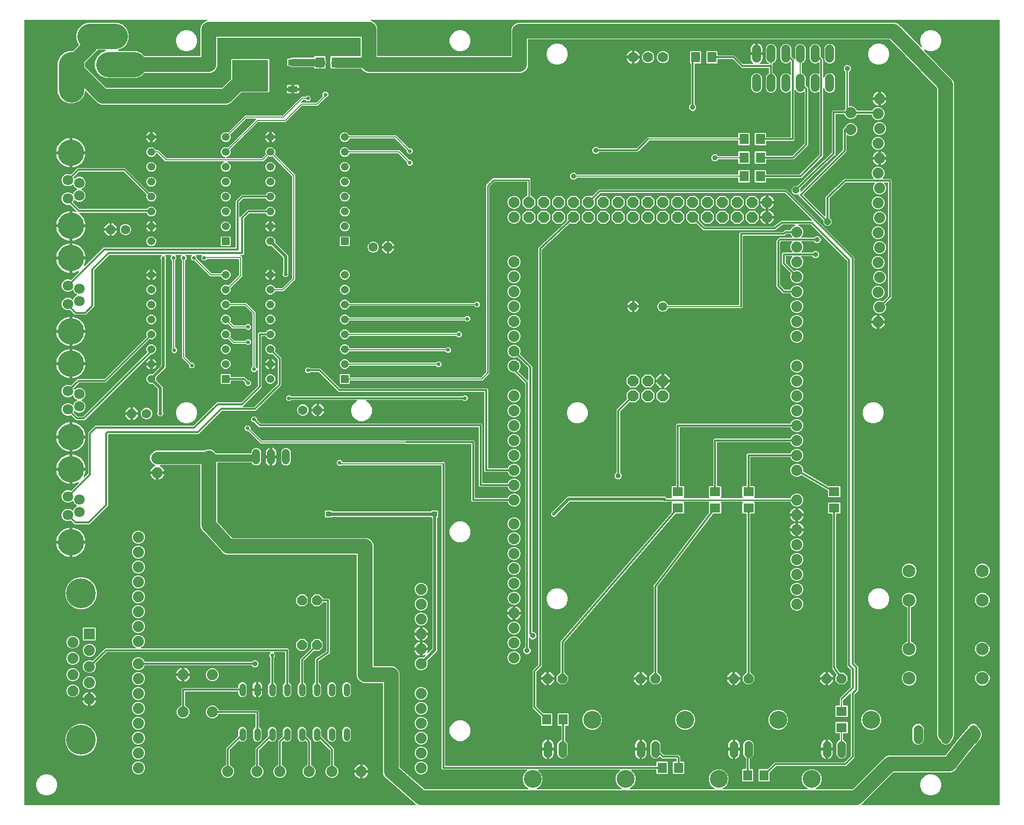
<source format=gbr>
G04 EAGLE Gerber RS-274X export*
G75*
%MOMM*%
%FSLAX34Y34*%
%LPD*%
%INBottom Copper*%
%IPPOS*%
%AMOC8*
5,1,8,0,0,1.08239X$1,22.5*%
G01*
%ADD10C,1.879600*%
%ADD11P,2.034460X8X202.500000*%
%ADD12C,1.500000*%
%ADD13P,1.209679X8X157.500000*%
%ADD14C,1.422400*%
%ADD15C,3.048000*%
%ADD16P,1.814519X8X202.500000*%
%ADD17R,1.800000X1.600000*%
%ADD18C,1.117600*%
%ADD19R,1.879600X1.879600*%
%ADD20C,5.080000*%
%ADD21C,1.504800*%
%ADD22C,1.778000*%
%ADD23C,1.320800*%
%ADD24C,1.600200*%
%ADD25R,1.600000X1.800000*%
%ADD26P,1.814519X8X22.500000*%
%ADD27C,4.318000*%
%ADD28C,2.159000*%
%ADD29R,6.200000X5.400000*%
%ADD30R,1.600000X1.000000*%
%ADD31R,1.324800X1.324800*%
%ADD32C,1.324800*%
%ADD33C,1.800000*%
%ADD34C,4.500000*%
%ADD35P,1.732040X8X202.500000*%
%ADD36C,1.600200*%
%ADD37P,1.732040X8X22.500000*%
%ADD38C,0.904800*%
%ADD39C,1.016000*%
%ADD40C,0.304800*%
%ADD41C,0.254000*%
%ADD42C,0.200000*%
%ADD43C,0.654800*%
%ADD44C,0.300000*%
%ADD45C,2.159000*%
%ADD46C,1.270000*%
%ADD47C,2.540000*%
%ADD48R,0.904800X0.904800*%
%ADD49C,0.609600*%
%ADD50C,0.508000*%
%ADD51C,0.500000*%
%ADD52C,0.609600*%
%ADD53C,0.250000*%
%ADD54C,0.406400*%
%ADD55C,1.778000*%

G36*
X663391Y-617D02*
X663391Y-617D01*
X663530Y-604D01*
X663549Y-597D01*
X663569Y-594D01*
X663698Y-543D01*
X663829Y-496D01*
X663846Y-485D01*
X663864Y-477D01*
X663977Y-396D01*
X664092Y-318D01*
X664105Y-302D01*
X664122Y-291D01*
X664211Y-183D01*
X664302Y-79D01*
X664312Y-61D01*
X664325Y-46D01*
X664384Y80D01*
X664447Y204D01*
X664452Y224D01*
X664460Y242D01*
X664486Y378D01*
X664517Y514D01*
X664516Y535D01*
X664520Y554D01*
X664511Y693D01*
X664507Y832D01*
X664501Y852D01*
X664500Y872D01*
X664457Y1004D01*
X664419Y1138D01*
X664408Y1155D01*
X664402Y1174D01*
X664328Y1292D01*
X664257Y1412D01*
X664239Y1433D01*
X664232Y1443D01*
X664217Y1457D01*
X664151Y1532D01*
X663406Y2277D01*
X663390Y2290D01*
X663345Y2335D01*
X614851Y44766D01*
X614810Y44794D01*
X614787Y44816D01*
X614741Y44841D01*
X614646Y44913D01*
X614603Y44934D01*
X614588Y44944D01*
X614567Y44951D01*
X614501Y44984D01*
X614242Y45091D01*
X612606Y46727D01*
X612590Y46740D01*
X612545Y46784D01*
X610804Y48308D01*
X610679Y48559D01*
X610610Y48665D01*
X610545Y48773D01*
X610514Y48809D01*
X610504Y48824D01*
X610488Y48839D01*
X610439Y48894D01*
X610241Y49092D01*
X609356Y51230D01*
X609345Y51248D01*
X609321Y51307D01*
X608295Y53381D01*
X608276Y53660D01*
X608252Y53784D01*
X608235Y53909D01*
X608219Y53955D01*
X608216Y53972D01*
X608206Y53992D01*
X608183Y54062D01*
X608075Y54320D01*
X608075Y56634D01*
X608073Y56655D01*
X608072Y56719D01*
X607919Y59027D01*
X608008Y59292D01*
X608034Y59416D01*
X608065Y59538D01*
X608068Y59586D01*
X608072Y59604D01*
X608071Y59626D01*
X608075Y59699D01*
X608075Y206756D01*
X608060Y206874D01*
X608053Y206993D01*
X608040Y207031D01*
X608035Y207072D01*
X607992Y207182D01*
X607955Y207295D01*
X607933Y207330D01*
X607918Y207367D01*
X607849Y207463D01*
X607785Y207564D01*
X607755Y207592D01*
X607732Y207625D01*
X607640Y207701D01*
X607553Y207782D01*
X607518Y207802D01*
X607487Y207827D01*
X607379Y207878D01*
X607275Y207936D01*
X607235Y207946D01*
X607199Y207963D01*
X607082Y207985D01*
X606967Y208015D01*
X606907Y208019D01*
X606887Y208023D01*
X606866Y208021D01*
X606806Y208025D01*
X575020Y208025D01*
X569792Y210191D01*
X565791Y214192D01*
X563625Y219420D01*
X563625Y425831D01*
X563610Y425949D01*
X563603Y426068D01*
X563590Y426106D01*
X563585Y426147D01*
X563542Y426257D01*
X563505Y426370D01*
X563483Y426405D01*
X563468Y426442D01*
X563399Y426538D01*
X563335Y426639D01*
X563305Y426667D01*
X563282Y426700D01*
X563190Y426776D01*
X563103Y426857D01*
X563068Y426877D01*
X563037Y426902D01*
X562929Y426953D01*
X562825Y427011D01*
X562785Y427021D01*
X562749Y427038D01*
X562632Y427060D01*
X562517Y427090D01*
X562457Y427094D01*
X562437Y427098D01*
X562416Y427096D01*
X562356Y427100D01*
X346906Y427100D01*
X346771Y427083D01*
X346635Y427071D01*
X346604Y427062D01*
X346591Y427060D01*
X346571Y427053D01*
X346481Y427027D01*
X346335Y426975D01*
X343902Y427099D01*
X343884Y427097D01*
X343838Y427100D01*
X341402Y427100D01*
X341259Y427159D01*
X341128Y427195D01*
X340998Y427236D01*
X340966Y427240D01*
X340952Y427243D01*
X340931Y427244D01*
X340838Y427254D01*
X340683Y427262D01*
X338483Y428308D01*
X338466Y428313D01*
X338424Y428334D01*
X336174Y429266D01*
X336064Y429375D01*
X335957Y429459D01*
X335852Y429546D01*
X335824Y429562D01*
X335813Y429570D01*
X335794Y429579D01*
X335712Y429624D01*
X335572Y429691D01*
X333939Y431498D01*
X333926Y431510D01*
X333895Y431545D01*
X332172Y433267D01*
X332113Y433410D01*
X332046Y433529D01*
X331983Y433649D01*
X331962Y433675D01*
X331956Y433687D01*
X331941Y433702D01*
X331882Y433775D01*
X300858Y468124D01*
X300844Y468136D01*
X300813Y468171D01*
X299091Y469893D01*
X299032Y470036D01*
X298964Y470155D01*
X298901Y470275D01*
X298881Y470300D01*
X298874Y470312D01*
X298859Y470328D01*
X298801Y470401D01*
X298697Y470516D01*
X297880Y472811D01*
X297872Y472827D01*
X297857Y472871D01*
X296925Y475121D01*
X296925Y475276D01*
X296908Y475411D01*
X296896Y475547D01*
X296887Y475578D01*
X296885Y475592D01*
X296878Y475611D01*
X296852Y475702D01*
X296800Y475847D01*
X296924Y478280D01*
X296922Y478298D01*
X296925Y478345D01*
X296925Y578866D01*
X296910Y578984D01*
X296903Y579103D01*
X296890Y579141D01*
X296885Y579182D01*
X296842Y579292D01*
X296805Y579405D01*
X296783Y579440D01*
X296768Y579477D01*
X296699Y579573D01*
X296635Y579674D01*
X296605Y579702D01*
X296582Y579735D01*
X296490Y579811D01*
X296403Y579892D01*
X296368Y579912D01*
X296337Y579937D01*
X296229Y579988D01*
X296125Y580046D01*
X296085Y580056D01*
X296049Y580073D01*
X295932Y580095D01*
X295817Y580125D01*
X295757Y580129D01*
X295737Y580133D01*
X295716Y580131D01*
X295656Y580135D01*
X228798Y580135D01*
X228778Y580133D01*
X228758Y580135D01*
X228620Y580113D01*
X228482Y580095D01*
X228464Y580088D01*
X228444Y580085D01*
X228316Y580030D01*
X228186Y579978D01*
X228170Y579967D01*
X228152Y579959D01*
X228042Y579874D01*
X227929Y579792D01*
X227916Y579776D01*
X227901Y579764D01*
X227815Y579654D01*
X227726Y579547D01*
X227718Y579529D01*
X227706Y579513D01*
X227650Y579384D01*
X227591Y579259D01*
X227587Y579239D01*
X227579Y579221D01*
X227557Y579083D01*
X227531Y578947D01*
X227532Y578927D01*
X227529Y578907D01*
X227542Y578768D01*
X227551Y578629D01*
X227557Y578610D01*
X227559Y578590D01*
X227606Y578459D01*
X227649Y578327D01*
X227659Y578310D01*
X227666Y578291D01*
X227745Y578175D01*
X227819Y578058D01*
X227833Y578044D01*
X227845Y578028D01*
X227949Y577936D01*
X228051Y577840D01*
X228068Y577830D01*
X228083Y577817D01*
X228221Y577735D01*
X229142Y577266D01*
X230663Y576161D01*
X231991Y574833D01*
X233096Y573312D01*
X233949Y571638D01*
X234530Y569851D01*
X234570Y569594D01*
X224155Y569594D01*
X224037Y569579D01*
X223918Y569572D01*
X223880Y569559D01*
X223840Y569554D01*
X223729Y569511D01*
X223616Y569474D01*
X223582Y569452D01*
X223544Y569437D01*
X223448Y569367D01*
X223347Y569304D01*
X223319Y569274D01*
X223287Y569250D01*
X223211Y569159D01*
X223129Y569072D01*
X223110Y569037D01*
X223084Y569006D01*
X223033Y568898D01*
X222976Y568794D01*
X222965Y568754D01*
X222948Y568718D01*
X222926Y568601D01*
X222896Y568486D01*
X222892Y568425D01*
X222888Y568405D01*
X222890Y568385D01*
X222886Y568325D01*
X222886Y567054D01*
X222884Y567054D01*
X222884Y568325D01*
X222869Y568443D01*
X222862Y568562D01*
X222849Y568600D01*
X222844Y568640D01*
X222800Y568751D01*
X222764Y568864D01*
X222742Y568899D01*
X222727Y568936D01*
X222657Y569032D01*
X222594Y569133D01*
X222564Y569161D01*
X222540Y569194D01*
X222449Y569269D01*
X222362Y569351D01*
X222327Y569371D01*
X222295Y569396D01*
X222188Y569447D01*
X222083Y569505D01*
X222044Y569515D01*
X222008Y569532D01*
X221891Y569554D01*
X221776Y569584D01*
X221715Y569588D01*
X221695Y569592D01*
X221675Y569590D01*
X221615Y569594D01*
X211200Y569594D01*
X211240Y569851D01*
X211821Y571638D01*
X212674Y573312D01*
X213779Y574833D01*
X215107Y576161D01*
X216628Y577266D01*
X218302Y578119D01*
X218953Y578330D01*
X218980Y578343D01*
X219009Y578350D01*
X219124Y578411D01*
X219241Y578466D01*
X219264Y578485D01*
X219290Y578499D01*
X219386Y578586D01*
X219486Y578669D01*
X219503Y578693D01*
X219525Y578713D01*
X219597Y578821D01*
X219673Y578926D01*
X219684Y578953D01*
X219700Y578978D01*
X219742Y579101D01*
X219790Y579221D01*
X219794Y579251D01*
X219803Y579279D01*
X219814Y579409D01*
X219830Y579537D01*
X219826Y579566D01*
X219829Y579596D01*
X219806Y579724D01*
X219790Y579852D01*
X219779Y579880D01*
X219774Y579910D01*
X219721Y580028D01*
X219673Y580148D01*
X219656Y580172D01*
X219644Y580200D01*
X219563Y580301D01*
X219487Y580406D01*
X219464Y580425D01*
X219445Y580448D01*
X219341Y580526D01*
X219242Y580609D01*
X219215Y580621D01*
X219191Y580639D01*
X219046Y580710D01*
X215906Y582011D01*
X212441Y585476D01*
X210565Y590004D01*
X210565Y594906D01*
X212441Y599434D01*
X215906Y602899D01*
X220434Y604775D01*
X303469Y604775D01*
X303478Y604776D01*
X303487Y604775D01*
X303636Y604796D01*
X303784Y604815D01*
X303793Y604818D01*
X303802Y604819D01*
X303955Y604871D01*
X308320Y606680D01*
X313980Y606680D01*
X319208Y604514D01*
X323020Y600701D01*
X323099Y600641D01*
X323171Y600573D01*
X323224Y600544D01*
X323272Y600507D01*
X323363Y600467D01*
X323449Y600419D01*
X323508Y600404D01*
X323563Y600380D01*
X323661Y600365D01*
X323757Y600340D01*
X323857Y600334D01*
X323878Y600330D01*
X323890Y600332D01*
X323918Y600330D01*
X382397Y600330D01*
X382515Y600345D01*
X382634Y600352D01*
X382672Y600365D01*
X382713Y600370D01*
X382823Y600413D01*
X382936Y600450D01*
X382971Y600472D01*
X383008Y600487D01*
X383104Y600556D01*
X383205Y600620D01*
X383233Y600650D01*
X383266Y600673D01*
X383342Y600765D01*
X383423Y600852D01*
X383443Y600887D01*
X383468Y600918D01*
X383519Y601026D01*
X383577Y601130D01*
X383587Y601170D01*
X383604Y601206D01*
X383626Y601323D01*
X383656Y601438D01*
X383660Y601498D01*
X383664Y601518D01*
X383662Y601539D01*
X383666Y601599D01*
X383666Y602581D01*
X384904Y605569D01*
X387190Y607855D01*
X390178Y609093D01*
X393412Y609093D01*
X396400Y607855D01*
X398686Y605569D01*
X399924Y602581D01*
X399924Y586139D01*
X398686Y583151D01*
X396400Y580865D01*
X393412Y579627D01*
X390178Y579627D01*
X387190Y580865D01*
X384904Y583151D01*
X384636Y583797D01*
X384622Y583822D01*
X384613Y583850D01*
X384543Y583960D01*
X384479Y584073D01*
X384458Y584094D01*
X384443Y584119D01*
X384348Y584208D01*
X384258Y584301D01*
X384233Y584317D01*
X384211Y584337D01*
X384097Y584400D01*
X383987Y584468D01*
X383958Y584476D01*
X383932Y584491D01*
X383807Y584523D01*
X383683Y584561D01*
X383653Y584563D01*
X383625Y584570D01*
X383464Y584580D01*
X326644Y584580D01*
X326526Y584565D01*
X326407Y584558D01*
X326369Y584545D01*
X326328Y584540D01*
X326218Y584497D01*
X326105Y584460D01*
X326070Y584438D01*
X326033Y584423D01*
X325937Y584354D01*
X325836Y584290D01*
X325808Y584260D01*
X325775Y584237D01*
X325699Y584145D01*
X325618Y584058D01*
X325598Y584023D01*
X325573Y583992D01*
X325522Y583884D01*
X325464Y583780D01*
X325454Y583740D01*
X325437Y583704D01*
X325415Y583587D01*
X325385Y583472D01*
X325381Y583412D01*
X325377Y583392D01*
X325379Y583371D01*
X325375Y583311D01*
X325375Y483912D01*
X325383Y483846D01*
X325382Y483779D01*
X325403Y483689D01*
X325415Y483597D01*
X325439Y483535D01*
X325455Y483469D01*
X325498Y483387D01*
X325532Y483301D01*
X325571Y483247D01*
X325602Y483188D01*
X325702Y483062D01*
X350173Y455968D01*
X350272Y455883D01*
X350368Y455793D01*
X350393Y455779D01*
X350415Y455761D01*
X350532Y455703D01*
X350647Y455639D01*
X350674Y455632D01*
X350700Y455620D01*
X350828Y455593D01*
X350955Y455560D01*
X350995Y455557D01*
X351011Y455554D01*
X351033Y455555D01*
X351115Y455550D01*
X580680Y455550D01*
X585908Y453384D01*
X589909Y449383D01*
X592075Y444155D01*
X592075Y237744D01*
X592090Y237626D01*
X592097Y237507D01*
X592110Y237469D01*
X592115Y237428D01*
X592158Y237318D01*
X592195Y237205D01*
X592217Y237170D01*
X592232Y237133D01*
X592301Y237037D01*
X592365Y236936D01*
X592395Y236908D01*
X592418Y236875D01*
X592510Y236799D01*
X592597Y236718D01*
X592632Y236698D01*
X592663Y236673D01*
X592771Y236622D01*
X592875Y236564D01*
X592915Y236554D01*
X592951Y236537D01*
X593068Y236515D01*
X593183Y236485D01*
X593243Y236481D01*
X593263Y236477D01*
X593284Y236479D01*
X593344Y236475D01*
X625130Y236475D01*
X630358Y234309D01*
X634359Y230308D01*
X636525Y225080D01*
X636525Y64181D01*
X636542Y64041D01*
X636556Y63900D01*
X636562Y63883D01*
X636565Y63865D01*
X636616Y63734D01*
X636665Y63602D01*
X636675Y63586D01*
X636682Y63569D01*
X636764Y63455D01*
X636844Y63339D01*
X636862Y63321D01*
X636868Y63312D01*
X636884Y63300D01*
X636958Y63225D01*
X678086Y27239D01*
X678133Y27207D01*
X678175Y27168D01*
X678264Y27118D01*
X678350Y27061D01*
X678403Y27042D01*
X678453Y27014D01*
X678552Y26989D01*
X678649Y26954D01*
X678706Y26949D01*
X678761Y26935D01*
X678922Y26925D01*
X855110Y26925D01*
X855179Y26933D01*
X855249Y26932D01*
X855336Y26953D01*
X855426Y26965D01*
X855490Y26990D01*
X855558Y27007D01*
X855638Y27049D01*
X855721Y27082D01*
X855778Y27123D01*
X855839Y27155D01*
X855906Y27216D01*
X855979Y27268D01*
X856023Y27322D01*
X856075Y27369D01*
X856124Y27444D01*
X856181Y27513D01*
X856211Y27577D01*
X856249Y27635D01*
X856279Y27720D01*
X856317Y27801D01*
X856330Y27870D01*
X856353Y27936D01*
X856360Y28025D01*
X856377Y28113D01*
X856372Y28183D01*
X856378Y28253D01*
X856363Y28341D01*
X856357Y28431D01*
X856335Y28497D01*
X856323Y28566D01*
X856287Y28648D01*
X856259Y28733D01*
X856222Y28792D01*
X856193Y28856D01*
X856137Y28926D01*
X856089Y29002D01*
X856038Y29050D01*
X855994Y29104D01*
X855923Y29159D01*
X855857Y29220D01*
X855796Y29254D01*
X855740Y29296D01*
X855596Y29367D01*
X854015Y30022D01*
X849299Y34738D01*
X846746Y40899D01*
X846746Y47569D01*
X849299Y53730D01*
X853853Y58285D01*
X853938Y58394D01*
X854026Y58501D01*
X854035Y58520D01*
X854048Y58536D01*
X854103Y58664D01*
X854162Y58789D01*
X854166Y58809D01*
X854174Y58828D01*
X854196Y58966D01*
X854222Y59102D01*
X854221Y59122D01*
X854224Y59142D01*
X854211Y59281D01*
X854202Y59419D01*
X854196Y59438D01*
X854194Y59458D01*
X854147Y59590D01*
X854104Y59721D01*
X854093Y59739D01*
X854086Y59758D01*
X854008Y59873D01*
X853934Y59990D01*
X853919Y60004D01*
X853908Y60021D01*
X853803Y60113D01*
X853702Y60208D01*
X853685Y60218D01*
X853669Y60231D01*
X853545Y60295D01*
X853424Y60362D01*
X853404Y60367D01*
X853386Y60376D01*
X853250Y60406D01*
X853116Y60441D01*
X853088Y60443D01*
X853076Y60446D01*
X853055Y60445D01*
X852955Y60451D01*
X709937Y60451D01*
X708151Y62237D01*
X708151Y578631D01*
X708136Y578749D01*
X708129Y578868D01*
X708116Y578906D01*
X708111Y578947D01*
X708068Y579057D01*
X708031Y579170D01*
X708009Y579205D01*
X707994Y579242D01*
X707925Y579338D01*
X707861Y579439D01*
X707831Y579467D01*
X707808Y579500D01*
X707716Y579576D01*
X707629Y579657D01*
X707594Y579677D01*
X707563Y579702D01*
X707455Y579753D01*
X707351Y579811D01*
X707311Y579821D01*
X707275Y579838D01*
X707158Y579860D01*
X707043Y579890D01*
X706983Y579894D01*
X706963Y579898D01*
X706942Y579896D01*
X706882Y579900D01*
X537212Y579900D01*
X537114Y579888D01*
X537015Y579885D01*
X536957Y579868D01*
X536897Y579860D01*
X536805Y579824D01*
X536710Y579796D01*
X536658Y579766D01*
X536601Y579743D01*
X536521Y579685D01*
X536436Y579635D01*
X536360Y579569D01*
X536344Y579557D01*
X536336Y579547D01*
X536315Y579529D01*
X535988Y579201D01*
X532012Y579201D01*
X529201Y582012D01*
X529201Y585988D01*
X532012Y588799D01*
X535988Y588799D01*
X538829Y585957D01*
X538834Y585944D01*
X538839Y585903D01*
X538882Y585793D01*
X538919Y585680D01*
X538941Y585645D01*
X538956Y585608D01*
X539025Y585512D01*
X539089Y585411D01*
X539119Y585383D01*
X539142Y585350D01*
X539234Y585274D01*
X539321Y585193D01*
X539356Y585173D01*
X539387Y585148D01*
X539495Y585097D01*
X539599Y585039D01*
X539639Y585029D01*
X539675Y585012D01*
X539792Y584990D01*
X539907Y584960D01*
X539967Y584956D01*
X539987Y584952D01*
X540008Y584954D01*
X540068Y584950D01*
X708887Y584950D01*
X708986Y584962D01*
X709085Y584965D01*
X709143Y584982D01*
X709203Y584990D01*
X709295Y585026D01*
X709390Y585054D01*
X709442Y585084D01*
X709499Y585107D01*
X709579Y585165D01*
X709664Y585215D01*
X709739Y585281D01*
X709756Y585293D01*
X709764Y585303D01*
X709785Y585321D01*
X709937Y585474D01*
X712463Y585474D01*
X714249Y583688D01*
X714249Y67818D01*
X714264Y67700D01*
X714271Y67581D01*
X714284Y67543D01*
X714289Y67502D01*
X714332Y67392D01*
X714369Y67279D01*
X714391Y67244D01*
X714406Y67207D01*
X714475Y67111D01*
X714539Y67010D01*
X714569Y66982D01*
X714592Y66949D01*
X714684Y66873D01*
X714771Y66792D01*
X714806Y66772D01*
X714837Y66747D01*
X714945Y66696D01*
X715049Y66638D01*
X715089Y66628D01*
X715125Y66611D01*
X715242Y66589D01*
X715357Y66559D01*
X715417Y66555D01*
X715437Y66551D01*
X715458Y66553D01*
X715518Y66549D01*
X1073756Y66549D01*
X1073874Y66564D01*
X1073993Y66571D01*
X1074031Y66584D01*
X1074072Y66589D01*
X1074182Y66632D01*
X1074295Y66669D01*
X1074330Y66691D01*
X1074367Y66706D01*
X1074463Y66775D01*
X1074564Y66839D01*
X1074592Y66869D01*
X1074625Y66892D01*
X1074701Y66984D01*
X1074782Y67071D01*
X1074802Y67106D01*
X1074827Y67137D01*
X1074878Y67245D01*
X1074936Y67349D01*
X1074946Y67389D01*
X1074963Y67425D01*
X1074985Y67542D01*
X1075015Y67657D01*
X1075019Y67717D01*
X1075023Y67737D01*
X1075021Y67758D01*
X1075025Y67818D01*
X1075025Y73132D01*
X1075918Y74025D01*
X1093182Y74025D01*
X1094075Y73132D01*
X1094075Y53868D01*
X1093182Y52975D01*
X1075918Y52975D01*
X1075025Y53868D01*
X1075025Y59182D01*
X1075010Y59300D01*
X1075003Y59419D01*
X1074990Y59457D01*
X1074985Y59498D01*
X1074942Y59608D01*
X1074905Y59721D01*
X1074883Y59756D01*
X1074868Y59793D01*
X1074799Y59889D01*
X1074735Y59990D01*
X1074705Y60018D01*
X1074682Y60051D01*
X1074590Y60127D01*
X1074503Y60208D01*
X1074468Y60228D01*
X1074437Y60253D01*
X1074329Y60304D01*
X1074225Y60362D01*
X1074185Y60372D01*
X1074149Y60389D01*
X1074032Y60411D01*
X1073917Y60441D01*
X1073857Y60445D01*
X1073837Y60449D01*
X1073816Y60447D01*
X1073756Y60451D01*
X1032817Y60451D01*
X1032679Y60434D01*
X1032541Y60421D01*
X1032521Y60414D01*
X1032501Y60411D01*
X1032372Y60360D01*
X1032241Y60313D01*
X1032224Y60302D01*
X1032206Y60294D01*
X1032093Y60213D01*
X1031978Y60135D01*
X1031965Y60119D01*
X1031948Y60108D01*
X1031860Y60000D01*
X1031768Y59896D01*
X1031758Y59878D01*
X1031746Y59863D01*
X1031686Y59737D01*
X1031623Y59613D01*
X1031619Y59593D01*
X1031610Y59575D01*
X1031584Y59439D01*
X1031553Y59303D01*
X1031554Y59282D01*
X1031550Y59263D01*
X1031559Y59124D01*
X1031563Y58985D01*
X1031569Y58965D01*
X1031570Y58945D01*
X1031613Y58813D01*
X1031651Y58679D01*
X1031662Y58662D01*
X1031668Y58643D01*
X1031743Y58525D01*
X1031813Y58405D01*
X1031832Y58384D01*
X1031838Y58374D01*
X1031853Y58360D01*
X1031919Y58285D01*
X1036473Y53730D01*
X1039026Y47569D01*
X1039026Y40899D01*
X1036473Y34738D01*
X1031757Y30022D01*
X1030176Y29367D01*
X1030116Y29332D01*
X1030051Y29306D01*
X1029978Y29254D01*
X1029900Y29209D01*
X1029850Y29161D01*
X1029793Y29120D01*
X1029736Y29050D01*
X1029672Y28988D01*
X1029635Y28928D01*
X1029591Y28875D01*
X1029552Y28793D01*
X1029505Y28717D01*
X1029485Y28650D01*
X1029455Y28587D01*
X1029438Y28499D01*
X1029412Y28413D01*
X1029408Y28343D01*
X1029395Y28274D01*
X1029401Y28185D01*
X1029397Y28095D01*
X1029411Y28027D01*
X1029415Y27957D01*
X1029443Y27872D01*
X1029461Y27784D01*
X1029492Y27721D01*
X1029513Y27655D01*
X1029561Y27579D01*
X1029601Y27498D01*
X1029646Y27445D01*
X1029683Y27386D01*
X1029749Y27324D01*
X1029807Y27256D01*
X1029864Y27216D01*
X1029915Y27168D01*
X1029994Y27125D01*
X1030067Y27073D01*
X1030132Y27048D01*
X1030193Y27014D01*
X1030280Y26992D01*
X1030364Y26960D01*
X1030434Y26952D01*
X1030501Y26935D01*
X1030662Y26925D01*
X1172610Y26925D01*
X1172679Y26933D01*
X1172749Y26932D01*
X1172836Y26953D01*
X1172926Y26965D01*
X1172990Y26990D01*
X1173058Y27007D01*
X1173138Y27049D01*
X1173221Y27082D01*
X1173278Y27123D01*
X1173339Y27155D01*
X1173406Y27216D01*
X1173479Y27268D01*
X1173523Y27322D01*
X1173575Y27369D01*
X1173624Y27444D01*
X1173681Y27513D01*
X1173711Y27577D01*
X1173749Y27635D01*
X1173779Y27720D01*
X1173817Y27801D01*
X1173830Y27870D01*
X1173853Y27936D01*
X1173860Y28025D01*
X1173877Y28113D01*
X1173872Y28183D01*
X1173878Y28253D01*
X1173863Y28341D01*
X1173857Y28431D01*
X1173835Y28497D01*
X1173823Y28566D01*
X1173787Y28648D01*
X1173759Y28733D01*
X1173722Y28792D01*
X1173693Y28856D01*
X1173637Y28926D01*
X1173589Y29002D01*
X1173538Y29050D01*
X1173494Y29104D01*
X1173423Y29159D01*
X1173357Y29220D01*
X1173296Y29254D01*
X1173240Y29296D01*
X1173096Y29367D01*
X1171515Y30022D01*
X1166799Y34738D01*
X1164246Y40899D01*
X1164246Y47569D01*
X1166799Y53730D01*
X1171515Y58446D01*
X1177676Y60999D01*
X1184346Y60999D01*
X1190507Y58446D01*
X1195223Y53730D01*
X1197776Y47569D01*
X1197776Y40899D01*
X1195223Y34738D01*
X1190507Y30022D01*
X1188926Y29367D01*
X1188866Y29332D01*
X1188801Y29306D01*
X1188728Y29254D01*
X1188650Y29209D01*
X1188600Y29161D01*
X1188543Y29120D01*
X1188486Y29050D01*
X1188422Y28988D01*
X1188385Y28928D01*
X1188341Y28875D01*
X1188302Y28793D01*
X1188255Y28717D01*
X1188235Y28650D01*
X1188205Y28587D01*
X1188188Y28499D01*
X1188162Y28413D01*
X1188158Y28343D01*
X1188145Y28274D01*
X1188151Y28185D01*
X1188147Y28095D01*
X1188161Y28027D01*
X1188165Y27957D01*
X1188193Y27872D01*
X1188211Y27784D01*
X1188242Y27721D01*
X1188263Y27655D01*
X1188311Y27579D01*
X1188351Y27498D01*
X1188396Y27445D01*
X1188433Y27386D01*
X1188499Y27324D01*
X1188557Y27256D01*
X1188614Y27216D01*
X1188665Y27168D01*
X1188744Y27125D01*
X1188817Y27073D01*
X1188882Y27048D01*
X1188943Y27014D01*
X1189030Y26992D01*
X1189114Y26960D01*
X1189184Y26952D01*
X1189251Y26935D01*
X1189412Y26925D01*
X1331360Y26925D01*
X1331429Y26933D01*
X1331499Y26932D01*
X1331586Y26953D01*
X1331676Y26965D01*
X1331740Y26990D01*
X1331808Y27007D01*
X1331888Y27049D01*
X1331971Y27082D01*
X1332028Y27123D01*
X1332089Y27155D01*
X1332156Y27216D01*
X1332229Y27268D01*
X1332273Y27322D01*
X1332325Y27369D01*
X1332374Y27444D01*
X1332431Y27513D01*
X1332461Y27577D01*
X1332499Y27635D01*
X1332529Y27720D01*
X1332567Y27801D01*
X1332580Y27870D01*
X1332603Y27936D01*
X1332610Y28025D01*
X1332627Y28113D01*
X1332622Y28183D01*
X1332628Y28253D01*
X1332613Y28341D01*
X1332607Y28431D01*
X1332585Y28497D01*
X1332573Y28566D01*
X1332537Y28648D01*
X1332509Y28733D01*
X1332472Y28792D01*
X1332443Y28856D01*
X1332387Y28926D01*
X1332339Y29002D01*
X1332288Y29050D01*
X1332244Y29104D01*
X1332173Y29159D01*
X1332107Y29220D01*
X1332046Y29254D01*
X1331990Y29296D01*
X1331846Y29367D01*
X1330265Y30022D01*
X1325549Y34738D01*
X1322996Y40899D01*
X1322996Y47569D01*
X1325549Y53730D01*
X1330265Y58446D01*
X1336426Y60999D01*
X1343096Y60999D01*
X1349257Y58446D01*
X1353973Y53730D01*
X1356526Y47569D01*
X1356526Y40899D01*
X1353973Y34738D01*
X1349257Y30022D01*
X1347676Y29367D01*
X1347616Y29332D01*
X1347551Y29306D01*
X1347478Y29254D01*
X1347400Y29209D01*
X1347350Y29161D01*
X1347293Y29120D01*
X1347236Y29050D01*
X1347172Y28988D01*
X1347135Y28928D01*
X1347091Y28875D01*
X1347052Y28793D01*
X1347005Y28717D01*
X1346985Y28650D01*
X1346955Y28587D01*
X1346938Y28499D01*
X1346912Y28413D01*
X1346908Y28343D01*
X1346895Y28274D01*
X1346901Y28185D01*
X1346897Y28095D01*
X1346911Y28027D01*
X1346915Y27957D01*
X1346943Y27872D01*
X1346961Y27784D01*
X1346992Y27721D01*
X1347013Y27655D01*
X1347061Y27579D01*
X1347101Y27498D01*
X1347146Y27445D01*
X1347183Y27386D01*
X1347249Y27324D01*
X1347307Y27256D01*
X1347364Y27216D01*
X1347415Y27168D01*
X1347494Y27125D01*
X1347567Y27073D01*
X1347632Y27048D01*
X1347693Y27014D01*
X1347780Y26992D01*
X1347864Y26960D01*
X1347934Y26952D01*
X1348001Y26935D01*
X1348162Y26925D01*
X1409632Y26925D01*
X1409730Y26937D01*
X1409829Y26940D01*
X1409888Y26957D01*
X1409948Y26965D01*
X1410040Y27001D01*
X1410135Y27029D01*
X1410187Y27059D01*
X1410243Y27082D01*
X1410323Y27140D01*
X1410409Y27190D01*
X1410484Y27256D01*
X1410501Y27268D01*
X1410509Y27278D01*
X1410530Y27296D01*
X1465142Y81909D01*
X1470370Y84075D01*
X1567192Y84075D01*
X1567212Y84077D01*
X1567233Y84075D01*
X1567370Y84097D01*
X1567507Y84115D01*
X1567527Y84122D01*
X1567547Y84125D01*
X1567674Y84181D01*
X1567803Y84232D01*
X1567820Y84244D01*
X1567839Y84252D01*
X1567948Y84337D01*
X1568060Y84418D01*
X1568074Y84434D01*
X1568090Y84447D01*
X1568196Y84568D01*
X1583431Y104283D01*
X1583504Y104408D01*
X1583580Y104531D01*
X1583587Y104549D01*
X1583592Y104557D01*
X1583597Y104574D01*
X1583638Y104681D01*
X1583651Y104723D01*
X1585280Y106677D01*
X1585287Y106689D01*
X1585309Y106714D01*
X1586864Y108727D01*
X1586902Y108748D01*
X1587018Y108835D01*
X1587135Y108920D01*
X1587149Y108934D01*
X1587156Y108939D01*
X1587167Y108953D01*
X1587246Y109037D01*
X1606417Y132042D01*
X1606447Y132066D01*
X1606518Y132160D01*
X1606594Y132249D01*
X1606613Y132287D01*
X1606638Y132320D01*
X1606709Y132465D01*
X1607364Y134047D01*
X1610044Y136727D01*
X1613545Y138177D01*
X1617335Y138177D01*
X1620836Y136727D01*
X1623516Y134047D01*
X1624414Y131877D01*
X1624447Y131819D01*
X1624472Y131757D01*
X1624526Y131682D01*
X1624572Y131601D01*
X1624618Y131553D01*
X1624657Y131499D01*
X1624774Y131388D01*
X1626720Y129766D01*
X1629350Y124756D01*
X1629863Y119120D01*
X1628179Y113717D01*
X1624354Y109127D01*
X1624294Y109033D01*
X1624227Y108945D01*
X1624194Y108877D01*
X1624182Y108859D01*
X1624177Y108842D01*
X1624156Y108800D01*
X1623516Y107253D01*
X1620836Y104573D01*
X1620703Y104518D01*
X1620645Y104485D01*
X1620582Y104461D01*
X1620507Y104407D01*
X1620426Y104361D01*
X1620378Y104314D01*
X1620324Y104275D01*
X1620213Y104158D01*
X1607501Y88903D01*
X1607493Y88891D01*
X1607471Y88866D01*
X1587319Y62788D01*
X1587275Y62712D01*
X1587222Y62642D01*
X1587165Y62525D01*
X1587158Y62514D01*
X1587156Y62508D01*
X1587151Y62497D01*
X1586859Y61792D01*
X1585558Y60491D01*
X1585557Y60490D01*
X1585451Y60370D01*
X1584326Y58913D01*
X1583664Y58534D01*
X1583594Y58481D01*
X1583518Y58437D01*
X1583420Y58351D01*
X1583410Y58343D01*
X1583406Y58338D01*
X1583397Y58330D01*
X1582858Y57791D01*
X1581157Y57087D01*
X1581157Y57086D01*
X1581012Y57015D01*
X1579415Y56101D01*
X1578659Y56004D01*
X1578574Y55982D01*
X1578487Y55969D01*
X1578363Y55927D01*
X1578351Y55924D01*
X1578346Y55921D01*
X1578334Y55917D01*
X1577629Y55625D01*
X1575789Y55625D01*
X1575788Y55625D01*
X1575628Y55615D01*
X1573802Y55381D01*
X1573066Y55581D01*
X1572979Y55593D01*
X1572894Y55615D01*
X1572764Y55623D01*
X1572751Y55625D01*
X1572745Y55625D01*
X1572733Y55625D01*
X1479618Y55625D01*
X1479520Y55613D01*
X1479421Y55610D01*
X1479362Y55593D01*
X1479302Y55585D01*
X1479210Y55549D01*
X1479115Y55521D01*
X1479063Y55491D01*
X1479007Y55468D01*
X1478927Y55410D01*
X1478841Y55360D01*
X1478766Y55294D01*
X1478749Y55282D01*
X1478741Y55272D01*
X1478720Y55254D01*
X1428288Y4821D01*
X1424999Y1532D01*
X1424914Y1423D01*
X1424825Y1316D01*
X1424817Y1297D01*
X1424804Y1281D01*
X1424749Y1153D01*
X1424690Y1028D01*
X1424686Y1008D01*
X1424678Y989D01*
X1424656Y851D01*
X1424630Y715D01*
X1424631Y695D01*
X1424628Y675D01*
X1424641Y536D01*
X1424650Y398D01*
X1424656Y379D01*
X1424658Y359D01*
X1424705Y227D01*
X1424748Y96D01*
X1424759Y78D01*
X1424766Y59D01*
X1424844Y-56D01*
X1424918Y-173D01*
X1424933Y-187D01*
X1424944Y-204D01*
X1425048Y-296D01*
X1425150Y-391D01*
X1425167Y-401D01*
X1425183Y-414D01*
X1425307Y-478D01*
X1425428Y-545D01*
X1425448Y-550D01*
X1425466Y-559D01*
X1425602Y-589D01*
X1425736Y-624D01*
X1425764Y-626D01*
X1425776Y-629D01*
X1425797Y-628D01*
X1425897Y-634D01*
X1659690Y-634D01*
X1659808Y-619D01*
X1659927Y-612D01*
X1659965Y-600D01*
X1660006Y-594D01*
X1660116Y-551D01*
X1660229Y-514D01*
X1660264Y-492D01*
X1660301Y-477D01*
X1660397Y-408D01*
X1660498Y-344D01*
X1660526Y-314D01*
X1660559Y-291D01*
X1660635Y-199D01*
X1660716Y-112D01*
X1660736Y-77D01*
X1660761Y-46D01*
X1660812Y62D01*
X1660870Y166D01*
X1660880Y206D01*
X1660897Y242D01*
X1660919Y359D01*
X1660949Y474D01*
X1660953Y534D01*
X1660957Y554D01*
X1660955Y575D01*
X1660959Y635D01*
X1660959Y1339090D01*
X1660944Y1339208D01*
X1660937Y1339327D01*
X1660924Y1339365D01*
X1660919Y1339406D01*
X1660876Y1339516D01*
X1660839Y1339629D01*
X1660817Y1339664D01*
X1660802Y1339701D01*
X1660733Y1339797D01*
X1660669Y1339898D01*
X1660639Y1339926D01*
X1660616Y1339959D01*
X1660524Y1340035D01*
X1660437Y1340116D01*
X1660402Y1340136D01*
X1660371Y1340161D01*
X1660263Y1340212D01*
X1660159Y1340270D01*
X1660119Y1340280D01*
X1660083Y1340297D01*
X1659966Y1340319D01*
X1659851Y1340349D01*
X1659791Y1340353D01*
X1659771Y1340357D01*
X1659750Y1340355D01*
X1659690Y1340359D01*
X588197Y1340359D01*
X588128Y1340351D01*
X588058Y1340352D01*
X587970Y1340331D01*
X587881Y1340319D01*
X587816Y1340294D01*
X587748Y1340277D01*
X587669Y1340235D01*
X587586Y1340202D01*
X587529Y1340161D01*
X587467Y1340129D01*
X587401Y1340068D01*
X587328Y1340016D01*
X587284Y1339962D01*
X587232Y1339915D01*
X587183Y1339840D01*
X587125Y1339771D01*
X587096Y1339707D01*
X587057Y1339649D01*
X587028Y1339564D01*
X586990Y1339483D01*
X586977Y1339414D01*
X586954Y1339348D01*
X586947Y1339259D01*
X586930Y1339171D01*
X586934Y1339101D01*
X586929Y1339031D01*
X586944Y1338943D01*
X586950Y1338853D01*
X586971Y1338787D01*
X586983Y1338718D01*
X587020Y1338636D01*
X587048Y1338551D01*
X587085Y1338492D01*
X587114Y1338428D01*
X587170Y1338358D01*
X587218Y1338282D01*
X587269Y1338234D01*
X587312Y1338180D01*
X587384Y1338125D01*
X587450Y1338064D01*
X587511Y1338030D01*
X587567Y1337988D01*
X587711Y1337917D01*
X592258Y1336034D01*
X596259Y1332033D01*
X598425Y1326805D01*
X598425Y1279144D01*
X598440Y1279026D01*
X598447Y1278907D01*
X598460Y1278869D01*
X598465Y1278828D01*
X598508Y1278718D01*
X598545Y1278605D01*
X598567Y1278570D01*
X598582Y1278533D01*
X598651Y1278437D01*
X598715Y1278336D01*
X598745Y1278308D01*
X598768Y1278275D01*
X598860Y1278199D01*
X598947Y1278118D01*
X598982Y1278098D01*
X599013Y1278073D01*
X599121Y1278022D01*
X599225Y1277964D01*
X599265Y1277954D01*
X599301Y1277937D01*
X599418Y1277915D01*
X599533Y1277885D01*
X599593Y1277881D01*
X599613Y1277877D01*
X599634Y1277879D01*
X599694Y1277875D01*
X825881Y1277875D01*
X825999Y1277890D01*
X826118Y1277897D01*
X826156Y1277910D01*
X826197Y1277915D01*
X826307Y1277958D01*
X826420Y1277995D01*
X826455Y1278017D01*
X826492Y1278032D01*
X826588Y1278101D01*
X826689Y1278165D01*
X826717Y1278195D01*
X826750Y1278218D01*
X826826Y1278310D01*
X826907Y1278397D01*
X826927Y1278432D01*
X826952Y1278463D01*
X827003Y1278571D01*
X827061Y1278675D01*
X827071Y1278715D01*
X827088Y1278751D01*
X827110Y1278868D01*
X827140Y1278983D01*
X827144Y1279043D01*
X827148Y1279063D01*
X827146Y1279084D01*
X827150Y1279144D01*
X827150Y1323630D01*
X829316Y1328858D01*
X833317Y1332859D01*
X838545Y1335025D01*
X1476609Y1335025D01*
X1476765Y1335044D01*
X1476921Y1335064D01*
X1476923Y1335064D01*
X1476925Y1335065D01*
X1476928Y1335066D01*
X1476949Y1335073D01*
X1479664Y1335025D01*
X1479671Y1335026D01*
X1479686Y1335025D01*
X1482432Y1335025D01*
X1482434Y1335024D01*
X1482580Y1334984D01*
X1482582Y1334984D01*
X1482583Y1334983D01*
X1482587Y1334983D01*
X1482609Y1334982D01*
X1485099Y1333898D01*
X1485106Y1333896D01*
X1485120Y1333890D01*
X1487656Y1332839D01*
X1487777Y1332745D01*
X1487779Y1332744D01*
X1487780Y1332743D01*
X1487783Y1332742D01*
X1487803Y1332732D01*
X1489689Y1330778D01*
X1489695Y1330773D01*
X1489705Y1330762D01*
X1491647Y1328820D01*
X1491722Y1328687D01*
X1491723Y1328685D01*
X1491724Y1328684D01*
X1491726Y1328682D01*
X1491826Y1328565D01*
X1525576Y1293609D01*
X1525639Y1293558D01*
X1525696Y1293500D01*
X1525763Y1293459D01*
X1525824Y1293410D01*
X1525898Y1293376D01*
X1525967Y1293334D01*
X1526042Y1293311D01*
X1526114Y1293278D01*
X1526194Y1293264D01*
X1526271Y1293240D01*
X1526349Y1293237D01*
X1526427Y1293223D01*
X1526508Y1293229D01*
X1526588Y1293225D01*
X1526665Y1293241D01*
X1526744Y1293247D01*
X1526821Y1293273D01*
X1526900Y1293290D01*
X1526971Y1293324D01*
X1527045Y1293349D01*
X1527113Y1293394D01*
X1527186Y1293429D01*
X1527245Y1293480D01*
X1527311Y1293523D01*
X1527366Y1293583D01*
X1527428Y1293636D01*
X1527473Y1293700D01*
X1527526Y1293758D01*
X1527564Y1293829D01*
X1527611Y1293896D01*
X1527639Y1293969D01*
X1527676Y1294039D01*
X1527695Y1294117D01*
X1527723Y1294193D01*
X1527732Y1294271D01*
X1527751Y1294348D01*
X1527750Y1294429D01*
X1527759Y1294509D01*
X1527748Y1294587D01*
X1527747Y1294666D01*
X1527725Y1294744D01*
X1527714Y1294824D01*
X1527665Y1294969D01*
X1527664Y1294973D01*
X1527663Y1294974D01*
X1527662Y1294976D01*
X1525269Y1300753D01*
X1525269Y1307827D01*
X1527976Y1314362D01*
X1532978Y1319364D01*
X1539513Y1322071D01*
X1546587Y1322071D01*
X1553122Y1319364D01*
X1558124Y1314362D01*
X1560831Y1307827D01*
X1560831Y1300753D01*
X1558124Y1294218D01*
X1553122Y1289216D01*
X1546587Y1286509D01*
X1539513Y1286509D01*
X1533348Y1289063D01*
X1533291Y1289079D01*
X1533238Y1289103D01*
X1533138Y1289120D01*
X1533041Y1289147D01*
X1532982Y1289148D01*
X1532925Y1289158D01*
X1532824Y1289150D01*
X1532723Y1289152D01*
X1532666Y1289138D01*
X1532607Y1289134D01*
X1532512Y1289101D01*
X1532414Y1289078D01*
X1532362Y1289050D01*
X1532306Y1289032D01*
X1532222Y1288976D01*
X1532133Y1288929D01*
X1532089Y1288890D01*
X1532040Y1288858D01*
X1531972Y1288783D01*
X1531897Y1288715D01*
X1531865Y1288666D01*
X1531826Y1288623D01*
X1531778Y1288534D01*
X1531723Y1288450D01*
X1531704Y1288394D01*
X1531676Y1288342D01*
X1531652Y1288244D01*
X1531619Y1288149D01*
X1531615Y1288090D01*
X1531601Y1288033D01*
X1531602Y1287932D01*
X1531594Y1287832D01*
X1531604Y1287774D01*
X1531605Y1287715D01*
X1531631Y1287618D01*
X1531649Y1287518D01*
X1531673Y1287465D01*
X1531688Y1287408D01*
X1531738Y1287320D01*
X1531779Y1287228D01*
X1531816Y1287183D01*
X1531845Y1287131D01*
X1531949Y1287009D01*
X1578589Y1238703D01*
X1578595Y1238698D01*
X1578605Y1238687D01*
X1580547Y1236745D01*
X1580622Y1236612D01*
X1580623Y1236610D01*
X1580624Y1236609D01*
X1580626Y1236607D01*
X1580641Y1236590D01*
X1581636Y1234063D01*
X1581639Y1234057D01*
X1581644Y1234042D01*
X1582695Y1231506D01*
X1582695Y1231505D01*
X1582714Y1231354D01*
X1582714Y1231352D01*
X1582715Y1231350D01*
X1582716Y1231347D01*
X1582723Y1231326D01*
X1582675Y1228611D01*
X1582676Y1228604D01*
X1582675Y1228589D01*
X1582675Y117820D01*
X1580509Y112592D01*
X1577663Y109746D01*
X1577657Y109738D01*
X1577650Y109733D01*
X1577560Y109614D01*
X1577468Y109495D01*
X1577464Y109486D01*
X1577458Y109479D01*
X1577387Y109334D01*
X1576526Y107253D01*
X1573846Y104573D01*
X1570345Y103123D01*
X1566555Y103123D01*
X1563054Y104573D01*
X1560374Y107253D01*
X1559513Y109334D01*
X1559508Y109342D01*
X1559505Y109351D01*
X1559429Y109480D01*
X1559355Y109610D01*
X1559349Y109617D01*
X1559344Y109625D01*
X1559237Y109746D01*
X1556391Y112592D01*
X1554225Y117820D01*
X1554225Y1222466D01*
X1554214Y1222553D01*
X1554213Y1222641D01*
X1554194Y1222710D01*
X1554185Y1222781D01*
X1554153Y1222863D01*
X1554130Y1222948D01*
X1554095Y1223011D01*
X1554068Y1223077D01*
X1554017Y1223148D01*
X1553973Y1223225D01*
X1553889Y1223324D01*
X1553882Y1223334D01*
X1553877Y1223338D01*
X1553869Y1223347D01*
X1473885Y1306188D01*
X1473800Y1306257D01*
X1473719Y1306332D01*
X1473676Y1306356D01*
X1473638Y1306387D01*
X1473537Y1306433D01*
X1473441Y1306486D01*
X1473393Y1306498D01*
X1473348Y1306518D01*
X1473240Y1306538D01*
X1473133Y1306565D01*
X1473057Y1306570D01*
X1473035Y1306574D01*
X1473017Y1306572D01*
X1472972Y1306575D01*
X856869Y1306575D01*
X856751Y1306560D01*
X856632Y1306553D01*
X856594Y1306540D01*
X856553Y1306535D01*
X856443Y1306492D01*
X856330Y1306455D01*
X856295Y1306433D01*
X856258Y1306418D01*
X856162Y1306349D01*
X856061Y1306285D01*
X856033Y1306255D01*
X856000Y1306232D01*
X855924Y1306140D01*
X855843Y1306053D01*
X855823Y1306018D01*
X855798Y1305987D01*
X855747Y1305879D01*
X855689Y1305775D01*
X855679Y1305735D01*
X855662Y1305699D01*
X855640Y1305582D01*
X855610Y1305467D01*
X855606Y1305407D01*
X855602Y1305387D01*
X855604Y1305366D01*
X855600Y1305306D01*
X855600Y1260820D01*
X853434Y1255592D01*
X849433Y1251591D01*
X844205Y1249425D01*
X581370Y1249425D01*
X576142Y1251591D01*
X572141Y1255592D01*
X571864Y1256262D01*
X571849Y1256287D01*
X571840Y1256315D01*
X571770Y1256425D01*
X571706Y1256538D01*
X571686Y1256559D01*
X571670Y1256584D01*
X571575Y1256673D01*
X571485Y1256766D01*
X571460Y1256782D01*
X571438Y1256802D01*
X571324Y1256865D01*
X571214Y1256933D01*
X571185Y1256941D01*
X571160Y1256956D01*
X571034Y1256988D01*
X570910Y1257026D01*
X570880Y1257028D01*
X570852Y1257035D01*
X570691Y1257045D01*
X537617Y1257045D01*
X537519Y1257033D01*
X537420Y1257030D01*
X537362Y1257013D01*
X537302Y1257005D01*
X537210Y1256969D01*
X537115Y1256941D01*
X537104Y1256935D01*
X519718Y1256935D01*
X518825Y1257828D01*
X518825Y1262987D01*
X518824Y1262996D01*
X518825Y1263006D01*
X518804Y1263154D01*
X518785Y1263303D01*
X518782Y1263311D01*
X518781Y1263321D01*
X518729Y1263473D01*
X517935Y1265388D01*
X517935Y1269532D01*
X518729Y1271447D01*
X518731Y1271456D01*
X518736Y1271464D01*
X518773Y1271609D01*
X518813Y1271754D01*
X518813Y1271763D01*
X518815Y1271772D01*
X518825Y1271933D01*
X518825Y1277092D01*
X519718Y1277985D01*
X537112Y1277985D01*
X537149Y1277964D01*
X537207Y1277949D01*
X537263Y1277925D01*
X537361Y1277910D01*
X537457Y1277885D01*
X537557Y1277879D01*
X537577Y1277875D01*
X537589Y1277877D01*
X537617Y1277875D01*
X568706Y1277875D01*
X568824Y1277890D01*
X568943Y1277897D01*
X568981Y1277910D01*
X569022Y1277915D01*
X569132Y1277958D01*
X569245Y1277995D01*
X569280Y1278017D01*
X569317Y1278032D01*
X569413Y1278101D01*
X569514Y1278165D01*
X569542Y1278195D01*
X569575Y1278218D01*
X569651Y1278310D01*
X569732Y1278397D01*
X569752Y1278432D01*
X569777Y1278463D01*
X569828Y1278571D01*
X569886Y1278675D01*
X569896Y1278715D01*
X569913Y1278751D01*
X569935Y1278868D01*
X569965Y1278983D01*
X569969Y1279043D01*
X569973Y1279063D01*
X569971Y1279084D01*
X569975Y1279144D01*
X569975Y1308481D01*
X569960Y1308599D01*
X569953Y1308718D01*
X569940Y1308756D01*
X569935Y1308797D01*
X569892Y1308907D01*
X569855Y1309020D01*
X569833Y1309055D01*
X569818Y1309092D01*
X569749Y1309188D01*
X569685Y1309289D01*
X569655Y1309317D01*
X569632Y1309350D01*
X569540Y1309426D01*
X569453Y1309507D01*
X569418Y1309527D01*
X569387Y1309552D01*
X569279Y1309603D01*
X569175Y1309661D01*
X569135Y1309671D01*
X569099Y1309688D01*
X568982Y1309710D01*
X568867Y1309740D01*
X568807Y1309744D01*
X568787Y1309748D01*
X568766Y1309746D01*
X568706Y1309750D01*
X326644Y1309750D01*
X326526Y1309735D01*
X326407Y1309728D01*
X326369Y1309715D01*
X326328Y1309710D01*
X326218Y1309667D01*
X326105Y1309630D01*
X326070Y1309608D01*
X326033Y1309593D01*
X325937Y1309524D01*
X325836Y1309460D01*
X325808Y1309430D01*
X325775Y1309407D01*
X325699Y1309315D01*
X325618Y1309228D01*
X325598Y1309193D01*
X325573Y1309162D01*
X325522Y1309054D01*
X325464Y1308950D01*
X325454Y1308910D01*
X325437Y1308874D01*
X325415Y1308757D01*
X325385Y1308642D01*
X325381Y1308582D01*
X325377Y1308562D01*
X325379Y1308541D01*
X325375Y1308481D01*
X325375Y1260820D01*
X323209Y1255592D01*
X319208Y1251591D01*
X313980Y1249425D01*
X201870Y1249425D01*
X201772Y1249413D01*
X201673Y1249410D01*
X201615Y1249393D01*
X201555Y1249385D01*
X201463Y1249349D01*
X201367Y1249321D01*
X201315Y1249291D01*
X201259Y1249268D01*
X201179Y1249210D01*
X201094Y1249160D01*
X201018Y1249094D01*
X201002Y1249082D01*
X200994Y1249072D01*
X200973Y1249054D01*
X195973Y1244054D01*
X187478Y1240535D01*
X135102Y1240535D01*
X126607Y1244054D01*
X120104Y1250557D01*
X116585Y1259052D01*
X116585Y1268248D01*
X120104Y1276743D01*
X126607Y1283246D01*
X134109Y1286353D01*
X134170Y1286388D01*
X134235Y1286414D01*
X134307Y1286466D01*
X134385Y1286511D01*
X134436Y1286560D01*
X134492Y1286600D01*
X134549Y1286670D01*
X134614Y1286732D01*
X134650Y1286792D01*
X134695Y1286845D01*
X134733Y1286927D01*
X134780Y1287003D01*
X134801Y1287070D01*
X134830Y1287133D01*
X134847Y1287221D01*
X134874Y1287307D01*
X134877Y1287377D01*
X134890Y1287446D01*
X134885Y1287535D01*
X134889Y1287625D01*
X134875Y1287693D01*
X134870Y1287763D01*
X134843Y1287848D01*
X134825Y1287936D01*
X134794Y1287999D01*
X134772Y1288065D01*
X134724Y1288141D01*
X134685Y1288222D01*
X134639Y1288275D01*
X134602Y1288334D01*
X134537Y1288396D01*
X134478Y1288464D01*
X134421Y1288504D01*
X134371Y1288552D01*
X134292Y1288595D01*
X134218Y1288647D01*
X134153Y1288672D01*
X134092Y1288706D01*
X134005Y1288728D01*
X133921Y1288760D01*
X133852Y1288768D01*
X133784Y1288785D01*
X133623Y1288795D01*
X121459Y1288795D01*
X121430Y1288792D01*
X121400Y1288794D01*
X121272Y1288772D01*
X121144Y1288755D01*
X121116Y1288745D01*
X121087Y1288740D01*
X120968Y1288686D01*
X120848Y1288638D01*
X120824Y1288621D01*
X120797Y1288609D01*
X120695Y1288528D01*
X120590Y1288452D01*
X120572Y1288429D01*
X120549Y1288410D01*
X120470Y1288307D01*
X120388Y1288207D01*
X120375Y1288180D01*
X120357Y1288156D01*
X120286Y1288012D01*
X120009Y1287342D01*
X115829Y1283163D01*
X115829Y1283162D01*
X99686Y1267020D01*
X99626Y1266941D01*
X99558Y1266869D01*
X99529Y1266816D01*
X99492Y1266768D01*
X99452Y1266677D01*
X99404Y1266591D01*
X99389Y1266532D01*
X99365Y1266477D01*
X99350Y1266379D01*
X99325Y1266283D01*
X99319Y1266183D01*
X99315Y1266162D01*
X99317Y1266150D01*
X99315Y1266122D01*
X99315Y1261178D01*
X99327Y1261080D01*
X99330Y1260981D01*
X99347Y1260922D01*
X99355Y1260862D01*
X99391Y1260770D01*
X99419Y1260675D01*
X99449Y1260623D01*
X99472Y1260567D01*
X99530Y1260487D01*
X99580Y1260401D01*
X99646Y1260326D01*
X99658Y1260309D01*
X99668Y1260301D01*
X99686Y1260280D01*
X135695Y1224271D01*
X135774Y1224211D01*
X135846Y1224143D01*
X135899Y1224114D01*
X135947Y1224077D01*
X136038Y1224037D01*
X136124Y1223989D01*
X136183Y1223974D01*
X136238Y1223950D01*
X136336Y1223935D01*
X136432Y1223910D01*
X136532Y1223904D01*
X136553Y1223900D01*
X136565Y1223902D01*
X136593Y1223900D01*
X333307Y1223900D01*
X333405Y1223912D01*
X333504Y1223915D01*
X333563Y1223932D01*
X333623Y1223940D01*
X333715Y1223976D01*
X333810Y1224004D01*
X333862Y1224034D01*
X333918Y1224057D01*
X333998Y1224115D01*
X334084Y1224165D01*
X334159Y1224231D01*
X334176Y1224243D01*
X334184Y1224253D01*
X334205Y1224271D01*
X348504Y1238570D01*
X348564Y1238649D01*
X348632Y1238721D01*
X348661Y1238774D01*
X348698Y1238822D01*
X348738Y1238913D01*
X348786Y1238999D01*
X348801Y1239058D01*
X348825Y1239113D01*
X348840Y1239211D01*
X348865Y1239307D01*
X348871Y1239407D01*
X348875Y1239428D01*
X348873Y1239440D01*
X348875Y1239468D01*
X348875Y1272232D01*
X349768Y1273125D01*
X413032Y1273125D01*
X413925Y1272232D01*
X413925Y1216968D01*
X413032Y1216075D01*
X366768Y1216075D01*
X366670Y1216063D01*
X366571Y1216060D01*
X366512Y1216043D01*
X366452Y1216035D01*
X366360Y1215999D01*
X366265Y1215971D01*
X366213Y1215941D01*
X366157Y1215918D01*
X366077Y1215860D01*
X365991Y1215810D01*
X365916Y1215744D01*
X365899Y1215732D01*
X365891Y1215722D01*
X365870Y1215704D01*
X351963Y1201796D01*
X347783Y1197616D01*
X342555Y1195450D01*
X127345Y1195450D01*
X122117Y1197616D01*
X101481Y1218252D01*
X101372Y1218337D01*
X101265Y1218426D01*
X101246Y1218434D01*
X101230Y1218447D01*
X101102Y1218502D01*
X100977Y1218561D01*
X100957Y1218565D01*
X100938Y1218573D01*
X100800Y1218595D01*
X100664Y1218621D01*
X100644Y1218620D01*
X100624Y1218623D01*
X100485Y1218610D01*
X100347Y1218601D01*
X100328Y1218595D01*
X100308Y1218593D01*
X100176Y1218546D01*
X100045Y1218503D01*
X100027Y1218492D01*
X100008Y1218485D01*
X99893Y1218407D01*
X99776Y1218333D01*
X99762Y1218318D01*
X99745Y1218307D01*
X99653Y1218203D01*
X99558Y1218101D01*
X99548Y1218084D01*
X99535Y1218068D01*
X99471Y1217945D01*
X99404Y1217823D01*
X99399Y1217803D01*
X99390Y1217785D01*
X99360Y1217649D01*
X99325Y1217515D01*
X99323Y1217487D01*
X99320Y1217475D01*
X99321Y1217454D01*
X99315Y1217354D01*
X99315Y1215872D01*
X95796Y1207377D01*
X89293Y1200874D01*
X80798Y1197355D01*
X71602Y1197355D01*
X63107Y1200874D01*
X56604Y1207377D01*
X53085Y1215872D01*
X53085Y1268248D01*
X56604Y1276743D01*
X63107Y1283246D01*
X71602Y1286765D01*
X78672Y1286765D01*
X78770Y1286777D01*
X78869Y1286780D01*
X78928Y1286797D01*
X78988Y1286805D01*
X79080Y1286841D01*
X79175Y1286869D01*
X79227Y1286899D01*
X79283Y1286922D01*
X79363Y1286980D01*
X79449Y1287030D01*
X79524Y1287096D01*
X79541Y1287108D01*
X79549Y1287118D01*
X79570Y1287136D01*
X88905Y1296471D01*
X88978Y1296566D01*
X89056Y1296655D01*
X89075Y1296691D01*
X89099Y1296723D01*
X89147Y1296832D01*
X89201Y1296938D01*
X89210Y1296977D01*
X89226Y1297014D01*
X89245Y1297132D01*
X89271Y1297248D01*
X89269Y1297289D01*
X89276Y1297329D01*
X89265Y1297447D01*
X89261Y1297566D01*
X89250Y1297605D01*
X89246Y1297645D01*
X89206Y1297757D01*
X89172Y1297872D01*
X89152Y1297906D01*
X89138Y1297944D01*
X89071Y1298043D01*
X89011Y1298146D01*
X88971Y1298191D01*
X88960Y1298208D01*
X88944Y1298221D01*
X88905Y1298266D01*
X88354Y1298817D01*
X84835Y1307312D01*
X84835Y1316508D01*
X88354Y1325003D01*
X94857Y1331506D01*
X103352Y1335025D01*
X155728Y1335025D01*
X164223Y1331506D01*
X170726Y1325003D01*
X174245Y1316508D01*
X174245Y1307312D01*
X170726Y1298817D01*
X164223Y1292314D01*
X156721Y1289207D01*
X156660Y1289172D01*
X156595Y1289146D01*
X156523Y1289094D01*
X156445Y1289049D01*
X156394Y1289000D01*
X156338Y1288960D01*
X156281Y1288890D01*
X156216Y1288828D01*
X156180Y1288768D01*
X156135Y1288715D01*
X156097Y1288633D01*
X156050Y1288557D01*
X156029Y1288490D01*
X156000Y1288427D01*
X155983Y1288339D01*
X155956Y1288253D01*
X155953Y1288183D01*
X155940Y1288114D01*
X155945Y1288025D01*
X155941Y1287935D01*
X155955Y1287867D01*
X155960Y1287797D01*
X155987Y1287712D01*
X156005Y1287624D01*
X156036Y1287561D01*
X156058Y1287495D01*
X156106Y1287419D01*
X156145Y1287338D01*
X156191Y1287285D01*
X156228Y1287226D01*
X156293Y1287164D01*
X156352Y1287096D01*
X156409Y1287056D01*
X156459Y1287008D01*
X156538Y1286965D01*
X156612Y1286913D01*
X156677Y1286888D01*
X156738Y1286854D01*
X156825Y1286832D01*
X156909Y1286800D01*
X156978Y1286792D01*
X157046Y1286775D01*
X157207Y1286765D01*
X187478Y1286765D01*
X195973Y1283246D01*
X200973Y1278246D01*
X201051Y1278186D01*
X201123Y1278118D01*
X201176Y1278089D01*
X201224Y1278052D01*
X201315Y1278012D01*
X201402Y1277964D01*
X201460Y1277949D01*
X201516Y1277925D01*
X201614Y1277910D01*
X201709Y1277885D01*
X201810Y1277879D01*
X201830Y1277875D01*
X201842Y1277877D01*
X201870Y1277875D01*
X295656Y1277875D01*
X295774Y1277890D01*
X295893Y1277897D01*
X295931Y1277910D01*
X295972Y1277915D01*
X296082Y1277958D01*
X296195Y1277995D01*
X296230Y1278017D01*
X296267Y1278032D01*
X296363Y1278101D01*
X296464Y1278165D01*
X296492Y1278195D01*
X296525Y1278218D01*
X296601Y1278310D01*
X296682Y1278397D01*
X296702Y1278432D01*
X296727Y1278463D01*
X296778Y1278571D01*
X296836Y1278675D01*
X296846Y1278715D01*
X296863Y1278751D01*
X296885Y1278868D01*
X296915Y1278983D01*
X296919Y1279043D01*
X296923Y1279063D01*
X296921Y1279084D01*
X296925Y1279144D01*
X296925Y1326805D01*
X299091Y1332033D01*
X303092Y1336034D01*
X307639Y1337917D01*
X307700Y1337952D01*
X307764Y1337978D01*
X307837Y1338030D01*
X307915Y1338075D01*
X307965Y1338123D01*
X308022Y1338164D01*
X308079Y1338234D01*
X308144Y1338296D01*
X308180Y1338356D01*
X308225Y1338409D01*
X308263Y1338491D01*
X308310Y1338567D01*
X308330Y1338634D01*
X308360Y1338697D01*
X308377Y1338785D01*
X308403Y1338871D01*
X308407Y1338941D01*
X308420Y1339010D01*
X308414Y1339099D01*
X308419Y1339189D01*
X308404Y1339257D01*
X308400Y1339327D01*
X308373Y1339412D01*
X308354Y1339500D01*
X308324Y1339563D01*
X308302Y1339629D01*
X308254Y1339705D01*
X308215Y1339786D01*
X308169Y1339839D01*
X308132Y1339898D01*
X308067Y1339960D01*
X308008Y1340028D01*
X307951Y1340068D01*
X307900Y1340116D01*
X307822Y1340159D01*
X307748Y1340211D01*
X307683Y1340236D01*
X307622Y1340270D01*
X307535Y1340292D01*
X307451Y1340324D01*
X307381Y1340332D01*
X307314Y1340349D01*
X307153Y1340359D01*
X-2540Y1340359D01*
X-2658Y1340344D01*
X-2777Y1340337D01*
X-2815Y1340324D01*
X-2856Y1340319D01*
X-2966Y1340276D01*
X-3079Y1340239D01*
X-3114Y1340217D01*
X-3151Y1340202D01*
X-3247Y1340133D01*
X-3348Y1340069D01*
X-3376Y1340039D01*
X-3409Y1340016D01*
X-3485Y1339924D01*
X-3566Y1339837D01*
X-3586Y1339802D01*
X-3611Y1339771D01*
X-3662Y1339663D01*
X-3720Y1339559D01*
X-3730Y1339519D01*
X-3747Y1339483D01*
X-3769Y1339366D01*
X-3799Y1339251D01*
X-3803Y1339191D01*
X-3807Y1339171D01*
X-3805Y1339150D01*
X-3809Y1339090D01*
X-3809Y635D01*
X-3794Y517D01*
X-3787Y398D01*
X-3774Y360D01*
X-3769Y319D01*
X-3726Y209D01*
X-3689Y96D01*
X-3667Y61D01*
X-3652Y24D01*
X-3583Y-73D01*
X-3519Y-173D01*
X-3489Y-201D01*
X-3466Y-234D01*
X-3374Y-310D01*
X-3287Y-391D01*
X-3252Y-411D01*
X-3221Y-436D01*
X-3113Y-487D01*
X-3009Y-545D01*
X-2969Y-555D01*
X-2933Y-572D01*
X-2816Y-594D01*
X-2701Y-624D01*
X-2641Y-628D01*
X-2621Y-632D01*
X-2600Y-630D01*
X-2540Y-634D01*
X663253Y-634D01*
X663391Y-617D01*
G37*
%LPC*%
G36*
X1249968Y40275D02*
X1249968Y40275D01*
X1249075Y41168D01*
X1249075Y60432D01*
X1249968Y61325D01*
X1264287Y61325D01*
X1264386Y61337D01*
X1264485Y61340D01*
X1264543Y61357D01*
X1264603Y61365D01*
X1264695Y61401D01*
X1264790Y61429D01*
X1264842Y61459D01*
X1264899Y61482D01*
X1264979Y61540D01*
X1265064Y61590D01*
X1265139Y61656D01*
X1265156Y61668D01*
X1265164Y61678D01*
X1265185Y61696D01*
X1276387Y72899D01*
X1395211Y72899D01*
X1395310Y72911D01*
X1395409Y72914D01*
X1395467Y72931D01*
X1395527Y72939D01*
X1395619Y72975D01*
X1395714Y73003D01*
X1395766Y73033D01*
X1395823Y73056D01*
X1395903Y73114D01*
X1395988Y73164D01*
X1396063Y73230D01*
X1396080Y73242D01*
X1396088Y73252D01*
X1396109Y73270D01*
X1406280Y83441D01*
X1406340Y83519D01*
X1406408Y83591D01*
X1406437Y83644D01*
X1406474Y83692D01*
X1406514Y83783D01*
X1406562Y83870D01*
X1406577Y83929D01*
X1406601Y83984D01*
X1406616Y84082D01*
X1406641Y84178D01*
X1406647Y84278D01*
X1406651Y84298D01*
X1406649Y84311D01*
X1406651Y84339D01*
X1406651Y189600D01*
X1406634Y189738D01*
X1406621Y189877D01*
X1406614Y189896D01*
X1406611Y189916D01*
X1406560Y190045D01*
X1406513Y190176D01*
X1406502Y190193D01*
X1406494Y190212D01*
X1406413Y190324D01*
X1406335Y190439D01*
X1406319Y190453D01*
X1406308Y190469D01*
X1406200Y190558D01*
X1406096Y190650D01*
X1406078Y190659D01*
X1406063Y190672D01*
X1405937Y190731D01*
X1405813Y190794D01*
X1405793Y190799D01*
X1405775Y190807D01*
X1405639Y190833D01*
X1405503Y190864D01*
X1405482Y190863D01*
X1405463Y190867D01*
X1405324Y190859D01*
X1405185Y190854D01*
X1405165Y190849D01*
X1405145Y190847D01*
X1405013Y190805D01*
X1404879Y190766D01*
X1404862Y190756D01*
X1404843Y190749D01*
X1404725Y190675D01*
X1404605Y190604D01*
X1404584Y190586D01*
X1404574Y190579D01*
X1404560Y190564D01*
X1404485Y190498D01*
X1393546Y179560D01*
X1393486Y179482D01*
X1393418Y179410D01*
X1393389Y179357D01*
X1393352Y179309D01*
X1393312Y179218D01*
X1393264Y179131D01*
X1393249Y179072D01*
X1393225Y179017D01*
X1393210Y178919D01*
X1393185Y178823D01*
X1393179Y178723D01*
X1393175Y178703D01*
X1393177Y178690D01*
X1393175Y178662D01*
X1393175Y170844D01*
X1393190Y170726D01*
X1393197Y170607D01*
X1393210Y170569D01*
X1393215Y170528D01*
X1393258Y170418D01*
X1393295Y170305D01*
X1393317Y170270D01*
X1393332Y170233D01*
X1393401Y170137D01*
X1393465Y170036D01*
X1393495Y170008D01*
X1393518Y169975D01*
X1393610Y169899D01*
X1393697Y169818D01*
X1393732Y169798D01*
X1393763Y169773D01*
X1393871Y169722D01*
X1393975Y169664D01*
X1394015Y169654D01*
X1394051Y169637D01*
X1394168Y169615D01*
X1394283Y169585D01*
X1394343Y169581D01*
X1394363Y169577D01*
X1394384Y169579D01*
X1394444Y169575D01*
X1400282Y169575D01*
X1401175Y168682D01*
X1401175Y151418D01*
X1400282Y150525D01*
X1381018Y150525D01*
X1380125Y151418D01*
X1380125Y168682D01*
X1381018Y169575D01*
X1386856Y169575D01*
X1386974Y169590D01*
X1387093Y169597D01*
X1387131Y169610D01*
X1387172Y169615D01*
X1387282Y169658D01*
X1387395Y169695D01*
X1387430Y169717D01*
X1387467Y169732D01*
X1387563Y169801D01*
X1387664Y169865D01*
X1387692Y169895D01*
X1387725Y169918D01*
X1387801Y170010D01*
X1387882Y170097D01*
X1387902Y170132D01*
X1387927Y170163D01*
X1387978Y170271D01*
X1388036Y170375D01*
X1388046Y170415D01*
X1388063Y170451D01*
X1388085Y170568D01*
X1388115Y170683D01*
X1388119Y170743D01*
X1388123Y170763D01*
X1388121Y170784D01*
X1388125Y170844D01*
X1388125Y178662D01*
X1388113Y178761D01*
X1388110Y178860D01*
X1388093Y178918D01*
X1388085Y178978D01*
X1388049Y179070D01*
X1388021Y179165D01*
X1387991Y179217D01*
X1387968Y179274D01*
X1387910Y179354D01*
X1387860Y179439D01*
X1387794Y179514D01*
X1387782Y179531D01*
X1387772Y179539D01*
X1387754Y179560D01*
X1387601Y179712D01*
X1387601Y182238D01*
X1406280Y200916D01*
X1406340Y200994D01*
X1406408Y201066D01*
X1406437Y201119D01*
X1406474Y201167D01*
X1406514Y201258D01*
X1406562Y201345D01*
X1406577Y201404D01*
X1406601Y201459D01*
X1406616Y201557D01*
X1406641Y201653D01*
X1406647Y201753D01*
X1406651Y201773D01*
X1406649Y201785D01*
X1406651Y201814D01*
X1406651Y229986D01*
X1406639Y230085D01*
X1406636Y230184D01*
X1406619Y230242D01*
X1406611Y230302D01*
X1406575Y230394D01*
X1406547Y230489D01*
X1406517Y230541D01*
X1406494Y230598D01*
X1406436Y230678D01*
X1406386Y230763D01*
X1406320Y230838D01*
X1406308Y230855D01*
X1406298Y230863D01*
X1406280Y230884D01*
X1400301Y236862D01*
X1400301Y928486D01*
X1400289Y928585D01*
X1400286Y928684D01*
X1400269Y928742D01*
X1400261Y928802D01*
X1400225Y928894D01*
X1400197Y928989D01*
X1400167Y929041D01*
X1400144Y929098D01*
X1400086Y929178D01*
X1400036Y929263D01*
X1399970Y929338D01*
X1399958Y929355D01*
X1399948Y929363D01*
X1399930Y929384D01*
X1338959Y990355D01*
X1338881Y990415D01*
X1338809Y990483D01*
X1338756Y990512D01*
X1338708Y990549D01*
X1338617Y990589D01*
X1338530Y990637D01*
X1338471Y990652D01*
X1338416Y990676D01*
X1338318Y990691D01*
X1338222Y990716D01*
X1338122Y990722D01*
X1338102Y990726D01*
X1338089Y990724D01*
X1338061Y990726D01*
X1318408Y990726D01*
X1318339Y990718D01*
X1318269Y990719D01*
X1318182Y990698D01*
X1318093Y990686D01*
X1318028Y990661D01*
X1317960Y990644D01*
X1317880Y990602D01*
X1317797Y990569D01*
X1317740Y990528D01*
X1317679Y990496D01*
X1317612Y990435D01*
X1317539Y990383D01*
X1317495Y990329D01*
X1317443Y990282D01*
X1317394Y990207D01*
X1317337Y990138D01*
X1317307Y990074D01*
X1317269Y990016D01*
X1317239Y989931D01*
X1317201Y989850D01*
X1317188Y989781D01*
X1317165Y989715D01*
X1317158Y989626D01*
X1317141Y989538D01*
X1317146Y989468D01*
X1317140Y989398D01*
X1317156Y989310D01*
X1317161Y989220D01*
X1317183Y989154D01*
X1317195Y989085D01*
X1317231Y989003D01*
X1317259Y988918D01*
X1317296Y988859D01*
X1317325Y988795D01*
X1317381Y988725D01*
X1317429Y988649D01*
X1317480Y988601D01*
X1317524Y988547D01*
X1317596Y988492D01*
X1317661Y988431D01*
X1317722Y988397D01*
X1317778Y988355D01*
X1317922Y988284D01*
X1320637Y987160D01*
X1323710Y984087D01*
X1325373Y980073D01*
X1325373Y975727D01*
X1323710Y971713D01*
X1322413Y970415D01*
X1322327Y970306D01*
X1322239Y970199D01*
X1322230Y970180D01*
X1322218Y970164D01*
X1322162Y970037D01*
X1322103Y969911D01*
X1322099Y969891D01*
X1322091Y969872D01*
X1322069Y969734D01*
X1322043Y969598D01*
X1322045Y969578D01*
X1322041Y969558D01*
X1322054Y969419D01*
X1322063Y969281D01*
X1322069Y969262D01*
X1322071Y969242D01*
X1322118Y969110D01*
X1322161Y968979D01*
X1322172Y968961D01*
X1322179Y968942D01*
X1322257Y968827D01*
X1322331Y968710D01*
X1322346Y968696D01*
X1322357Y968679D01*
X1322462Y968587D01*
X1322563Y968492D01*
X1322581Y968482D01*
X1322596Y968469D01*
X1322720Y968405D01*
X1322841Y968338D01*
X1322861Y968333D01*
X1322879Y968324D01*
X1323015Y968294D01*
X1323149Y968259D01*
X1323177Y968257D01*
X1323189Y968254D01*
X1323210Y968255D01*
X1323310Y968249D01*
X1343344Y968249D01*
X1343442Y968261D01*
X1343541Y968264D01*
X1343599Y968281D01*
X1343659Y968289D01*
X1343751Y968325D01*
X1343847Y968353D01*
X1343899Y968383D01*
X1343955Y968406D01*
X1344035Y968464D01*
X1344120Y968514D01*
X1344196Y968580D01*
X1344212Y968592D01*
X1344220Y968602D01*
X1344241Y968620D01*
X1345949Y970328D01*
X1348172Y971249D01*
X1350578Y971249D01*
X1352801Y970328D01*
X1354503Y968626D01*
X1355424Y966403D01*
X1355424Y963997D01*
X1354503Y961774D01*
X1352801Y960072D01*
X1350578Y959151D01*
X1348172Y959151D01*
X1345949Y960072D01*
X1344241Y961780D01*
X1344163Y961840D01*
X1344091Y961908D01*
X1344038Y961937D01*
X1343990Y961974D01*
X1343899Y962014D01*
X1343812Y962062D01*
X1343754Y962077D01*
X1343698Y962101D01*
X1343600Y962116D01*
X1343504Y962141D01*
X1343404Y962147D01*
X1343384Y962151D01*
X1343372Y962149D01*
X1343344Y962151D01*
X1323310Y962151D01*
X1323172Y962134D01*
X1323034Y962121D01*
X1323015Y962114D01*
X1322994Y962111D01*
X1322865Y962060D01*
X1322734Y962013D01*
X1322718Y962002D01*
X1322699Y961994D01*
X1322587Y961913D01*
X1322471Y961835D01*
X1322458Y961819D01*
X1322441Y961808D01*
X1322353Y961700D01*
X1322261Y961596D01*
X1322252Y961578D01*
X1322239Y961563D01*
X1322179Y961437D01*
X1322116Y961313D01*
X1322112Y961293D01*
X1322103Y961275D01*
X1322077Y961138D01*
X1322047Y961003D01*
X1322047Y960982D01*
X1322043Y960963D01*
X1322052Y960824D01*
X1322056Y960685D01*
X1322062Y960665D01*
X1322063Y960645D01*
X1322106Y960513D01*
X1322145Y960379D01*
X1322155Y960362D01*
X1322161Y960343D01*
X1322236Y960225D01*
X1322306Y960105D01*
X1322325Y960084D01*
X1322331Y960074D01*
X1322346Y960060D01*
X1322413Y959985D01*
X1323710Y958687D01*
X1325373Y954673D01*
X1325373Y950327D01*
X1323710Y946313D01*
X1322413Y945015D01*
X1322327Y944906D01*
X1322239Y944799D01*
X1322230Y944780D01*
X1322218Y944764D01*
X1322162Y944637D01*
X1322103Y944511D01*
X1322099Y944491D01*
X1322091Y944472D01*
X1322069Y944334D01*
X1322043Y944198D01*
X1322045Y944178D01*
X1322041Y944158D01*
X1322054Y944019D01*
X1322063Y943881D01*
X1322069Y943862D01*
X1322071Y943842D01*
X1322118Y943710D01*
X1322161Y943579D01*
X1322172Y943561D01*
X1322179Y943542D01*
X1322257Y943427D01*
X1322331Y943310D01*
X1322346Y943296D01*
X1322357Y943279D01*
X1322462Y943187D01*
X1322563Y943092D01*
X1322581Y943082D01*
X1322596Y943069D01*
X1322720Y943005D01*
X1322841Y942938D01*
X1322861Y942933D01*
X1322879Y942924D01*
X1323015Y942894D01*
X1323149Y942859D01*
X1323177Y942857D01*
X1323189Y942854D01*
X1323210Y942855D01*
X1323310Y942849D01*
X1340169Y942849D01*
X1340267Y942861D01*
X1340366Y942864D01*
X1340424Y942881D01*
X1340484Y942889D01*
X1340576Y942925D01*
X1340672Y942953D01*
X1340724Y942983D01*
X1340780Y943006D01*
X1340860Y943064D01*
X1340945Y943114D01*
X1341021Y943180D01*
X1341037Y943192D01*
X1341045Y943202D01*
X1341066Y943220D01*
X1342774Y944928D01*
X1344997Y945849D01*
X1347403Y945849D01*
X1349626Y944928D01*
X1351328Y943226D01*
X1352249Y941003D01*
X1352249Y938597D01*
X1351328Y936374D01*
X1349626Y934672D01*
X1347403Y933751D01*
X1344997Y933751D01*
X1342774Y934672D01*
X1341066Y936380D01*
X1340988Y936440D01*
X1340916Y936508D01*
X1340863Y936537D01*
X1340815Y936574D01*
X1340724Y936614D01*
X1340637Y936662D01*
X1340579Y936677D01*
X1340523Y936701D01*
X1340425Y936716D01*
X1340329Y936741D01*
X1340229Y936747D01*
X1340209Y936751D01*
X1340197Y936749D01*
X1340169Y936751D01*
X1323310Y936751D01*
X1323172Y936734D01*
X1323034Y936721D01*
X1323015Y936714D01*
X1322994Y936711D01*
X1322865Y936660D01*
X1322734Y936613D01*
X1322718Y936602D01*
X1322699Y936594D01*
X1322587Y936513D01*
X1322471Y936435D01*
X1322458Y936419D01*
X1322441Y936408D01*
X1322353Y936300D01*
X1322261Y936196D01*
X1322252Y936178D01*
X1322239Y936163D01*
X1322179Y936037D01*
X1322116Y935913D01*
X1322112Y935893D01*
X1322103Y935875D01*
X1322077Y935738D01*
X1322047Y935603D01*
X1322047Y935582D01*
X1322043Y935563D01*
X1322052Y935424D01*
X1322056Y935285D01*
X1322062Y935265D01*
X1322063Y935245D01*
X1322106Y935113D01*
X1322145Y934979D01*
X1322155Y934962D01*
X1322161Y934943D01*
X1322236Y934825D01*
X1322306Y934705D01*
X1322325Y934684D01*
X1322331Y934674D01*
X1322346Y934660D01*
X1322413Y934585D01*
X1323710Y933287D01*
X1325373Y929273D01*
X1325373Y924927D01*
X1323710Y920913D01*
X1320637Y917840D01*
X1316623Y916177D01*
X1312277Y916177D01*
X1308263Y917840D01*
X1305190Y920913D01*
X1303527Y924927D01*
X1303527Y929273D01*
X1305190Y933287D01*
X1306487Y934585D01*
X1306573Y934694D01*
X1306661Y934801D01*
X1306670Y934820D01*
X1306682Y934836D01*
X1306738Y934963D01*
X1306797Y935089D01*
X1306801Y935109D01*
X1306809Y935128D01*
X1306831Y935266D01*
X1306857Y935402D01*
X1306855Y935422D01*
X1306859Y935442D01*
X1306846Y935581D01*
X1306837Y935719D01*
X1306831Y935738D01*
X1306829Y935758D01*
X1306782Y935890D01*
X1306739Y936021D01*
X1306728Y936039D01*
X1306721Y936058D01*
X1306643Y936173D01*
X1306569Y936290D01*
X1306554Y936304D01*
X1306543Y936321D01*
X1306438Y936413D01*
X1306337Y936508D01*
X1306319Y936518D01*
X1306304Y936531D01*
X1306180Y936595D01*
X1306059Y936662D01*
X1306039Y936667D01*
X1306021Y936676D01*
X1305885Y936706D01*
X1305751Y936741D01*
X1305723Y936743D01*
X1305711Y936746D01*
X1305690Y936745D01*
X1305590Y936751D01*
X1296543Y936751D01*
X1296425Y936736D01*
X1296306Y936729D01*
X1296268Y936716D01*
X1296227Y936711D01*
X1296117Y936668D01*
X1296004Y936631D01*
X1295969Y936609D01*
X1295932Y936594D01*
X1295836Y936525D01*
X1295735Y936461D01*
X1295707Y936431D01*
X1295674Y936408D01*
X1295598Y936316D01*
X1295517Y936229D01*
X1295497Y936194D01*
X1295472Y936163D01*
X1295421Y936055D01*
X1295363Y935951D01*
X1295353Y935911D01*
X1295336Y935875D01*
X1295314Y935758D01*
X1295284Y935643D01*
X1295280Y935583D01*
X1295276Y935563D01*
X1295278Y935542D01*
X1295274Y935482D01*
X1295274Y925714D01*
X1295286Y925615D01*
X1295289Y925516D01*
X1295306Y925458D01*
X1295314Y925398D01*
X1295350Y925306D01*
X1295378Y925211D01*
X1295408Y925159D01*
X1295431Y925102D01*
X1295489Y925022D01*
X1295539Y924937D01*
X1295605Y924862D01*
X1295617Y924845D01*
X1295627Y924837D01*
X1295645Y924816D01*
X1308539Y911922D01*
X1308563Y911904D01*
X1308582Y911882D01*
X1308688Y911807D01*
X1308790Y911727D01*
X1308818Y911716D01*
X1308842Y911699D01*
X1308963Y911653D01*
X1309082Y911601D01*
X1309111Y911596D01*
X1309139Y911586D01*
X1309268Y911572D01*
X1309396Y911551D01*
X1309426Y911554D01*
X1309455Y911551D01*
X1309584Y911569D01*
X1309713Y911581D01*
X1309741Y911591D01*
X1309770Y911595D01*
X1309922Y911647D01*
X1312277Y912623D01*
X1316623Y912623D01*
X1320637Y910960D01*
X1323710Y907887D01*
X1325373Y903873D01*
X1325373Y899527D01*
X1323710Y895513D01*
X1320637Y892440D01*
X1316623Y890777D01*
X1312277Y890777D01*
X1308263Y892440D01*
X1305190Y895513D01*
X1303527Y899527D01*
X1303527Y903873D01*
X1304503Y906228D01*
X1304511Y906256D01*
X1304524Y906282D01*
X1304552Y906409D01*
X1304587Y906534D01*
X1304587Y906564D01*
X1304594Y906593D01*
X1304590Y906722D01*
X1304592Y906852D01*
X1304585Y906881D01*
X1304584Y906911D01*
X1304548Y907035D01*
X1304518Y907162D01*
X1304504Y907188D01*
X1304496Y907216D01*
X1304430Y907328D01*
X1304369Y907443D01*
X1304349Y907465D01*
X1304334Y907490D01*
X1304228Y907611D01*
X1291334Y920505D01*
X1289176Y922662D01*
X1289176Y941063D01*
X1290962Y942849D01*
X1305590Y942849D01*
X1305728Y942866D01*
X1305866Y942879D01*
X1305885Y942886D01*
X1305906Y942889D01*
X1306035Y942940D01*
X1306166Y942987D01*
X1306182Y942998D01*
X1306201Y943006D01*
X1306313Y943087D01*
X1306429Y943165D01*
X1306442Y943181D01*
X1306459Y943192D01*
X1306547Y943300D01*
X1306639Y943404D01*
X1306648Y943422D01*
X1306661Y943437D01*
X1306721Y943563D01*
X1306784Y943687D01*
X1306788Y943707D01*
X1306797Y943725D01*
X1306823Y943862D01*
X1306853Y943997D01*
X1306853Y944018D01*
X1306857Y944037D01*
X1306848Y944176D01*
X1306844Y944315D01*
X1306838Y944335D01*
X1306837Y944355D01*
X1306794Y944487D01*
X1306755Y944621D01*
X1306745Y944638D01*
X1306739Y944657D01*
X1306664Y944775D01*
X1306594Y944895D01*
X1306575Y944916D01*
X1306569Y944926D01*
X1306554Y944940D01*
X1306487Y945015D01*
X1305190Y946313D01*
X1303527Y950327D01*
X1303527Y954673D01*
X1305190Y958687D01*
X1306487Y959985D01*
X1306573Y960094D01*
X1306661Y960201D01*
X1306670Y960220D01*
X1306682Y960236D01*
X1306738Y960363D01*
X1306797Y960489D01*
X1306801Y960509D01*
X1306809Y960528D01*
X1306831Y960666D01*
X1306857Y960802D01*
X1306855Y960822D01*
X1306859Y960842D01*
X1306846Y960981D01*
X1306837Y961119D01*
X1306831Y961138D01*
X1306829Y961158D01*
X1306782Y961290D01*
X1306739Y961421D01*
X1306728Y961439D01*
X1306721Y961458D01*
X1306643Y961573D01*
X1306569Y961690D01*
X1306554Y961704D01*
X1306543Y961721D01*
X1306438Y961813D01*
X1306337Y961908D01*
X1306319Y961918D01*
X1306304Y961931D01*
X1306180Y961995D01*
X1306059Y962062D01*
X1306039Y962067D01*
X1306021Y962076D01*
X1305885Y962106D01*
X1305751Y962141D01*
X1305723Y962143D01*
X1305711Y962146D01*
X1305690Y962145D01*
X1305590Y962151D01*
X1287664Y962151D01*
X1287565Y962139D01*
X1287466Y962136D01*
X1287408Y962119D01*
X1287348Y962111D01*
X1287256Y962075D01*
X1287161Y962047D01*
X1287109Y962017D01*
X1287052Y961994D01*
X1286972Y961936D01*
X1286887Y961886D01*
X1286812Y961820D01*
X1286795Y961808D01*
X1286787Y961798D01*
X1286766Y961780D01*
X1286120Y961134D01*
X1286060Y961056D01*
X1285992Y960984D01*
X1285963Y960931D01*
X1285926Y960883D01*
X1285886Y960792D01*
X1285838Y960705D01*
X1285823Y960646D01*
X1285799Y960591D01*
X1285784Y960493D01*
X1285759Y960397D01*
X1285753Y960297D01*
X1285749Y960277D01*
X1285751Y960264D01*
X1285749Y960236D01*
X1285749Y887614D01*
X1285761Y887515D01*
X1285764Y887416D01*
X1285781Y887358D01*
X1285789Y887298D01*
X1285825Y887206D01*
X1285853Y887111D01*
X1285883Y887059D01*
X1285906Y887002D01*
X1285964Y886922D01*
X1286014Y886837D01*
X1286080Y886762D01*
X1286092Y886745D01*
X1286102Y886737D01*
X1286120Y886716D01*
X1293116Y879720D01*
X1293194Y879660D01*
X1293266Y879592D01*
X1293319Y879563D01*
X1293367Y879526D01*
X1293458Y879486D01*
X1293545Y879438D01*
X1293604Y879423D01*
X1293659Y879399D01*
X1293757Y879384D01*
X1293853Y879359D01*
X1293953Y879353D01*
X1293973Y879349D01*
X1293986Y879351D01*
X1294014Y879349D01*
X1303042Y879349D01*
X1303071Y879352D01*
X1303101Y879350D01*
X1303229Y879372D01*
X1303358Y879389D01*
X1303385Y879399D01*
X1303414Y879404D01*
X1303533Y879458D01*
X1303653Y879506D01*
X1303677Y879523D01*
X1303704Y879535D01*
X1303806Y879616D01*
X1303911Y879692D01*
X1303929Y879715D01*
X1303953Y879734D01*
X1304031Y879837D01*
X1304113Y879937D01*
X1304126Y879964D01*
X1304144Y879988D01*
X1304215Y880132D01*
X1305190Y882487D01*
X1308263Y885560D01*
X1312277Y887223D01*
X1316623Y887223D01*
X1320637Y885560D01*
X1323710Y882487D01*
X1325373Y878473D01*
X1325373Y874127D01*
X1323710Y870113D01*
X1320637Y867040D01*
X1316623Y865377D01*
X1312277Y865377D01*
X1308263Y867040D01*
X1305190Y870113D01*
X1304215Y872468D01*
X1304200Y872493D01*
X1304191Y872521D01*
X1304122Y872631D01*
X1304057Y872744D01*
X1304037Y872765D01*
X1304021Y872790D01*
X1303926Y872879D01*
X1303836Y872972D01*
X1303811Y872988D01*
X1303789Y873008D01*
X1303675Y873071D01*
X1303565Y873139D01*
X1303537Y873147D01*
X1303511Y873162D01*
X1303385Y873194D01*
X1303261Y873232D01*
X1303231Y873234D01*
X1303203Y873241D01*
X1303042Y873251D01*
X1290962Y873251D01*
X1279651Y884562D01*
X1279651Y963288D01*
X1284612Y968249D01*
X1305590Y968249D01*
X1305728Y968266D01*
X1305866Y968279D01*
X1305885Y968286D01*
X1305906Y968289D01*
X1306035Y968340D01*
X1306166Y968387D01*
X1306182Y968398D01*
X1306201Y968406D01*
X1306313Y968487D01*
X1306429Y968565D01*
X1306442Y968581D01*
X1306459Y968592D01*
X1306547Y968700D01*
X1306639Y968804D01*
X1306648Y968822D01*
X1306661Y968837D01*
X1306721Y968963D01*
X1306784Y969087D01*
X1306788Y969107D01*
X1306797Y969125D01*
X1306823Y969262D01*
X1306853Y969397D01*
X1306853Y969418D01*
X1306857Y969437D01*
X1306848Y969576D01*
X1306844Y969715D01*
X1306838Y969735D01*
X1306837Y969755D01*
X1306794Y969887D01*
X1306755Y970021D01*
X1306745Y970038D01*
X1306739Y970057D01*
X1306664Y970175D01*
X1306594Y970295D01*
X1306575Y970316D01*
X1306569Y970326D01*
X1306554Y970340D01*
X1306487Y970415D01*
X1305190Y971713D01*
X1304215Y974068D01*
X1304200Y974093D01*
X1304191Y974121D01*
X1304122Y974231D01*
X1304057Y974344D01*
X1304037Y974365D01*
X1304021Y974390D01*
X1303926Y974479D01*
X1303836Y974572D01*
X1303811Y974588D01*
X1303789Y974608D01*
X1303675Y974671D01*
X1303565Y974739D01*
X1303537Y974747D01*
X1303511Y974762D01*
X1303385Y974794D01*
X1303261Y974832D01*
X1303231Y974834D01*
X1303203Y974841D01*
X1303042Y974851D01*
X1297189Y974851D01*
X1297090Y974839D01*
X1296991Y974836D01*
X1296933Y974819D01*
X1296873Y974811D01*
X1296781Y974775D01*
X1296686Y974747D01*
X1296634Y974717D01*
X1296577Y974694D01*
X1296497Y974636D01*
X1296412Y974586D01*
X1296337Y974520D01*
X1296320Y974508D01*
X1296312Y974498D01*
X1296291Y974480D01*
X1293488Y971676D01*
X1223518Y971676D01*
X1223400Y971661D01*
X1223281Y971654D01*
X1223243Y971641D01*
X1223202Y971636D01*
X1223092Y971593D01*
X1222979Y971556D01*
X1222944Y971534D01*
X1222907Y971519D01*
X1222811Y971450D01*
X1222710Y971386D01*
X1222682Y971356D01*
X1222649Y971333D01*
X1222573Y971241D01*
X1222492Y971154D01*
X1222472Y971119D01*
X1222447Y971088D01*
X1222396Y970980D01*
X1222338Y970876D01*
X1222328Y970836D01*
X1222311Y970800D01*
X1222289Y970683D01*
X1222259Y970568D01*
X1222255Y970508D01*
X1222251Y970488D01*
X1222253Y970467D01*
X1222249Y970407D01*
X1222249Y849637D01*
X1220463Y847851D01*
X1217937Y847851D01*
X1217785Y848004D01*
X1217707Y848064D01*
X1217635Y848132D01*
X1217582Y848161D01*
X1217534Y848198D01*
X1217443Y848238D01*
X1217356Y848286D01*
X1217297Y848301D01*
X1217242Y848325D01*
X1217144Y848340D01*
X1217048Y848365D01*
X1216948Y848371D01*
X1216928Y848375D01*
X1216915Y848373D01*
X1216887Y848375D01*
X1095321Y848375D01*
X1095291Y848372D01*
X1095262Y848374D01*
X1095134Y848352D01*
X1095005Y848335D01*
X1094978Y848325D01*
X1094949Y848320D01*
X1094830Y848266D01*
X1094709Y848218D01*
X1094686Y848201D01*
X1094659Y848189D01*
X1094557Y848108D01*
X1094452Y848032D01*
X1094433Y848009D01*
X1094410Y847990D01*
X1094332Y847887D01*
X1094249Y847787D01*
X1094237Y847760D01*
X1094219Y847736D01*
X1094148Y847592D01*
X1093401Y845788D01*
X1090862Y843249D01*
X1087545Y841875D01*
X1083955Y841875D01*
X1080638Y843249D01*
X1078099Y845788D01*
X1076725Y849105D01*
X1076725Y852695D01*
X1078099Y856012D01*
X1080638Y858551D01*
X1083955Y859925D01*
X1087545Y859925D01*
X1090862Y858551D01*
X1093401Y856012D01*
X1094148Y854208D01*
X1094163Y854183D01*
X1094172Y854155D01*
X1094241Y854045D01*
X1094306Y853932D01*
X1094326Y853911D01*
X1094342Y853886D01*
X1094437Y853797D01*
X1094527Y853704D01*
X1094552Y853688D01*
X1094573Y853668D01*
X1094687Y853605D01*
X1094798Y853537D01*
X1094826Y853529D01*
X1094852Y853514D01*
X1094978Y853482D01*
X1095102Y853444D01*
X1095131Y853442D01*
X1095160Y853435D01*
X1095321Y853425D01*
X1214882Y853425D01*
X1215000Y853440D01*
X1215119Y853447D01*
X1215157Y853460D01*
X1215198Y853465D01*
X1215308Y853508D01*
X1215421Y853545D01*
X1215456Y853567D01*
X1215493Y853582D01*
X1215589Y853651D01*
X1215690Y853715D01*
X1215718Y853745D01*
X1215751Y853768D01*
X1215827Y853860D01*
X1215908Y853947D01*
X1215928Y853982D01*
X1215953Y854013D01*
X1216004Y854121D01*
X1216062Y854225D01*
X1216072Y854265D01*
X1216089Y854301D01*
X1216111Y854418D01*
X1216141Y854533D01*
X1216145Y854593D01*
X1216149Y854613D01*
X1216147Y854634D01*
X1216151Y854694D01*
X1216151Y975988D01*
X1217937Y977774D01*
X1290436Y977774D01*
X1290535Y977786D01*
X1290634Y977789D01*
X1290692Y977806D01*
X1290752Y977814D01*
X1290844Y977850D01*
X1290939Y977878D01*
X1290991Y977908D01*
X1291048Y977931D01*
X1291128Y977989D01*
X1291213Y978039D01*
X1291288Y978105D01*
X1291305Y978117D01*
X1291313Y978127D01*
X1291334Y978145D01*
X1294137Y980949D01*
X1303042Y980949D01*
X1303071Y980952D01*
X1303101Y980950D01*
X1303229Y980972D01*
X1303358Y980989D01*
X1303385Y980999D01*
X1303414Y981004D01*
X1303533Y981058D01*
X1303653Y981106D01*
X1303677Y981123D01*
X1303704Y981135D01*
X1303806Y981216D01*
X1303911Y981292D01*
X1303929Y981315D01*
X1303953Y981334D01*
X1304031Y981437D01*
X1304113Y981537D01*
X1304126Y981564D01*
X1304144Y981588D01*
X1304215Y981732D01*
X1305190Y984087D01*
X1308263Y987160D01*
X1310978Y988284D01*
X1311038Y988319D01*
X1311103Y988345D01*
X1311176Y988397D01*
X1311254Y988442D01*
X1311304Y988491D01*
X1311361Y988531D01*
X1311418Y988601D01*
X1311482Y988663D01*
X1311519Y988723D01*
X1311563Y988776D01*
X1311602Y988858D01*
X1311649Y988934D01*
X1311669Y989001D01*
X1311699Y989064D01*
X1311716Y989152D01*
X1311742Y989238D01*
X1311746Y989308D01*
X1311759Y989377D01*
X1311753Y989466D01*
X1311757Y989556D01*
X1311743Y989624D01*
X1311739Y989694D01*
X1311711Y989779D01*
X1311693Y989867D01*
X1311662Y989930D01*
X1311641Y989996D01*
X1311593Y990072D01*
X1311553Y990153D01*
X1311508Y990206D01*
X1311471Y990265D01*
X1311405Y990327D01*
X1311347Y990395D01*
X1311290Y990435D01*
X1311239Y990483D01*
X1311160Y990526D01*
X1311087Y990578D01*
X1311022Y990603D01*
X1310961Y990637D01*
X1310874Y990659D01*
X1310790Y990691D01*
X1310720Y990699D01*
X1310653Y990716D01*
X1310492Y990726D01*
X1290489Y990726D01*
X1290480Y990725D01*
X1290471Y990726D01*
X1290322Y990705D01*
X1290174Y990686D01*
X1290165Y990683D01*
X1290156Y990682D01*
X1290017Y990625D01*
X1289878Y990569D01*
X1289871Y990564D01*
X1289862Y990561D01*
X1289728Y990472D01*
X1278425Y981995D01*
X1278418Y981988D01*
X1278410Y981984D01*
X1278289Y981877D01*
X1277587Y981176D01*
X1277474Y981161D01*
X1277465Y981158D01*
X1277456Y981157D01*
X1277317Y981100D01*
X1277192Y981050D01*
X1276223Y981189D01*
X1276213Y981189D01*
X1276204Y981191D01*
X1276043Y981201D01*
X1154437Y981201D01*
X1143115Y992523D01*
X1143021Y992596D01*
X1142932Y992675D01*
X1142896Y992693D01*
X1142864Y992718D01*
X1142755Y992765D01*
X1142649Y992820D01*
X1142609Y992828D01*
X1142572Y992844D01*
X1142454Y992863D01*
X1142338Y992889D01*
X1142298Y992888D01*
X1142258Y992894D01*
X1142139Y992883D01*
X1142021Y992880D01*
X1141982Y992868D01*
X1141941Y992865D01*
X1141829Y992824D01*
X1141715Y992791D01*
X1141680Y992771D01*
X1141642Y992757D01*
X1141544Y992690D01*
X1141441Y992630D01*
X1141396Y992590D01*
X1141379Y992578D01*
X1141366Y992563D01*
X1141320Y992523D01*
X1141174Y992377D01*
X1132126Y992377D01*
X1125727Y998776D01*
X1125727Y1007824D01*
X1132126Y1014223D01*
X1141174Y1014223D01*
X1147573Y1007824D01*
X1147573Y998776D01*
X1147427Y998630D01*
X1147354Y998536D01*
X1147275Y998446D01*
X1147257Y998410D01*
X1147232Y998378D01*
X1147184Y998269D01*
X1147130Y998163D01*
X1147122Y998124D01*
X1147106Y998087D01*
X1147087Y997969D01*
X1147061Y997853D01*
X1147062Y997813D01*
X1147056Y997773D01*
X1147067Y997654D01*
X1147070Y997535D01*
X1147082Y997496D01*
X1147085Y997456D01*
X1147126Y997344D01*
X1147159Y997230D01*
X1147179Y997195D01*
X1147193Y997157D01*
X1147260Y997058D01*
X1147320Y996956D01*
X1147360Y996910D01*
X1147372Y996893D01*
X1147387Y996880D01*
X1147427Y996835D01*
X1156591Y987670D01*
X1156669Y987610D01*
X1156741Y987542D01*
X1156794Y987513D01*
X1156842Y987476D01*
X1156933Y987436D01*
X1157020Y987388D01*
X1157079Y987373D01*
X1157134Y987349D01*
X1157232Y987334D01*
X1157328Y987309D01*
X1157428Y987303D01*
X1157448Y987299D01*
X1157461Y987301D01*
X1157489Y987299D01*
X1274911Y987299D01*
X1274920Y987300D01*
X1274929Y987299D01*
X1275078Y987320D01*
X1275226Y987339D01*
X1275235Y987342D01*
X1275244Y987343D01*
X1275383Y987400D01*
X1275522Y987456D01*
X1275529Y987461D01*
X1275538Y987464D01*
X1275672Y987553D01*
X1286975Y996030D01*
X1286982Y996037D01*
X1286990Y996041D01*
X1287111Y996148D01*
X1287813Y996849D01*
X1287926Y996864D01*
X1287935Y996867D01*
X1287944Y996868D01*
X1288083Y996925D01*
X1288208Y996975D01*
X1289177Y996836D01*
X1289187Y996836D01*
X1289196Y996834D01*
X1289357Y996824D01*
X1338950Y996824D01*
X1339088Y996841D01*
X1339227Y996854D01*
X1339246Y996861D01*
X1339266Y996864D01*
X1339395Y996915D01*
X1339526Y996962D01*
X1339543Y996973D01*
X1339562Y996981D01*
X1339674Y997062D01*
X1339789Y997140D01*
X1339803Y997156D01*
X1339819Y997167D01*
X1339908Y997275D01*
X1340000Y997379D01*
X1340009Y997397D01*
X1340022Y997412D01*
X1340081Y997538D01*
X1340144Y997662D01*
X1340149Y997682D01*
X1340157Y997700D01*
X1340183Y997836D01*
X1340214Y997972D01*
X1340213Y997993D01*
X1340217Y998012D01*
X1340209Y998151D01*
X1340204Y998290D01*
X1340199Y998310D01*
X1340197Y998330D01*
X1340155Y998462D01*
X1340116Y998596D01*
X1340106Y998613D01*
X1340099Y998632D01*
X1340025Y998750D01*
X1339954Y998870D01*
X1339936Y998891D01*
X1339929Y998901D01*
X1339914Y998915D01*
X1339848Y998990D01*
X1294509Y1044330D01*
X1294431Y1044390D01*
X1294359Y1044458D01*
X1294306Y1044487D01*
X1294258Y1044524D01*
X1294167Y1044564D01*
X1294080Y1044612D01*
X1294021Y1044627D01*
X1293966Y1044651D01*
X1293868Y1044666D01*
X1293772Y1044691D01*
X1293672Y1044697D01*
X1293652Y1044701D01*
X1293639Y1044699D01*
X1293611Y1044701D01*
X979689Y1044701D01*
X979590Y1044689D01*
X979491Y1044686D01*
X979433Y1044669D01*
X979373Y1044661D01*
X979281Y1044625D01*
X979186Y1044597D01*
X979134Y1044567D01*
X979077Y1044544D01*
X978997Y1044486D01*
X978912Y1044436D01*
X978837Y1044370D01*
X978820Y1044358D01*
X978812Y1044348D01*
X978791Y1044330D01*
X969627Y1035165D01*
X969554Y1035071D01*
X969475Y1034982D01*
X969457Y1034946D01*
X969432Y1034914D01*
X969384Y1034805D01*
X969330Y1034699D01*
X969322Y1034659D01*
X969306Y1034622D01*
X969287Y1034504D01*
X969261Y1034388D01*
X969262Y1034348D01*
X969256Y1034308D01*
X969267Y1034189D01*
X969270Y1034070D01*
X969282Y1034032D01*
X969285Y1033991D01*
X969326Y1033879D01*
X969359Y1033765D01*
X969379Y1033730D01*
X969393Y1033692D01*
X969460Y1033594D01*
X969520Y1033491D01*
X969560Y1033446D01*
X969572Y1033429D01*
X969587Y1033416D01*
X969627Y1033370D01*
X969773Y1033224D01*
X969773Y1024176D01*
X963374Y1017777D01*
X954326Y1017777D01*
X947927Y1024176D01*
X947927Y1033224D01*
X954326Y1039623D01*
X963374Y1039623D01*
X963520Y1039477D01*
X963614Y1039404D01*
X963704Y1039325D01*
X963740Y1039307D01*
X963771Y1039282D01*
X963881Y1039235D01*
X963987Y1039180D01*
X964026Y1039172D01*
X964063Y1039156D01*
X964181Y1039137D01*
X964297Y1039111D01*
X964337Y1039112D01*
X964377Y1039106D01*
X964496Y1039117D01*
X964615Y1039120D01*
X964654Y1039132D01*
X964694Y1039135D01*
X964806Y1039176D01*
X964920Y1039209D01*
X964955Y1039229D01*
X964993Y1039243D01*
X965092Y1039310D01*
X965194Y1039370D01*
X965240Y1039410D01*
X965256Y1039422D01*
X965270Y1039437D01*
X965315Y1039477D01*
X976637Y1050799D01*
X1296663Y1050799D01*
X1412749Y934713D01*
X1412749Y243089D01*
X1412761Y242990D01*
X1412764Y242891D01*
X1412781Y242833D01*
X1412789Y242773D01*
X1412825Y242681D01*
X1412853Y242586D01*
X1412883Y242534D01*
X1412906Y242477D01*
X1412964Y242397D01*
X1413014Y242312D01*
X1413080Y242237D01*
X1413092Y242220D01*
X1413102Y242212D01*
X1413120Y242191D01*
X1419099Y236213D01*
X1419099Y195587D01*
X1413120Y189609D01*
X1413060Y189531D01*
X1412992Y189459D01*
X1412963Y189406D01*
X1412926Y189358D01*
X1412886Y189267D01*
X1412838Y189180D01*
X1412823Y189121D01*
X1412799Y189066D01*
X1412784Y188968D01*
X1412759Y188872D01*
X1412753Y188772D01*
X1412749Y188752D01*
X1412751Y188739D01*
X1412749Y188711D01*
X1412749Y81287D01*
X1398263Y66801D01*
X1279439Y66801D01*
X1279340Y66789D01*
X1279241Y66786D01*
X1279183Y66769D01*
X1279123Y66761D01*
X1279031Y66725D01*
X1278936Y66697D01*
X1278884Y66667D01*
X1278827Y66644D01*
X1278747Y66586D01*
X1278662Y66536D01*
X1278587Y66470D01*
X1278570Y66458D01*
X1278562Y66448D01*
X1278541Y66430D01*
X1268496Y56385D01*
X1268436Y56307D01*
X1268368Y56235D01*
X1268339Y56182D01*
X1268302Y56134D01*
X1268262Y56043D01*
X1268214Y55956D01*
X1268199Y55897D01*
X1268175Y55842D01*
X1268160Y55744D01*
X1268135Y55648D01*
X1268129Y55548D01*
X1268125Y55528D01*
X1268127Y55515D01*
X1268125Y55487D01*
X1268125Y41168D01*
X1267232Y40275D01*
X1249968Y40275D01*
G37*
%LPD*%
%LPC*%
G36*
X910297Y205993D02*
X910297Y205993D01*
X904493Y211797D01*
X904493Y220003D01*
X910319Y225829D01*
X910357Y225842D01*
X910398Y225847D01*
X910508Y225890D01*
X910621Y225927D01*
X910656Y225949D01*
X910693Y225964D01*
X910789Y226033D01*
X910890Y226097D01*
X910918Y226127D01*
X910951Y226150D01*
X911027Y226242D01*
X911108Y226329D01*
X911128Y226364D01*
X911153Y226395D01*
X911204Y226503D01*
X911262Y226607D01*
X911272Y226647D01*
X911289Y226683D01*
X911311Y226800D01*
X911341Y226915D01*
X911345Y226975D01*
X911349Y226995D01*
X911347Y227016D01*
X911351Y227076D01*
X911351Y277969D01*
X911349Y277991D01*
X911348Y278064D01*
X911259Y279259D01*
X911262Y279264D01*
X911275Y279317D01*
X912131Y280172D01*
X912144Y280189D01*
X912195Y280241D01*
X1100418Y498794D01*
X1100446Y498838D01*
X1100482Y498875D01*
X1100534Y498969D01*
X1100593Y499059D01*
X1100611Y499108D01*
X1100636Y499154D01*
X1100662Y499258D01*
X1100698Y499360D01*
X1100702Y499411D01*
X1100715Y499462D01*
X1100725Y499622D01*
X1100725Y515332D01*
X1101176Y515783D01*
X1101261Y515892D01*
X1101350Y515999D01*
X1101359Y516018D01*
X1101371Y516034D01*
X1101426Y516162D01*
X1101486Y516287D01*
X1101489Y516307D01*
X1101498Y516326D01*
X1101519Y516464D01*
X1101545Y516600D01*
X1101544Y516620D01*
X1101547Y516640D01*
X1101534Y516779D01*
X1101526Y516917D01*
X1101519Y516936D01*
X1101518Y516956D01*
X1101470Y517087D01*
X1101428Y517219D01*
X1101417Y517237D01*
X1101410Y517256D01*
X1101332Y517370D01*
X1101257Y517488D01*
X1101243Y517502D01*
X1101231Y517519D01*
X1101127Y517611D01*
X1101026Y517706D01*
X1101008Y517716D01*
X1100993Y517729D01*
X1100869Y517792D01*
X1100747Y517860D01*
X1100728Y517865D01*
X1100710Y517874D01*
X1100574Y517904D01*
X1100439Y517939D01*
X1100411Y517941D01*
X1100399Y517944D01*
X1100379Y517943D01*
X1100279Y517949D01*
X1092719Y517949D01*
X1092621Y517937D01*
X1092522Y517934D01*
X1092463Y517917D01*
X1092403Y517909D01*
X1092311Y517873D01*
X1092216Y517845D01*
X1092164Y517815D01*
X1092108Y517792D01*
X1092028Y517734D01*
X1091942Y517684D01*
X1091867Y517618D01*
X1091850Y517606D01*
X1091843Y517596D01*
X1091821Y517578D01*
X1090943Y516699D01*
X1087609Y516699D01*
X1086705Y517604D01*
X1086626Y517664D01*
X1086554Y517732D01*
X1086501Y517761D01*
X1086453Y517798D01*
X1086362Y517838D01*
X1086276Y517886D01*
X1086217Y517901D01*
X1086162Y517925D01*
X1086064Y517940D01*
X1085968Y517965D01*
X1085868Y517971D01*
X1085847Y517975D01*
X1085835Y517973D01*
X1085807Y517975D01*
X927418Y517975D01*
X927320Y517963D01*
X927221Y517960D01*
X927162Y517943D01*
X927102Y517935D01*
X927010Y517899D01*
X926915Y517871D01*
X926863Y517841D01*
X926807Y517818D01*
X926727Y517760D01*
X926641Y517710D01*
X926566Y517644D01*
X926549Y517632D01*
X926542Y517622D01*
X926520Y517604D01*
X904644Y495728D01*
X904584Y495649D01*
X904516Y495577D01*
X904487Y495524D01*
X904450Y495476D01*
X904410Y495385D01*
X904362Y495299D01*
X904347Y495240D01*
X904323Y495185D01*
X904308Y495087D01*
X904283Y494991D01*
X904277Y494891D01*
X904273Y494870D01*
X904275Y494858D01*
X904273Y494830D01*
X904273Y494581D01*
X901594Y491902D01*
X897806Y491902D01*
X895127Y494581D01*
X895127Y498369D01*
X897806Y501048D01*
X898055Y501048D01*
X898153Y501060D01*
X898252Y501063D01*
X898311Y501080D01*
X898371Y501088D01*
X898463Y501124D01*
X898558Y501152D01*
X898610Y501182D01*
X898666Y501205D01*
X898746Y501263D01*
X898832Y501313D01*
X898907Y501379D01*
X898924Y501391D01*
X898931Y501401D01*
X898953Y501419D01*
X923558Y526025D01*
X1089667Y526025D01*
X1091821Y523870D01*
X1091900Y523810D01*
X1091972Y523742D01*
X1092025Y523713D01*
X1092073Y523676D01*
X1092164Y523636D01*
X1092250Y523588D01*
X1092309Y523573D01*
X1092364Y523549D01*
X1092462Y523534D01*
X1092558Y523509D01*
X1092658Y523503D01*
X1092679Y523499D01*
X1092691Y523501D01*
X1092719Y523499D01*
X1100231Y523499D01*
X1100369Y523516D01*
X1100507Y523529D01*
X1100526Y523536D01*
X1100546Y523539D01*
X1100675Y523590D01*
X1100806Y523637D01*
X1100823Y523648D01*
X1100842Y523656D01*
X1100954Y523737D01*
X1101070Y523815D01*
X1101083Y523831D01*
X1101099Y523842D01*
X1101188Y523950D01*
X1101280Y524054D01*
X1101289Y524072D01*
X1101302Y524087D01*
X1101361Y524213D01*
X1101425Y524337D01*
X1101429Y524357D01*
X1101438Y524375D01*
X1101464Y524512D01*
X1101494Y524647D01*
X1101494Y524668D01*
X1101497Y524687D01*
X1101489Y524826D01*
X1101485Y524965D01*
X1101479Y524985D01*
X1101478Y525005D01*
X1101435Y525137D01*
X1101396Y525271D01*
X1101386Y525288D01*
X1101380Y525307D01*
X1101305Y525425D01*
X1101235Y525545D01*
X1101216Y525566D01*
X1101209Y525576D01*
X1101195Y525590D01*
X1101128Y525665D01*
X1100725Y526068D01*
X1100725Y543332D01*
X1101618Y544225D01*
X1106932Y544225D01*
X1107050Y544240D01*
X1107169Y544247D01*
X1107207Y544260D01*
X1107248Y544265D01*
X1107358Y544308D01*
X1107471Y544345D01*
X1107506Y544367D01*
X1107543Y544382D01*
X1107639Y544451D01*
X1107740Y544515D01*
X1107768Y544545D01*
X1107801Y544568D01*
X1107877Y544660D01*
X1107958Y544747D01*
X1107978Y544782D01*
X1108003Y544813D01*
X1108054Y544921D01*
X1108112Y545025D01*
X1108122Y545065D01*
X1108139Y545101D01*
X1108161Y545218D01*
X1108191Y545333D01*
X1108195Y545393D01*
X1108199Y545413D01*
X1108197Y545434D01*
X1108201Y545494D01*
X1108201Y648963D01*
X1109987Y650749D01*
X1303042Y650749D01*
X1303071Y650752D01*
X1303101Y650750D01*
X1303229Y650772D01*
X1303358Y650789D01*
X1303385Y650799D01*
X1303414Y650804D01*
X1303533Y650858D01*
X1303653Y650906D01*
X1303677Y650923D01*
X1303704Y650935D01*
X1303806Y651016D01*
X1303911Y651092D01*
X1303929Y651115D01*
X1303953Y651134D01*
X1304031Y651237D01*
X1304113Y651337D01*
X1304126Y651364D01*
X1304144Y651388D01*
X1304215Y651532D01*
X1305190Y653887D01*
X1308263Y656960D01*
X1312277Y658623D01*
X1316623Y658623D01*
X1320637Y656960D01*
X1323710Y653887D01*
X1325373Y649873D01*
X1325373Y645527D01*
X1323710Y641513D01*
X1320637Y638440D01*
X1316623Y636777D01*
X1312277Y636777D01*
X1308263Y638440D01*
X1305190Y641513D01*
X1304215Y643868D01*
X1304200Y643893D01*
X1304191Y643921D01*
X1304122Y644031D01*
X1304057Y644144D01*
X1304037Y644165D01*
X1304021Y644190D01*
X1303926Y644279D01*
X1303836Y644372D01*
X1303811Y644388D01*
X1303789Y644408D01*
X1303675Y644471D01*
X1303565Y644539D01*
X1303537Y644547D01*
X1303511Y644562D01*
X1303385Y644594D01*
X1303261Y644632D01*
X1303231Y644634D01*
X1303203Y644641D01*
X1303042Y644651D01*
X1115568Y644651D01*
X1115450Y644636D01*
X1115331Y644629D01*
X1115293Y644616D01*
X1115252Y644611D01*
X1115142Y644568D01*
X1115029Y644531D01*
X1114994Y644509D01*
X1114957Y644494D01*
X1114861Y644425D01*
X1114760Y644361D01*
X1114732Y644331D01*
X1114699Y644308D01*
X1114623Y644216D01*
X1114542Y644129D01*
X1114522Y644094D01*
X1114497Y644063D01*
X1114446Y643955D01*
X1114388Y643851D01*
X1114378Y643811D01*
X1114361Y643775D01*
X1114339Y643658D01*
X1114309Y643543D01*
X1114305Y643483D01*
X1114301Y643463D01*
X1114303Y643442D01*
X1114299Y643382D01*
X1114299Y545494D01*
X1114314Y545376D01*
X1114321Y545257D01*
X1114334Y545219D01*
X1114339Y545178D01*
X1114382Y545068D01*
X1114419Y544955D01*
X1114441Y544920D01*
X1114456Y544883D01*
X1114525Y544787D01*
X1114589Y544686D01*
X1114619Y544658D01*
X1114642Y544625D01*
X1114734Y544549D01*
X1114821Y544468D01*
X1114856Y544448D01*
X1114887Y544423D01*
X1114995Y544372D01*
X1115099Y544314D01*
X1115139Y544304D01*
X1115175Y544287D01*
X1115292Y544265D01*
X1115407Y544235D01*
X1115467Y544231D01*
X1115487Y544227D01*
X1115508Y544229D01*
X1115568Y544225D01*
X1120882Y544225D01*
X1121775Y543332D01*
X1121775Y526068D01*
X1121372Y525665D01*
X1121287Y525556D01*
X1121198Y525449D01*
X1121189Y525430D01*
X1121177Y525414D01*
X1121121Y525286D01*
X1121062Y525161D01*
X1121059Y525141D01*
X1121050Y525122D01*
X1121029Y524984D01*
X1121003Y524848D01*
X1121004Y524828D01*
X1121001Y524808D01*
X1121014Y524669D01*
X1121022Y524531D01*
X1121029Y524512D01*
X1121030Y524492D01*
X1121078Y524361D01*
X1121120Y524229D01*
X1121131Y524211D01*
X1121138Y524192D01*
X1121216Y524078D01*
X1121291Y523960D01*
X1121305Y523946D01*
X1121317Y523929D01*
X1121421Y523837D01*
X1121522Y523742D01*
X1121540Y523732D01*
X1121555Y523719D01*
X1121679Y523656D01*
X1121801Y523588D01*
X1121820Y523583D01*
X1121838Y523574D01*
X1121974Y523544D01*
X1122109Y523509D01*
X1122137Y523507D01*
X1122149Y523504D01*
X1122169Y523505D01*
X1122269Y523499D01*
X1163731Y523499D01*
X1163869Y523516D01*
X1164007Y523529D01*
X1164026Y523536D01*
X1164046Y523539D01*
X1164175Y523590D01*
X1164306Y523637D01*
X1164323Y523648D01*
X1164342Y523656D01*
X1164454Y523737D01*
X1164570Y523815D01*
X1164583Y523831D01*
X1164599Y523842D01*
X1164688Y523950D01*
X1164780Y524054D01*
X1164789Y524072D01*
X1164802Y524087D01*
X1164861Y524213D01*
X1164925Y524337D01*
X1164929Y524357D01*
X1164938Y524375D01*
X1164964Y524512D01*
X1164994Y524647D01*
X1164994Y524668D01*
X1164997Y524687D01*
X1164989Y524826D01*
X1164985Y524965D01*
X1164979Y524985D01*
X1164978Y525005D01*
X1164935Y525137D01*
X1164896Y525271D01*
X1164886Y525288D01*
X1164880Y525307D01*
X1164805Y525425D01*
X1164735Y525545D01*
X1164716Y525566D01*
X1164709Y525576D01*
X1164695Y525590D01*
X1164628Y525665D01*
X1164225Y526068D01*
X1164225Y543332D01*
X1165118Y544225D01*
X1170432Y544225D01*
X1170550Y544240D01*
X1170669Y544247D01*
X1170707Y544260D01*
X1170748Y544265D01*
X1170858Y544308D01*
X1170971Y544345D01*
X1171006Y544367D01*
X1171043Y544382D01*
X1171139Y544451D01*
X1171240Y544515D01*
X1171268Y544545D01*
X1171301Y544568D01*
X1171377Y544660D01*
X1171458Y544747D01*
X1171478Y544782D01*
X1171503Y544813D01*
X1171554Y544921D01*
X1171612Y545025D01*
X1171622Y545065D01*
X1171639Y545101D01*
X1171661Y545218D01*
X1171691Y545333D01*
X1171695Y545393D01*
X1171699Y545413D01*
X1171697Y545434D01*
X1171701Y545494D01*
X1171701Y623563D01*
X1173487Y625349D01*
X1303042Y625349D01*
X1303071Y625352D01*
X1303101Y625350D01*
X1303229Y625372D01*
X1303358Y625389D01*
X1303385Y625399D01*
X1303414Y625404D01*
X1303533Y625458D01*
X1303653Y625506D01*
X1303677Y625523D01*
X1303704Y625535D01*
X1303806Y625616D01*
X1303911Y625692D01*
X1303929Y625715D01*
X1303953Y625734D01*
X1304031Y625837D01*
X1304113Y625937D01*
X1304126Y625964D01*
X1304144Y625988D01*
X1304215Y626132D01*
X1305190Y628487D01*
X1308263Y631560D01*
X1312277Y633223D01*
X1316623Y633223D01*
X1320637Y631560D01*
X1323710Y628487D01*
X1325373Y624473D01*
X1325373Y620127D01*
X1323710Y616113D01*
X1320637Y613040D01*
X1316623Y611377D01*
X1312277Y611377D01*
X1308263Y613040D01*
X1305190Y616113D01*
X1304215Y618468D01*
X1304200Y618493D01*
X1304191Y618521D01*
X1304122Y618631D01*
X1304057Y618744D01*
X1304037Y618765D01*
X1304021Y618790D01*
X1303926Y618879D01*
X1303836Y618972D01*
X1303811Y618988D01*
X1303789Y619008D01*
X1303675Y619071D01*
X1303565Y619139D01*
X1303537Y619147D01*
X1303511Y619162D01*
X1303385Y619194D01*
X1303261Y619232D01*
X1303231Y619234D01*
X1303203Y619241D01*
X1303042Y619251D01*
X1179068Y619251D01*
X1178950Y619236D01*
X1178831Y619229D01*
X1178793Y619216D01*
X1178752Y619211D01*
X1178642Y619168D01*
X1178529Y619131D01*
X1178494Y619109D01*
X1178457Y619094D01*
X1178361Y619025D01*
X1178260Y618961D01*
X1178232Y618931D01*
X1178199Y618908D01*
X1178123Y618816D01*
X1178042Y618729D01*
X1178022Y618694D01*
X1177997Y618663D01*
X1177946Y618555D01*
X1177888Y618451D01*
X1177878Y618411D01*
X1177861Y618375D01*
X1177839Y618258D01*
X1177809Y618143D01*
X1177805Y618083D01*
X1177801Y618063D01*
X1177803Y618042D01*
X1177799Y617982D01*
X1177799Y545494D01*
X1177814Y545376D01*
X1177821Y545257D01*
X1177834Y545219D01*
X1177839Y545178D01*
X1177882Y545068D01*
X1177919Y544955D01*
X1177941Y544920D01*
X1177956Y544883D01*
X1178025Y544787D01*
X1178089Y544686D01*
X1178119Y544658D01*
X1178142Y544625D01*
X1178234Y544549D01*
X1178321Y544468D01*
X1178356Y544448D01*
X1178387Y544423D01*
X1178495Y544372D01*
X1178599Y544314D01*
X1178639Y544304D01*
X1178675Y544287D01*
X1178792Y544265D01*
X1178907Y544235D01*
X1178967Y544231D01*
X1178987Y544227D01*
X1179008Y544229D01*
X1179068Y544225D01*
X1184382Y544225D01*
X1185275Y543332D01*
X1185275Y526068D01*
X1184872Y525665D01*
X1184787Y525556D01*
X1184698Y525449D01*
X1184689Y525430D01*
X1184677Y525414D01*
X1184621Y525286D01*
X1184562Y525161D01*
X1184559Y525141D01*
X1184550Y525122D01*
X1184529Y524984D01*
X1184503Y524848D01*
X1184504Y524828D01*
X1184501Y524808D01*
X1184514Y524669D01*
X1184522Y524531D01*
X1184529Y524512D01*
X1184530Y524492D01*
X1184578Y524361D01*
X1184620Y524229D01*
X1184631Y524211D01*
X1184638Y524192D01*
X1184716Y524078D01*
X1184791Y523960D01*
X1184805Y523946D01*
X1184817Y523929D01*
X1184921Y523837D01*
X1185022Y523742D01*
X1185040Y523732D01*
X1185055Y523719D01*
X1185179Y523656D01*
X1185301Y523588D01*
X1185320Y523583D01*
X1185338Y523574D01*
X1185474Y523544D01*
X1185609Y523509D01*
X1185637Y523507D01*
X1185649Y523504D01*
X1185669Y523505D01*
X1185769Y523499D01*
X1220881Y523499D01*
X1221019Y523516D01*
X1221157Y523529D01*
X1221176Y523536D01*
X1221196Y523539D01*
X1221325Y523590D01*
X1221456Y523637D01*
X1221473Y523648D01*
X1221492Y523656D01*
X1221604Y523737D01*
X1221720Y523815D01*
X1221733Y523831D01*
X1221749Y523842D01*
X1221838Y523950D01*
X1221930Y524054D01*
X1221939Y524072D01*
X1221952Y524087D01*
X1222011Y524213D01*
X1222075Y524337D01*
X1222079Y524357D01*
X1222088Y524375D01*
X1222114Y524512D01*
X1222144Y524647D01*
X1222144Y524668D01*
X1222147Y524687D01*
X1222139Y524826D01*
X1222135Y524965D01*
X1222129Y524985D01*
X1222128Y525005D01*
X1222085Y525137D01*
X1222046Y525271D01*
X1222036Y525288D01*
X1222030Y525307D01*
X1221955Y525425D01*
X1221885Y525545D01*
X1221866Y525566D01*
X1221859Y525576D01*
X1221845Y525590D01*
X1221778Y525665D01*
X1221375Y526068D01*
X1221375Y543332D01*
X1222268Y544225D01*
X1227582Y544225D01*
X1227700Y544240D01*
X1227819Y544247D01*
X1227857Y544260D01*
X1227898Y544265D01*
X1228008Y544308D01*
X1228121Y544345D01*
X1228156Y544367D01*
X1228193Y544382D01*
X1228289Y544451D01*
X1228390Y544515D01*
X1228418Y544545D01*
X1228451Y544568D01*
X1228527Y544660D01*
X1228608Y544747D01*
X1228628Y544782D01*
X1228653Y544813D01*
X1228704Y544921D01*
X1228762Y545025D01*
X1228772Y545065D01*
X1228789Y545101D01*
X1228811Y545218D01*
X1228841Y545333D01*
X1228845Y545393D01*
X1228849Y545413D01*
X1228847Y545434D01*
X1228851Y545494D01*
X1228851Y598163D01*
X1230637Y599949D01*
X1303042Y599949D01*
X1303071Y599952D01*
X1303101Y599950D01*
X1303229Y599972D01*
X1303358Y599989D01*
X1303385Y599999D01*
X1303414Y600004D01*
X1303533Y600058D01*
X1303653Y600106D01*
X1303677Y600123D01*
X1303704Y600135D01*
X1303806Y600216D01*
X1303911Y600292D01*
X1303929Y600315D01*
X1303953Y600334D01*
X1304031Y600437D01*
X1304113Y600537D01*
X1304126Y600564D01*
X1304144Y600588D01*
X1304215Y600732D01*
X1305190Y603087D01*
X1308263Y606160D01*
X1312277Y607823D01*
X1316623Y607823D01*
X1320637Y606160D01*
X1323710Y603087D01*
X1325373Y599073D01*
X1325373Y594727D01*
X1323710Y590713D01*
X1320637Y587640D01*
X1316623Y585977D01*
X1312277Y585977D01*
X1308263Y587640D01*
X1305190Y590713D01*
X1304215Y593068D01*
X1304200Y593093D01*
X1304191Y593121D01*
X1304122Y593231D01*
X1304057Y593344D01*
X1304037Y593365D01*
X1304021Y593390D01*
X1303926Y593479D01*
X1303836Y593572D01*
X1303811Y593588D01*
X1303789Y593608D01*
X1303675Y593671D01*
X1303565Y593739D01*
X1303537Y593747D01*
X1303511Y593762D01*
X1303385Y593794D01*
X1303261Y593832D01*
X1303231Y593834D01*
X1303203Y593841D01*
X1303042Y593851D01*
X1236218Y593851D01*
X1236100Y593836D01*
X1235981Y593829D01*
X1235943Y593816D01*
X1235902Y593811D01*
X1235792Y593768D01*
X1235679Y593731D01*
X1235644Y593709D01*
X1235607Y593694D01*
X1235511Y593625D01*
X1235410Y593561D01*
X1235382Y593531D01*
X1235349Y593508D01*
X1235273Y593416D01*
X1235192Y593329D01*
X1235172Y593294D01*
X1235147Y593263D01*
X1235096Y593155D01*
X1235038Y593051D01*
X1235028Y593011D01*
X1235011Y592975D01*
X1234989Y592858D01*
X1234959Y592743D01*
X1234955Y592683D01*
X1234951Y592663D01*
X1234953Y592642D01*
X1234949Y592582D01*
X1234949Y545494D01*
X1234964Y545376D01*
X1234971Y545257D01*
X1234984Y545219D01*
X1234989Y545178D01*
X1235032Y545068D01*
X1235069Y544955D01*
X1235091Y544920D01*
X1235106Y544883D01*
X1235175Y544787D01*
X1235239Y544686D01*
X1235269Y544658D01*
X1235292Y544625D01*
X1235384Y544549D01*
X1235471Y544468D01*
X1235506Y544448D01*
X1235537Y544423D01*
X1235645Y544372D01*
X1235749Y544314D01*
X1235789Y544304D01*
X1235825Y544287D01*
X1235942Y544265D01*
X1236057Y544235D01*
X1236117Y544231D01*
X1236137Y544227D01*
X1236158Y544229D01*
X1236218Y544225D01*
X1241532Y544225D01*
X1242425Y543332D01*
X1242425Y526068D01*
X1242022Y525665D01*
X1241937Y525556D01*
X1241848Y525449D01*
X1241839Y525430D01*
X1241827Y525414D01*
X1241771Y525286D01*
X1241712Y525161D01*
X1241709Y525141D01*
X1241700Y525122D01*
X1241679Y524984D01*
X1241653Y524848D01*
X1241654Y524828D01*
X1241651Y524808D01*
X1241664Y524669D01*
X1241672Y524531D01*
X1241679Y524512D01*
X1241680Y524492D01*
X1241728Y524361D01*
X1241770Y524229D01*
X1241781Y524211D01*
X1241788Y524192D01*
X1241866Y524078D01*
X1241941Y523960D01*
X1241955Y523946D01*
X1241967Y523929D01*
X1242071Y523837D01*
X1242172Y523742D01*
X1242190Y523732D01*
X1242205Y523719D01*
X1242329Y523656D01*
X1242451Y523588D01*
X1242470Y523583D01*
X1242488Y523574D01*
X1242624Y523544D01*
X1242759Y523509D01*
X1242787Y523507D01*
X1242799Y523504D01*
X1242819Y523505D01*
X1242919Y523499D01*
X1302939Y523499D01*
X1302968Y523502D01*
X1302997Y523500D01*
X1303125Y523522D01*
X1303254Y523539D01*
X1303281Y523549D01*
X1303311Y523554D01*
X1303429Y523608D01*
X1303550Y523656D01*
X1303574Y523673D01*
X1303601Y523685D01*
X1303702Y523766D01*
X1303807Y523842D01*
X1303826Y523865D01*
X1303849Y523884D01*
X1303927Y523987D01*
X1304010Y524087D01*
X1304022Y524114D01*
X1304040Y524138D01*
X1304111Y524282D01*
X1305190Y526887D01*
X1308263Y529960D01*
X1312277Y531623D01*
X1316623Y531623D01*
X1320637Y529960D01*
X1323710Y526887D01*
X1325373Y522873D01*
X1325373Y518527D01*
X1323710Y514513D01*
X1320637Y511440D01*
X1316623Y509777D01*
X1312277Y509777D01*
X1308263Y511440D01*
X1305190Y514513D01*
X1304091Y517166D01*
X1304077Y517191D01*
X1304068Y517219D01*
X1303998Y517329D01*
X1303934Y517442D01*
X1303913Y517463D01*
X1303897Y517488D01*
X1303803Y517577D01*
X1303712Y517670D01*
X1303687Y517686D01*
X1303666Y517706D01*
X1303552Y517769D01*
X1303441Y517837D01*
X1303413Y517845D01*
X1303387Y517860D01*
X1303262Y517892D01*
X1303137Y517930D01*
X1303108Y517932D01*
X1303079Y517939D01*
X1302919Y517949D01*
X1242871Y517949D01*
X1242733Y517932D01*
X1242595Y517919D01*
X1242576Y517912D01*
X1242556Y517909D01*
X1242427Y517858D01*
X1242296Y517811D01*
X1242279Y517800D01*
X1242260Y517792D01*
X1242148Y517711D01*
X1242032Y517633D01*
X1242019Y517617D01*
X1242003Y517606D01*
X1241914Y517498D01*
X1241822Y517394D01*
X1241813Y517376D01*
X1241800Y517361D01*
X1241741Y517235D01*
X1241677Y517111D01*
X1241673Y517091D01*
X1241664Y517073D01*
X1241638Y516936D01*
X1241608Y516801D01*
X1241608Y516780D01*
X1241605Y516761D01*
X1241613Y516622D01*
X1241617Y516483D01*
X1241623Y516463D01*
X1241624Y516443D01*
X1241667Y516311D01*
X1241706Y516177D01*
X1241716Y516160D01*
X1241722Y516141D01*
X1241797Y516023D01*
X1241867Y515903D01*
X1241886Y515882D01*
X1241893Y515872D01*
X1241907Y515858D01*
X1241974Y515783D01*
X1242425Y515332D01*
X1242425Y498068D01*
X1241532Y497175D01*
X1236218Y497175D01*
X1236100Y497160D01*
X1235981Y497153D01*
X1235943Y497140D01*
X1235902Y497135D01*
X1235792Y497092D01*
X1235679Y497055D01*
X1235644Y497033D01*
X1235607Y497018D01*
X1235511Y496949D01*
X1235410Y496885D01*
X1235382Y496855D01*
X1235349Y496832D01*
X1235273Y496740D01*
X1235192Y496653D01*
X1235172Y496618D01*
X1235147Y496587D01*
X1235096Y496479D01*
X1235038Y496375D01*
X1235028Y496335D01*
X1235011Y496299D01*
X1234989Y496182D01*
X1234959Y496067D01*
X1234955Y496007D01*
X1234951Y495987D01*
X1234953Y495966D01*
X1234949Y495906D01*
X1234949Y227076D01*
X1234964Y226958D01*
X1234971Y226839D01*
X1234984Y226801D01*
X1234989Y226760D01*
X1235032Y226650D01*
X1235069Y226537D01*
X1235091Y226502D01*
X1235106Y226465D01*
X1235175Y226369D01*
X1235239Y226268D01*
X1235269Y226240D01*
X1235292Y226207D01*
X1235384Y226131D01*
X1235471Y226050D01*
X1235506Y226030D01*
X1235537Y226005D01*
X1235645Y225954D01*
X1235749Y225896D01*
X1235789Y225886D01*
X1235825Y225869D01*
X1235942Y225847D01*
X1235971Y225839D01*
X1241807Y220003D01*
X1241807Y211797D01*
X1236003Y205993D01*
X1227797Y205993D01*
X1221993Y211797D01*
X1221993Y220003D01*
X1227819Y225829D01*
X1227857Y225842D01*
X1227898Y225847D01*
X1228008Y225890D01*
X1228121Y225927D01*
X1228156Y225949D01*
X1228193Y225964D01*
X1228289Y226033D01*
X1228390Y226097D01*
X1228418Y226127D01*
X1228451Y226150D01*
X1228527Y226242D01*
X1228608Y226329D01*
X1228628Y226364D01*
X1228653Y226395D01*
X1228704Y226503D01*
X1228762Y226607D01*
X1228772Y226647D01*
X1228789Y226683D01*
X1228811Y226800D01*
X1228841Y226915D01*
X1228845Y226975D01*
X1228849Y226995D01*
X1228847Y227016D01*
X1228851Y227076D01*
X1228851Y495906D01*
X1228836Y496024D01*
X1228829Y496143D01*
X1228816Y496181D01*
X1228811Y496222D01*
X1228768Y496332D01*
X1228731Y496445D01*
X1228709Y496480D01*
X1228694Y496517D01*
X1228625Y496613D01*
X1228561Y496714D01*
X1228531Y496742D01*
X1228508Y496775D01*
X1228416Y496851D01*
X1228329Y496932D01*
X1228294Y496952D01*
X1228263Y496977D01*
X1228155Y497028D01*
X1228051Y497086D01*
X1228011Y497096D01*
X1227975Y497113D01*
X1227858Y497135D01*
X1227743Y497165D01*
X1227683Y497169D01*
X1227663Y497173D01*
X1227642Y497171D01*
X1227582Y497175D01*
X1222268Y497175D01*
X1221375Y498068D01*
X1221375Y515332D01*
X1221826Y515783D01*
X1221911Y515892D01*
X1222000Y515999D01*
X1222009Y516018D01*
X1222021Y516034D01*
X1222076Y516162D01*
X1222136Y516287D01*
X1222139Y516307D01*
X1222148Y516326D01*
X1222169Y516464D01*
X1222195Y516600D01*
X1222194Y516620D01*
X1222197Y516640D01*
X1222184Y516779D01*
X1222176Y516917D01*
X1222169Y516936D01*
X1222168Y516956D01*
X1222120Y517087D01*
X1222078Y517219D01*
X1222067Y517237D01*
X1222060Y517256D01*
X1221982Y517370D01*
X1221907Y517488D01*
X1221893Y517502D01*
X1221881Y517519D01*
X1221777Y517611D01*
X1221676Y517706D01*
X1221658Y517716D01*
X1221643Y517729D01*
X1221519Y517792D01*
X1221397Y517860D01*
X1221378Y517865D01*
X1221360Y517874D01*
X1221224Y517904D01*
X1221089Y517939D01*
X1221061Y517941D01*
X1221049Y517944D01*
X1221029Y517943D01*
X1220929Y517949D01*
X1185721Y517949D01*
X1185583Y517932D01*
X1185445Y517919D01*
X1185426Y517912D01*
X1185406Y517909D01*
X1185277Y517858D01*
X1185146Y517811D01*
X1185129Y517800D01*
X1185110Y517792D01*
X1184998Y517711D01*
X1184882Y517633D01*
X1184869Y517617D01*
X1184853Y517606D01*
X1184764Y517498D01*
X1184672Y517394D01*
X1184663Y517376D01*
X1184650Y517361D01*
X1184591Y517235D01*
X1184527Y517111D01*
X1184523Y517091D01*
X1184514Y517073D01*
X1184488Y516936D01*
X1184458Y516801D01*
X1184458Y516780D01*
X1184455Y516761D01*
X1184463Y516622D01*
X1184467Y516483D01*
X1184473Y516463D01*
X1184474Y516443D01*
X1184517Y516311D01*
X1184556Y516177D01*
X1184566Y516160D01*
X1184572Y516141D01*
X1184647Y516023D01*
X1184717Y515903D01*
X1184736Y515882D01*
X1184743Y515872D01*
X1184757Y515858D01*
X1184824Y515783D01*
X1185275Y515332D01*
X1185275Y498068D01*
X1184382Y497175D01*
X1171953Y497175D01*
X1171928Y497172D01*
X1171904Y497174D01*
X1171771Y497152D01*
X1171638Y497135D01*
X1171614Y497126D01*
X1171590Y497122D01*
X1171467Y497068D01*
X1171342Y497018D01*
X1171322Y497004D01*
X1171299Y496994D01*
X1171193Y496911D01*
X1171085Y496832D01*
X1171069Y496812D01*
X1171049Y496797D01*
X1170944Y496675D01*
X1076458Y372692D01*
X1076451Y372679D01*
X1076442Y372669D01*
X1076372Y372542D01*
X1076299Y372416D01*
X1076295Y372403D01*
X1076288Y372391D01*
X1076252Y372251D01*
X1076213Y372110D01*
X1076212Y372096D01*
X1076209Y372083D01*
X1076199Y371922D01*
X1076199Y227076D01*
X1076214Y226958D01*
X1076221Y226839D01*
X1076234Y226801D01*
X1076239Y226760D01*
X1076282Y226650D01*
X1076319Y226537D01*
X1076341Y226502D01*
X1076356Y226465D01*
X1076425Y226369D01*
X1076489Y226268D01*
X1076519Y226240D01*
X1076542Y226207D01*
X1076634Y226131D01*
X1076721Y226050D01*
X1076756Y226030D01*
X1076787Y226005D01*
X1076895Y225954D01*
X1076999Y225896D01*
X1077039Y225886D01*
X1077075Y225869D01*
X1077192Y225847D01*
X1077221Y225839D01*
X1083057Y220003D01*
X1083057Y211797D01*
X1077253Y205993D01*
X1069047Y205993D01*
X1063243Y211797D01*
X1063243Y220003D01*
X1069069Y225829D01*
X1069107Y225842D01*
X1069148Y225847D01*
X1069258Y225890D01*
X1069371Y225927D01*
X1069406Y225949D01*
X1069443Y225964D01*
X1069539Y226033D01*
X1069640Y226097D01*
X1069668Y226127D01*
X1069701Y226150D01*
X1069777Y226242D01*
X1069858Y226329D01*
X1069878Y226364D01*
X1069903Y226395D01*
X1069954Y226503D01*
X1070012Y226607D01*
X1070022Y226647D01*
X1070039Y226683D01*
X1070061Y226800D01*
X1070091Y226915D01*
X1070095Y226975D01*
X1070099Y226995D01*
X1070097Y227016D01*
X1070101Y227076D01*
X1070101Y373090D01*
X1070101Y373094D01*
X1070101Y373099D01*
X1070090Y373260D01*
X1069954Y374263D01*
X1070001Y374344D01*
X1070005Y374357D01*
X1070012Y374369D01*
X1070048Y374510D01*
X1070079Y374621D01*
X1070789Y375331D01*
X1070792Y375334D01*
X1070796Y375337D01*
X1070901Y375459D01*
X1163966Y497578D01*
X1163973Y497591D01*
X1163982Y497601D01*
X1164052Y497728D01*
X1164125Y497854D01*
X1164129Y497867D01*
X1164136Y497879D01*
X1164172Y498019D01*
X1164211Y498160D01*
X1164212Y498174D01*
X1164215Y498187D01*
X1164225Y498348D01*
X1164225Y515332D01*
X1164676Y515783D01*
X1164761Y515892D01*
X1164850Y515999D01*
X1164859Y516018D01*
X1164871Y516034D01*
X1164926Y516162D01*
X1164986Y516287D01*
X1164989Y516307D01*
X1164998Y516326D01*
X1165019Y516464D01*
X1165045Y516600D01*
X1165044Y516620D01*
X1165047Y516640D01*
X1165034Y516779D01*
X1165026Y516917D01*
X1165019Y516936D01*
X1165018Y516956D01*
X1164970Y517087D01*
X1164928Y517219D01*
X1164917Y517237D01*
X1164910Y517256D01*
X1164832Y517370D01*
X1164757Y517488D01*
X1164743Y517502D01*
X1164731Y517519D01*
X1164627Y517611D01*
X1164526Y517706D01*
X1164508Y517716D01*
X1164493Y517729D01*
X1164369Y517792D01*
X1164247Y517860D01*
X1164228Y517865D01*
X1164210Y517874D01*
X1164074Y517904D01*
X1163939Y517939D01*
X1163911Y517941D01*
X1163899Y517944D01*
X1163879Y517943D01*
X1163779Y517949D01*
X1122221Y517949D01*
X1122083Y517932D01*
X1121945Y517919D01*
X1121926Y517912D01*
X1121906Y517909D01*
X1121777Y517858D01*
X1121646Y517811D01*
X1121629Y517800D01*
X1121610Y517792D01*
X1121498Y517711D01*
X1121382Y517633D01*
X1121369Y517617D01*
X1121353Y517606D01*
X1121264Y517498D01*
X1121172Y517394D01*
X1121163Y517376D01*
X1121150Y517361D01*
X1121091Y517235D01*
X1121027Y517111D01*
X1121023Y517091D01*
X1121014Y517073D01*
X1120988Y516936D01*
X1120958Y516801D01*
X1120958Y516780D01*
X1120955Y516761D01*
X1120963Y516622D01*
X1120967Y516483D01*
X1120973Y516463D01*
X1120974Y516443D01*
X1121017Y516311D01*
X1121056Y516177D01*
X1121066Y516160D01*
X1121072Y516141D01*
X1121147Y516023D01*
X1121217Y515903D01*
X1121236Y515882D01*
X1121243Y515872D01*
X1121257Y515858D01*
X1121324Y515783D01*
X1121775Y515332D01*
X1121775Y498068D01*
X1120882Y497175D01*
X1107653Y497175D01*
X1107507Y497157D01*
X1107363Y497142D01*
X1107350Y497137D01*
X1107337Y497135D01*
X1107201Y497082D01*
X1107065Y497031D01*
X1107054Y497023D01*
X1107041Y497018D01*
X1106924Y496933D01*
X1106803Y496849D01*
X1106791Y496836D01*
X1106784Y496832D01*
X1106773Y496819D01*
X1106691Y496734D01*
X917756Y277355D01*
X917728Y277312D01*
X917692Y277274D01*
X917640Y277180D01*
X917581Y277090D01*
X917563Y277041D01*
X917538Y276996D01*
X917512Y276891D01*
X917476Y276790D01*
X917472Y276738D01*
X917459Y276688D01*
X917449Y276527D01*
X917449Y227076D01*
X917464Y226958D01*
X917471Y226839D01*
X917484Y226801D01*
X917489Y226760D01*
X917532Y226650D01*
X917569Y226537D01*
X917591Y226502D01*
X917606Y226465D01*
X917675Y226369D01*
X917739Y226268D01*
X917769Y226240D01*
X917792Y226207D01*
X917884Y226131D01*
X917971Y226050D01*
X918006Y226030D01*
X918037Y226005D01*
X918145Y225954D01*
X918249Y225896D01*
X918289Y225886D01*
X918325Y225869D01*
X918442Y225847D01*
X918471Y225839D01*
X924307Y220003D01*
X924307Y211797D01*
X918503Y205993D01*
X910297Y205993D01*
G37*
%LPD*%
%LPC*%
G36*
X226012Y663201D02*
X226012Y663201D01*
X223201Y666012D01*
X223201Y669988D01*
X223564Y670350D01*
X223624Y670428D01*
X223692Y670500D01*
X223721Y670553D01*
X223758Y670601D01*
X223798Y670692D01*
X223846Y670779D01*
X223861Y670837D01*
X223885Y670893D01*
X223900Y670991D01*
X223925Y671087D01*
X223931Y671187D01*
X223935Y671207D01*
X223933Y671219D01*
X223935Y671247D01*
X223935Y709647D01*
X223923Y709745D01*
X223920Y709844D01*
X223903Y709903D01*
X223895Y709963D01*
X223859Y710055D01*
X223831Y710150D01*
X223801Y710202D01*
X223778Y710258D01*
X223720Y710338D01*
X223670Y710424D01*
X223604Y710499D01*
X223592Y710516D01*
X223582Y710523D01*
X223564Y710545D01*
X215537Y718571D01*
X215513Y718590D01*
X215494Y718612D01*
X215388Y718687D01*
X215285Y718766D01*
X215258Y718778D01*
X215234Y718795D01*
X215112Y718841D01*
X214994Y718893D01*
X214964Y718897D01*
X214936Y718908D01*
X214808Y718922D01*
X214679Y718943D01*
X214650Y718940D01*
X214620Y718943D01*
X214502Y718926D01*
X211104Y718926D01*
X208109Y720167D01*
X205817Y722459D01*
X204576Y725454D01*
X204576Y728696D01*
X205817Y731691D01*
X208109Y733983D01*
X211104Y735224D01*
X214444Y735224D01*
X214460Y735220D01*
X214490Y735219D01*
X214519Y735213D01*
X214648Y735216D01*
X214778Y735214D01*
X214807Y735221D01*
X214836Y735222D01*
X214961Y735258D01*
X215087Y735288D01*
X215113Y735302D01*
X215142Y735311D01*
X215254Y735377D01*
X215368Y735437D01*
X215390Y735457D01*
X215416Y735472D01*
X215537Y735579D01*
X229004Y749045D01*
X229064Y749124D01*
X229132Y749196D01*
X229161Y749249D01*
X229198Y749297D01*
X229238Y749388D01*
X229286Y749474D01*
X229301Y749533D01*
X229325Y749588D01*
X229340Y749686D01*
X229365Y749782D01*
X229371Y749882D01*
X229375Y749903D01*
X229373Y749915D01*
X229375Y749943D01*
X229375Y930819D01*
X229363Y930917D01*
X229360Y931016D01*
X229343Y931075D01*
X229335Y931135D01*
X229299Y931227D01*
X229271Y931322D01*
X229241Y931374D01*
X229218Y931430D01*
X229160Y931510D01*
X229110Y931596D01*
X229044Y931671D01*
X229032Y931688D01*
X229022Y931696D01*
X229004Y931717D01*
X228827Y931893D01*
X228827Y935681D01*
X229955Y936809D01*
X230040Y936918D01*
X230129Y937025D01*
X230137Y937044D01*
X230150Y937060D01*
X230205Y937187D01*
X230264Y937313D01*
X230268Y937333D01*
X230276Y937352D01*
X230298Y937490D01*
X230324Y937626D01*
X230323Y937646D01*
X230326Y937666D01*
X230313Y937805D01*
X230304Y937943D01*
X230298Y937962D01*
X230296Y937982D01*
X230249Y938114D01*
X230206Y938245D01*
X230195Y938263D01*
X230188Y938282D01*
X230110Y938397D01*
X230036Y938514D01*
X230021Y938528D01*
X230010Y938545D01*
X229906Y938637D01*
X229804Y938732D01*
X229787Y938742D01*
X229771Y938755D01*
X229647Y938819D01*
X229526Y938886D01*
X229506Y938891D01*
X229488Y938900D01*
X229352Y938930D01*
X229218Y938965D01*
X229190Y938967D01*
X229178Y938970D01*
X229157Y938969D01*
X229057Y938975D01*
X141779Y938975D01*
X141680Y938963D01*
X141581Y938960D01*
X141523Y938943D01*
X141463Y938935D01*
X141371Y938899D01*
X141276Y938871D01*
X141224Y938841D01*
X141167Y938818D01*
X141087Y938760D01*
X141002Y938710D01*
X140927Y938644D01*
X140910Y938632D01*
X140902Y938622D01*
X140881Y938604D01*
X115396Y913119D01*
X115336Y913041D01*
X115268Y912968D01*
X115239Y912915D01*
X115202Y912868D01*
X115162Y912777D01*
X115114Y912690D01*
X115099Y912631D01*
X115075Y912576D01*
X115060Y912478D01*
X115035Y912382D01*
X115029Y912282D01*
X115025Y912262D01*
X115027Y912249D01*
X115025Y912221D01*
X115025Y850747D01*
X101253Y836975D01*
X82747Y836975D01*
X75070Y844653D01*
X75046Y844671D01*
X75027Y844693D01*
X74921Y844768D01*
X74818Y844848D01*
X74791Y844860D01*
X74767Y844876D01*
X74646Y844922D01*
X74526Y844974D01*
X74497Y844979D01*
X74470Y844989D01*
X74341Y845004D01*
X74212Y845024D01*
X74183Y845021D01*
X74154Y845024D01*
X74025Y845006D01*
X73896Y844994D01*
X73868Y844984D01*
X73839Y844980D01*
X73686Y844928D01*
X72593Y844475D01*
X68406Y844475D01*
X64538Y846078D01*
X61578Y849038D01*
X59975Y852906D01*
X59975Y857094D01*
X61578Y860962D01*
X64538Y863922D01*
X68406Y865525D01*
X72594Y865525D01*
X76462Y863922D01*
X77785Y862599D01*
X77824Y862569D01*
X77858Y862532D01*
X77950Y862471D01*
X78036Y862404D01*
X78082Y862384D01*
X78123Y862357D01*
X78227Y862321D01*
X78328Y862278D01*
X78377Y862270D01*
X78424Y862254D01*
X78534Y862245D01*
X78642Y862228D01*
X78692Y862233D01*
X78741Y862229D01*
X78850Y862247D01*
X78959Y862258D01*
X79006Y862275D01*
X79055Y862283D01*
X79155Y862328D01*
X79258Y862365D01*
X79299Y862393D01*
X79345Y862414D01*
X79430Y862482D01*
X79521Y862544D01*
X79554Y862581D01*
X79593Y862612D01*
X79659Y862700D01*
X79732Y862782D01*
X79754Y862827D01*
X79784Y862866D01*
X79855Y863011D01*
X81078Y865962D01*
X84038Y868922D01*
X85619Y869577D01*
X85740Y869646D01*
X85863Y869711D01*
X85878Y869725D01*
X85896Y869735D01*
X85996Y869832D01*
X86098Y869925D01*
X86110Y869942D01*
X86124Y869956D01*
X86197Y870074D01*
X86273Y870191D01*
X86280Y870210D01*
X86290Y870227D01*
X86331Y870360D01*
X86376Y870492D01*
X86378Y870512D01*
X86384Y870531D01*
X86391Y870670D01*
X86402Y870809D01*
X86398Y870829D01*
X86399Y870849D01*
X86371Y870985D01*
X86347Y871122D01*
X86339Y871141D01*
X86335Y871160D01*
X86274Y871285D01*
X86217Y871412D01*
X86204Y871428D01*
X86195Y871446D01*
X86105Y871552D01*
X86018Y871660D01*
X86002Y871673D01*
X85989Y871688D01*
X85875Y871768D01*
X85764Y871852D01*
X85739Y871864D01*
X85729Y871871D01*
X85709Y871878D01*
X85619Y871923D01*
X84038Y872578D01*
X81078Y875538D01*
X79855Y878489D01*
X79831Y878532D01*
X79814Y878579D01*
X79752Y878670D01*
X79698Y878765D01*
X79663Y878801D01*
X79635Y878842D01*
X79553Y878915D01*
X79476Y878994D01*
X79434Y879020D01*
X79397Y879053D01*
X79299Y879103D01*
X79205Y879160D01*
X79158Y879175D01*
X79114Y879197D01*
X79006Y879221D01*
X78901Y879254D01*
X78852Y879256D01*
X78803Y879267D01*
X78693Y879264D01*
X78584Y879269D01*
X78535Y879259D01*
X78485Y879257D01*
X78380Y879227D01*
X78272Y879205D01*
X78228Y879183D01*
X78180Y879169D01*
X78085Y879113D01*
X77987Y879065D01*
X77949Y879032D01*
X77906Y879007D01*
X77785Y878901D01*
X76462Y877578D01*
X72594Y875975D01*
X68406Y875975D01*
X64538Y877578D01*
X61578Y880538D01*
X59975Y884406D01*
X59975Y888594D01*
X61578Y892462D01*
X64538Y895422D01*
X68406Y897025D01*
X72594Y897025D01*
X74747Y896133D01*
X74775Y896125D01*
X74802Y896111D01*
X74928Y896083D01*
X75054Y896049D01*
X75083Y896048D01*
X75112Y896042D01*
X75242Y896046D01*
X75372Y896044D01*
X75400Y896051D01*
X75430Y896051D01*
X75555Y896088D01*
X75681Y896118D01*
X75707Y896132D01*
X75735Y896140D01*
X75847Y896206D01*
X75962Y896267D01*
X75984Y896286D01*
X76009Y896301D01*
X76130Y896408D01*
X88888Y909166D01*
X88953Y909249D01*
X89024Y909326D01*
X89050Y909374D01*
X89083Y909417D01*
X89125Y909514D01*
X89175Y909606D01*
X89188Y909659D01*
X89210Y909709D01*
X89226Y909813D01*
X89251Y909915D01*
X89251Y909969D01*
X89259Y910023D01*
X89250Y910128D01*
X89249Y910233D01*
X89235Y910286D01*
X89230Y910340D01*
X89194Y910439D01*
X89167Y910540D01*
X89140Y910588D01*
X89122Y910639D01*
X89063Y910726D01*
X89011Y910818D01*
X88974Y910857D01*
X88943Y910902D01*
X88865Y910972D01*
X88792Y911048D01*
X88746Y911077D01*
X88705Y911113D01*
X88611Y911160D01*
X88522Y911216D01*
X88470Y911233D01*
X88422Y911257D01*
X88319Y911280D01*
X88219Y911312D01*
X88164Y911315D01*
X88111Y911327D01*
X88006Y911324D01*
X87901Y911329D01*
X87848Y911319D01*
X87794Y911317D01*
X87692Y911288D01*
X87589Y911267D01*
X87509Y911235D01*
X87488Y911229D01*
X87475Y911221D01*
X87440Y911207D01*
X85098Y910079D01*
X82443Y909150D01*
X79701Y908524D01*
X78039Y908337D01*
X78039Y930711D01*
X100413Y930711D01*
X100226Y929049D01*
X99600Y926307D01*
X98671Y923652D01*
X97543Y921310D01*
X97510Y921210D01*
X97468Y921114D01*
X97459Y921060D01*
X97442Y921008D01*
X97434Y920903D01*
X97418Y920799D01*
X97423Y920745D01*
X97419Y920691D01*
X97438Y920588D01*
X97448Y920483D01*
X97466Y920432D01*
X97476Y920378D01*
X97520Y920283D01*
X97555Y920184D01*
X97586Y920139D01*
X97609Y920089D01*
X97675Y920008D01*
X97734Y919920D01*
X97775Y919884D01*
X97809Y919842D01*
X97893Y919780D01*
X97972Y919710D01*
X98021Y919685D01*
X98064Y919653D01*
X98162Y919613D01*
X98256Y919565D01*
X98309Y919553D01*
X98359Y919533D01*
X98463Y919519D01*
X98566Y919496D01*
X98620Y919497D01*
X98674Y919490D01*
X98779Y919502D01*
X98884Y919505D01*
X98936Y919520D01*
X98990Y919527D01*
X99088Y919565D01*
X99189Y919594D01*
X99236Y919621D01*
X99287Y919641D01*
X99373Y919702D01*
X99463Y919755D01*
X99528Y919813D01*
X99546Y919825D01*
X99556Y919837D01*
X99584Y919862D01*
X130747Y951025D01*
X355706Y951025D01*
X355824Y951040D01*
X355943Y951047D01*
X355981Y951060D01*
X356022Y951065D01*
X356132Y951108D01*
X356245Y951145D01*
X356280Y951167D01*
X356317Y951182D01*
X356413Y951251D01*
X356514Y951315D01*
X356542Y951345D01*
X356575Y951368D01*
X356650Y951460D01*
X356732Y951547D01*
X356752Y951582D01*
X356777Y951613D01*
X356828Y951721D01*
X356886Y951825D01*
X356896Y951865D01*
X356913Y951901D01*
X356935Y952018D01*
X356965Y952133D01*
X356969Y952193D01*
X356973Y952213D01*
X356971Y952234D01*
X356975Y952294D01*
X356975Y1031253D01*
X366972Y1041250D01*
X407510Y1041250D01*
X407539Y1041253D01*
X407568Y1041251D01*
X407696Y1041273D01*
X407825Y1041290D01*
X407853Y1041300D01*
X407882Y1041305D01*
X408000Y1041359D01*
X408121Y1041407D01*
X408145Y1041424D01*
X408172Y1041436D01*
X408273Y1041517D01*
X408378Y1041593D01*
X408397Y1041616D01*
X408420Y1041635D01*
X408498Y1041738D01*
X408581Y1041838D01*
X408594Y1041865D01*
X408611Y1041889D01*
X408682Y1042033D01*
X409017Y1042841D01*
X411309Y1045133D01*
X414304Y1046374D01*
X417546Y1046374D01*
X420541Y1045133D01*
X422833Y1042841D01*
X424074Y1039846D01*
X424074Y1036604D01*
X422833Y1033609D01*
X420541Y1031317D01*
X417546Y1030076D01*
X414304Y1030076D01*
X411309Y1031317D01*
X409017Y1033609D01*
X408682Y1034417D01*
X408668Y1034442D01*
X408659Y1034470D01*
X408589Y1034580D01*
X408525Y1034693D01*
X408504Y1034714D01*
X408488Y1034739D01*
X408394Y1034828D01*
X408304Y1034921D01*
X408278Y1034937D01*
X408257Y1034957D01*
X408143Y1035020D01*
X408032Y1035088D01*
X408004Y1035096D01*
X407978Y1035111D01*
X407853Y1035143D01*
X407728Y1035181D01*
X407699Y1035183D01*
X407670Y1035190D01*
X407510Y1035200D01*
X370004Y1035200D01*
X369905Y1035188D01*
X369806Y1035185D01*
X369748Y1035168D01*
X369688Y1035160D01*
X369596Y1035124D01*
X369501Y1035096D01*
X369449Y1035066D01*
X369392Y1035043D01*
X369312Y1034985D01*
X369227Y1034935D01*
X369152Y1034869D01*
X369135Y1034857D01*
X369127Y1034847D01*
X369106Y1034829D01*
X363396Y1029119D01*
X363336Y1029041D01*
X363268Y1028968D01*
X363239Y1028915D01*
X363202Y1028868D01*
X363162Y1028777D01*
X363114Y1028690D01*
X363099Y1028631D01*
X363075Y1028576D01*
X363060Y1028478D01*
X363035Y1028382D01*
X363029Y1028282D01*
X363025Y1028262D01*
X363027Y1028249D01*
X363025Y1028221D01*
X363025Y1004667D01*
X363042Y1004529D01*
X363055Y1004390D01*
X363062Y1004371D01*
X363065Y1004351D01*
X363116Y1004222D01*
X363163Y1004091D01*
X363174Y1004074D01*
X363182Y1004055D01*
X363263Y1003943D01*
X363341Y1003828D01*
X363357Y1003814D01*
X363368Y1003798D01*
X363476Y1003709D01*
X363580Y1003617D01*
X363598Y1003608D01*
X363613Y1003595D01*
X363739Y1003536D01*
X363863Y1003473D01*
X363883Y1003468D01*
X363901Y1003460D01*
X364038Y1003434D01*
X364173Y1003403D01*
X364194Y1003404D01*
X364213Y1003400D01*
X364352Y1003409D01*
X364491Y1003413D01*
X364511Y1003418D01*
X364531Y1003420D01*
X364663Y1003462D01*
X364797Y1003501D01*
X364814Y1003511D01*
X364833Y1003518D01*
X364951Y1003592D01*
X365071Y1003663D01*
X365092Y1003681D01*
X365102Y1003688D01*
X365116Y1003703D01*
X365191Y1003769D01*
X367119Y1005696D01*
X377272Y1015850D01*
X407510Y1015850D01*
X407539Y1015853D01*
X407568Y1015851D01*
X407696Y1015873D01*
X407825Y1015890D01*
X407853Y1015900D01*
X407882Y1015905D01*
X408000Y1015959D01*
X408121Y1016007D01*
X408145Y1016024D01*
X408172Y1016036D01*
X408273Y1016117D01*
X408378Y1016193D01*
X408397Y1016216D01*
X408420Y1016235D01*
X408498Y1016338D01*
X408581Y1016438D01*
X408594Y1016465D01*
X408611Y1016489D01*
X408682Y1016633D01*
X409017Y1017441D01*
X411309Y1019733D01*
X414304Y1020974D01*
X417546Y1020974D01*
X420541Y1019733D01*
X422833Y1017441D01*
X424074Y1014446D01*
X424074Y1011204D01*
X422833Y1008209D01*
X420541Y1005917D01*
X417546Y1004676D01*
X414304Y1004676D01*
X411309Y1005917D01*
X409017Y1008209D01*
X408682Y1009017D01*
X408668Y1009042D01*
X408659Y1009070D01*
X408589Y1009180D01*
X408525Y1009293D01*
X408504Y1009314D01*
X408488Y1009339D01*
X408394Y1009428D01*
X408304Y1009521D01*
X408278Y1009537D01*
X408257Y1009557D01*
X408143Y1009620D01*
X408032Y1009688D01*
X408004Y1009696D01*
X407978Y1009711D01*
X407853Y1009743D01*
X407728Y1009781D01*
X407699Y1009783D01*
X407670Y1009790D01*
X407510Y1009800D01*
X380304Y1009800D01*
X380205Y1009788D01*
X380106Y1009785D01*
X380048Y1009768D01*
X379988Y1009760D01*
X379896Y1009724D01*
X379801Y1009696D01*
X379749Y1009666D01*
X379692Y1009643D01*
X379612Y1009585D01*
X379527Y1009535D01*
X379452Y1009469D01*
X379435Y1009457D01*
X379427Y1009447D01*
X379406Y1009429D01*
X371396Y1001419D01*
X371336Y1001341D01*
X371268Y1001268D01*
X371239Y1001215D01*
X371202Y1001168D01*
X371162Y1001077D01*
X371114Y1000990D01*
X371099Y1000931D01*
X371075Y1000876D01*
X371060Y1000778D01*
X371035Y1000682D01*
X371029Y1000582D01*
X371025Y1000562D01*
X371027Y1000549D01*
X371025Y1000521D01*
X371025Y940747D01*
X369253Y938975D01*
X366555Y938975D01*
X366418Y938958D01*
X366279Y938945D01*
X366260Y938938D01*
X366240Y938935D01*
X366111Y938884D01*
X365980Y938837D01*
X365963Y938826D01*
X365944Y938818D01*
X365832Y938737D01*
X365717Y938659D01*
X365703Y938643D01*
X365687Y938632D01*
X365598Y938524D01*
X365506Y938420D01*
X365497Y938402D01*
X365484Y938387D01*
X365425Y938261D01*
X365362Y938137D01*
X365357Y938117D01*
X365349Y938099D01*
X365322Y937963D01*
X365292Y937827D01*
X365293Y937806D01*
X365289Y937787D01*
X365297Y937648D01*
X365302Y937509D01*
X365307Y937489D01*
X365309Y937469D01*
X365351Y937337D01*
X365390Y937203D01*
X365400Y937186D01*
X365407Y937167D01*
X365481Y937049D01*
X365552Y936929D01*
X365570Y936908D01*
X365577Y936898D01*
X365592Y936884D01*
X365658Y936809D01*
X367398Y935069D01*
X367398Y902040D01*
X348057Y882700D01*
X348039Y882676D01*
X348017Y882657D01*
X347942Y882551D01*
X347863Y882448D01*
X347851Y882421D01*
X347834Y882397D01*
X347788Y882276D01*
X347736Y882157D01*
X347732Y882127D01*
X347721Y882100D01*
X347707Y881971D01*
X347686Y881843D01*
X347689Y881813D01*
X347686Y881784D01*
X347704Y881655D01*
X347716Y881526D01*
X347726Y881498D01*
X347730Y881469D01*
X347782Y881316D01*
X347874Y881096D01*
X347874Y877854D01*
X346633Y874859D01*
X344341Y872567D01*
X341346Y871326D01*
X338104Y871326D01*
X335109Y872567D01*
X332817Y874859D01*
X331576Y877854D01*
X331576Y881096D01*
X332817Y884091D01*
X335109Y886383D01*
X338104Y887624D01*
X341346Y887624D01*
X343741Y886632D01*
X343769Y886624D01*
X343795Y886611D01*
X343922Y886582D01*
X344047Y886548D01*
X344077Y886547D01*
X344106Y886541D01*
X344235Y886545D01*
X344365Y886543D01*
X344394Y886550D01*
X344423Y886551D01*
X344548Y886587D01*
X344674Y886617D01*
X344701Y886631D01*
X344729Y886639D01*
X344841Y886705D01*
X344956Y886766D01*
X344978Y886786D01*
X345003Y886801D01*
X345124Y886907D01*
X361977Y903760D01*
X362037Y903838D01*
X362105Y903910D01*
X362134Y903963D01*
X362171Y904011D01*
X362211Y904102D01*
X362259Y904189D01*
X362274Y904247D01*
X362298Y904303D01*
X362313Y904401D01*
X362338Y904497D01*
X362344Y904597D01*
X362348Y904617D01*
X362346Y904629D01*
X362348Y904657D01*
X362348Y930229D01*
X362333Y930347D01*
X362326Y930466D01*
X362313Y930504D01*
X362308Y930545D01*
X362265Y930655D01*
X362228Y930768D01*
X362206Y930803D01*
X362191Y930840D01*
X362122Y930936D01*
X362058Y931037D01*
X362028Y931065D01*
X362005Y931098D01*
X361913Y931174D01*
X361826Y931255D01*
X361791Y931275D01*
X361760Y931300D01*
X361652Y931351D01*
X361548Y931409D01*
X361508Y931419D01*
X361472Y931436D01*
X361355Y931458D01*
X361240Y931488D01*
X361180Y931492D01*
X361160Y931496D01*
X361139Y931494D01*
X361079Y931498D01*
X307723Y931498D01*
X307625Y931486D01*
X307526Y931483D01*
X307468Y931466D01*
X307408Y931458D01*
X307316Y931422D01*
X307221Y931394D01*
X307169Y931364D01*
X307112Y931341D01*
X307032Y931283D01*
X306947Y931233D01*
X306871Y931167D01*
X306855Y931155D01*
X306847Y931145D01*
X306826Y931127D01*
X304688Y928988D01*
X300712Y928988D01*
X297901Y931799D01*
X297901Y935775D01*
X298935Y936809D01*
X299020Y936918D01*
X299109Y937025D01*
X299118Y937044D01*
X299130Y937060D01*
X299185Y937187D01*
X299245Y937313D01*
X299248Y937333D01*
X299256Y937352D01*
X299278Y937490D01*
X299304Y937626D01*
X299303Y937646D01*
X299306Y937666D01*
X299293Y937805D01*
X299285Y937943D01*
X299278Y937962D01*
X299276Y937982D01*
X299229Y938114D01*
X299187Y938245D01*
X299176Y938263D01*
X299169Y938282D01*
X299091Y938397D01*
X299016Y938514D01*
X299002Y938528D01*
X298990Y938545D01*
X298886Y938637D01*
X298785Y938732D01*
X298767Y938742D01*
X298752Y938755D01*
X298628Y938819D01*
X298506Y938886D01*
X298487Y938891D01*
X298469Y938900D01*
X298333Y938930D01*
X298198Y938965D01*
X298170Y938967D01*
X298158Y938970D01*
X298138Y938969D01*
X298038Y938975D01*
X289981Y938975D01*
X289843Y938958D01*
X289705Y938945D01*
X289686Y938938D01*
X289665Y938935D01*
X289536Y938884D01*
X289405Y938837D01*
X289388Y938826D01*
X289370Y938818D01*
X289257Y938737D01*
X289142Y938659D01*
X289129Y938643D01*
X289112Y938632D01*
X289024Y938524D01*
X288932Y938420D01*
X288922Y938402D01*
X288910Y938387D01*
X288850Y938261D01*
X288787Y938137D01*
X288783Y938117D01*
X288774Y938099D01*
X288748Y937962D01*
X288717Y937827D01*
X288718Y937806D01*
X288714Y937787D01*
X288723Y937648D01*
X288727Y937509D01*
X288733Y937489D01*
X288734Y937469D01*
X288777Y937337D01*
X288815Y937203D01*
X288826Y937186D01*
X288832Y937167D01*
X288906Y937049D01*
X288977Y936929D01*
X288996Y936908D01*
X289002Y936898D01*
X289017Y936884D01*
X289083Y936809D01*
X290117Y935775D01*
X290117Y933085D01*
X290130Y932986D01*
X290133Y932887D01*
X290149Y932829D01*
X290157Y932769D01*
X290194Y932677D01*
X290221Y932582D01*
X290252Y932530D01*
X290274Y932473D01*
X290332Y932393D01*
X290383Y932308D01*
X290449Y932232D01*
X290461Y932216D01*
X290470Y932208D01*
X290489Y932187D01*
X314905Y907771D01*
X314983Y907711D01*
X315055Y907643D01*
X315108Y907614D01*
X315156Y907577D01*
X315247Y907537D01*
X315333Y907489D01*
X315392Y907474D01*
X315448Y907450D01*
X315546Y907435D01*
X315641Y907410D01*
X315741Y907404D01*
X315762Y907400D01*
X315774Y907402D01*
X315802Y907400D01*
X331103Y907400D01*
X331132Y907403D01*
X331161Y907401D01*
X331289Y907423D01*
X331418Y907440D01*
X331446Y907450D01*
X331475Y907455D01*
X331593Y907509D01*
X331714Y907557D01*
X331738Y907574D01*
X331765Y907586D01*
X331866Y907667D01*
X331971Y907743D01*
X331990Y907766D01*
X332013Y907785D01*
X332091Y907888D01*
X332174Y907988D01*
X332187Y908015D01*
X332204Y908039D01*
X332275Y908183D01*
X332817Y909491D01*
X335109Y911783D01*
X338104Y913024D01*
X341346Y913024D01*
X344341Y911783D01*
X346633Y909491D01*
X347874Y906496D01*
X347874Y903254D01*
X346633Y900259D01*
X344341Y897967D01*
X341346Y896726D01*
X338104Y896726D01*
X335109Y897967D01*
X332817Y900259D01*
X332275Y901567D01*
X332261Y901592D01*
X332251Y901620D01*
X332182Y901730D01*
X332118Y901843D01*
X332097Y901864D01*
X332081Y901889D01*
X331987Y901978D01*
X331896Y902071D01*
X331871Y902087D01*
X331850Y902107D01*
X331736Y902170D01*
X331625Y902238D01*
X331597Y902246D01*
X331571Y902261D01*
X331445Y902293D01*
X331321Y902331D01*
X331292Y902333D01*
X331263Y902340D01*
X331103Y902350D01*
X313185Y902350D01*
X286918Y928617D01*
X286840Y928677D01*
X286768Y928745D01*
X286715Y928774D01*
X286667Y928811D01*
X286576Y928851D01*
X286490Y928899D01*
X286431Y928914D01*
X286375Y928938D01*
X286277Y928953D01*
X286182Y928978D01*
X286082Y928984D01*
X286061Y928988D01*
X286049Y928986D01*
X286021Y928988D01*
X283331Y928988D01*
X280520Y931799D01*
X280520Y935775D01*
X281554Y936809D01*
X281639Y936918D01*
X281727Y937025D01*
X281736Y937044D01*
X281749Y937060D01*
X281804Y937187D01*
X281863Y937313D01*
X281867Y937333D01*
X281875Y937352D01*
X281897Y937490D01*
X281923Y937626D01*
X281922Y937646D01*
X281925Y937666D01*
X281912Y937805D01*
X281903Y937943D01*
X281897Y937962D01*
X281895Y937982D01*
X281848Y938114D01*
X281805Y938245D01*
X281794Y938263D01*
X281787Y938282D01*
X281709Y938397D01*
X281635Y938514D01*
X281620Y938528D01*
X281609Y938545D01*
X281504Y938637D01*
X281403Y938732D01*
X281386Y938742D01*
X281370Y938755D01*
X281246Y938819D01*
X281125Y938886D01*
X281105Y938891D01*
X281087Y938900D01*
X280951Y938930D01*
X280817Y938965D01*
X280789Y938967D01*
X280777Y938970D01*
X280756Y938969D01*
X280656Y938975D01*
X272599Y938975D01*
X272461Y938958D01*
X272323Y938945D01*
X272304Y938938D01*
X272284Y938935D01*
X272155Y938884D01*
X272024Y938837D01*
X272007Y938826D01*
X271988Y938818D01*
X271876Y938737D01*
X271761Y938659D01*
X271747Y938643D01*
X271731Y938632D01*
X271642Y938524D01*
X271550Y938420D01*
X271541Y938402D01*
X271528Y938387D01*
X271469Y938261D01*
X271406Y938137D01*
X271401Y938117D01*
X271392Y938099D01*
X271366Y937962D01*
X271336Y937827D01*
X271337Y937806D01*
X271333Y937787D01*
X271341Y937648D01*
X271346Y937509D01*
X271351Y937489D01*
X271352Y937469D01*
X271395Y937337D01*
X271434Y937203D01*
X271444Y937186D01*
X271450Y937167D01*
X271525Y937049D01*
X271596Y936929D01*
X271614Y936908D01*
X271621Y936898D01*
X271636Y936884D01*
X271702Y936809D01*
X272736Y935775D01*
X272736Y931799D01*
X270833Y929897D01*
X270773Y929819D01*
X270705Y929747D01*
X270676Y929694D01*
X270639Y929646D01*
X270599Y929555D01*
X270551Y929468D01*
X270536Y929410D01*
X270512Y929354D01*
X270497Y929256D01*
X270472Y929160D01*
X270466Y929060D01*
X270462Y929040D01*
X270464Y929028D01*
X270462Y929000D01*
X270462Y765635D01*
X270474Y765536D01*
X270477Y765437D01*
X270494Y765379D01*
X270502Y765319D01*
X270538Y765227D01*
X270566Y765132D01*
X270596Y765080D01*
X270619Y765023D01*
X270677Y764943D01*
X270727Y764858D01*
X270793Y764782D01*
X270805Y764766D01*
X270815Y764758D01*
X270833Y764737D01*
X280400Y755170D01*
X280478Y755110D01*
X280550Y755042D01*
X280603Y755013D01*
X280651Y754976D01*
X280742Y754936D01*
X280829Y754888D01*
X280887Y754873D01*
X280943Y754849D01*
X281041Y754834D01*
X281137Y754809D01*
X281237Y754803D01*
X281257Y754799D01*
X281270Y754801D01*
X281298Y754799D01*
X283988Y754799D01*
X286799Y751988D01*
X286799Y748012D01*
X283988Y745201D01*
X280012Y745201D01*
X277201Y748012D01*
X277201Y750702D01*
X277189Y750801D01*
X277186Y750900D01*
X277169Y750958D01*
X277161Y751018D01*
X277125Y751110D01*
X277097Y751205D01*
X277067Y751257D01*
X277044Y751314D01*
X276986Y751394D01*
X276936Y751479D01*
X276870Y751555D01*
X276858Y751571D01*
X276848Y751579D01*
X276830Y751600D01*
X265412Y763017D01*
X265412Y929000D01*
X265400Y929098D01*
X265397Y929197D01*
X265380Y929255D01*
X265372Y929315D01*
X265336Y929407D01*
X265308Y929502D01*
X265278Y929554D01*
X265255Y929611D01*
X265197Y929691D01*
X265147Y929776D01*
X265081Y929852D01*
X265069Y929868D01*
X265059Y929876D01*
X265041Y929897D01*
X263138Y931799D01*
X263138Y935775D01*
X264172Y936809D01*
X264257Y936918D01*
X264346Y937025D01*
X264355Y937044D01*
X264367Y937060D01*
X264422Y937187D01*
X264482Y937313D01*
X264485Y937333D01*
X264493Y937352D01*
X264515Y937490D01*
X264541Y937626D01*
X264540Y937646D01*
X264543Y937666D01*
X264530Y937805D01*
X264522Y937943D01*
X264515Y937962D01*
X264513Y937982D01*
X264466Y938114D01*
X264424Y938245D01*
X264413Y938263D01*
X264406Y938282D01*
X264328Y938397D01*
X264253Y938514D01*
X264239Y938528D01*
X264227Y938545D01*
X264123Y938637D01*
X264022Y938732D01*
X264004Y938742D01*
X263989Y938755D01*
X263865Y938819D01*
X263743Y938886D01*
X263724Y938891D01*
X263706Y938900D01*
X263570Y938930D01*
X263435Y938965D01*
X263407Y938967D01*
X263395Y938970D01*
X263375Y938969D01*
X263275Y938975D01*
X255218Y938975D01*
X255080Y938958D01*
X254942Y938945D01*
X254923Y938938D01*
X254902Y938935D01*
X254773Y938884D01*
X254642Y938837D01*
X254625Y938826D01*
X254607Y938818D01*
X254494Y938737D01*
X254379Y938659D01*
X254366Y938643D01*
X254349Y938632D01*
X254261Y938524D01*
X254169Y938420D01*
X254159Y938402D01*
X254147Y938387D01*
X254087Y938261D01*
X254024Y938137D01*
X254020Y938117D01*
X254011Y938099D01*
X253985Y937962D01*
X253954Y937827D01*
X253955Y937806D01*
X253951Y937787D01*
X253960Y937648D01*
X253964Y937509D01*
X253970Y937489D01*
X253971Y937469D01*
X254014Y937337D01*
X254052Y937203D01*
X254063Y937186D01*
X254069Y937167D01*
X254143Y937049D01*
X254214Y936929D01*
X254233Y936908D01*
X254239Y936898D01*
X254254Y936884D01*
X254320Y936809D01*
X255354Y935775D01*
X255354Y931799D01*
X253452Y929897D01*
X253391Y929819D01*
X253323Y929747D01*
X253294Y929694D01*
X253257Y929646D01*
X253218Y929555D01*
X253170Y929468D01*
X253155Y929410D01*
X253131Y929354D01*
X253115Y929256D01*
X253090Y929160D01*
X253084Y929060D01*
X253081Y929040D01*
X253082Y929028D01*
X253080Y929000D01*
X253080Y782068D01*
X253095Y781950D01*
X253103Y781831D01*
X253115Y781793D01*
X253120Y781752D01*
X253164Y781642D01*
X253201Y781529D01*
X253222Y781494D01*
X253237Y781457D01*
X253307Y781361D01*
X253371Y781260D01*
X253400Y781232D01*
X253424Y781199D01*
X253516Y781123D01*
X253602Y781042D01*
X253638Y781022D01*
X253669Y780997D01*
X253777Y780946D01*
X253881Y780888D01*
X253904Y780882D01*
X256799Y777988D01*
X256799Y774012D01*
X253988Y771201D01*
X250012Y771201D01*
X247201Y774012D01*
X247201Y777988D01*
X247659Y778445D01*
X247720Y778524D01*
X247788Y778596D01*
X247817Y778649D01*
X247854Y778697D01*
X247893Y778788D01*
X247941Y778874D01*
X247956Y778933D01*
X247980Y778989D01*
X247996Y779087D01*
X248021Y779182D01*
X248027Y779282D01*
X248030Y779303D01*
X248029Y779315D01*
X248031Y779343D01*
X248031Y929000D01*
X248018Y929098D01*
X248015Y929197D01*
X247999Y929255D01*
X247991Y929315D01*
X247954Y929407D01*
X247927Y929502D01*
X247896Y929554D01*
X247874Y929611D01*
X247816Y929691D01*
X247765Y929776D01*
X247699Y929852D01*
X247687Y929868D01*
X247678Y929876D01*
X247659Y929897D01*
X245757Y931799D01*
X245757Y935775D01*
X246791Y936809D01*
X246876Y936918D01*
X246964Y937025D01*
X246973Y937044D01*
X246986Y937060D01*
X247041Y937187D01*
X247100Y937313D01*
X247104Y937333D01*
X247112Y937352D01*
X247134Y937490D01*
X247160Y937626D01*
X247159Y937646D01*
X247162Y937666D01*
X247149Y937805D01*
X247140Y937943D01*
X247134Y937962D01*
X247132Y937982D01*
X247085Y938114D01*
X247042Y938245D01*
X247031Y938263D01*
X247024Y938282D01*
X246946Y938397D01*
X246872Y938514D01*
X246857Y938528D01*
X246846Y938545D01*
X246741Y938637D01*
X246640Y938732D01*
X246623Y938742D01*
X246607Y938755D01*
X246483Y938819D01*
X246362Y938886D01*
X246342Y938891D01*
X246324Y938900D01*
X246188Y938930D01*
X246054Y938965D01*
X246026Y938967D01*
X246014Y938970D01*
X245993Y938969D01*
X245893Y938975D01*
X237743Y938975D01*
X237605Y938958D01*
X237466Y938945D01*
X237447Y938938D01*
X237427Y938935D01*
X237298Y938884D01*
X237167Y938837D01*
X237150Y938826D01*
X237132Y938818D01*
X237019Y938737D01*
X236904Y938659D01*
X236891Y938643D01*
X236874Y938632D01*
X236785Y938524D01*
X236694Y938420D01*
X236684Y938402D01*
X236671Y938387D01*
X236612Y938261D01*
X236549Y938137D01*
X236544Y938117D01*
X236536Y938099D01*
X236510Y937962D01*
X236479Y937827D01*
X236480Y937806D01*
X236476Y937787D01*
X236485Y937648D01*
X236489Y937509D01*
X236495Y937489D01*
X236496Y937469D01*
X236539Y937337D01*
X236577Y937203D01*
X236588Y937186D01*
X236594Y937167D01*
X236668Y937049D01*
X236739Y936929D01*
X236757Y936908D01*
X236764Y936898D01*
X236779Y936884D01*
X236845Y936809D01*
X237973Y935681D01*
X237973Y931893D01*
X237796Y931717D01*
X237736Y931638D01*
X237668Y931566D01*
X237639Y931513D01*
X237602Y931465D01*
X237562Y931374D01*
X237514Y931288D01*
X237499Y931229D01*
X237475Y931174D01*
X237460Y931076D01*
X237435Y930980D01*
X237429Y930880D01*
X237425Y930859D01*
X237427Y930847D01*
X237425Y930819D01*
X237425Y746083D01*
X221229Y729887D01*
X221210Y729863D01*
X221188Y729844D01*
X221113Y729738D01*
X221034Y729635D01*
X221022Y729608D01*
X221005Y729584D01*
X220959Y729462D01*
X220907Y729344D01*
X220903Y729314D01*
X220892Y729286D01*
X220878Y729158D01*
X220857Y729029D01*
X220860Y729000D01*
X220857Y728970D01*
X220874Y728852D01*
X220874Y725356D01*
X220870Y725340D01*
X220869Y725310D01*
X220863Y725281D01*
X220866Y725152D01*
X220864Y725022D01*
X220871Y724993D01*
X220872Y724964D01*
X220908Y724839D01*
X220938Y724713D01*
X220952Y724687D01*
X220961Y724658D01*
X221027Y724546D01*
X221087Y724432D01*
X221107Y724410D01*
X221122Y724384D01*
X221229Y724263D01*
X229255Y716236D01*
X229334Y716176D01*
X229406Y716108D01*
X229459Y716079D01*
X229507Y716042D01*
X229507Y716041D01*
X232065Y713484D01*
X232065Y671247D01*
X232077Y671149D01*
X232080Y671050D01*
X232097Y670992D01*
X232105Y670932D01*
X232141Y670840D01*
X232169Y670745D01*
X232199Y670693D01*
X232222Y670636D01*
X232280Y670556D01*
X232330Y670471D01*
X232396Y670395D01*
X232408Y670379D01*
X232418Y670371D01*
X232436Y670350D01*
X232799Y669988D01*
X232799Y666012D01*
X229988Y663201D01*
X226012Y663201D01*
G37*
%LPD*%
%LPC*%
G36*
X82247Y478975D02*
X82247Y478975D01*
X80104Y481119D01*
X76130Y485092D01*
X76107Y485110D01*
X76088Y485133D01*
X75982Y485207D01*
X75879Y485287D01*
X75852Y485299D01*
X75828Y485316D01*
X75706Y485362D01*
X75587Y485413D01*
X75558Y485418D01*
X75530Y485429D01*
X75401Y485443D01*
X75273Y485463D01*
X75244Y485461D01*
X75214Y485464D01*
X75086Y485446D01*
X74956Y485433D01*
X74929Y485423D01*
X74899Y485419D01*
X74747Y485367D01*
X72594Y484475D01*
X68406Y484475D01*
X64538Y486078D01*
X61578Y489038D01*
X59975Y492906D01*
X59975Y497094D01*
X61578Y500962D01*
X64538Y503922D01*
X68406Y505525D01*
X72594Y505525D01*
X76462Y503922D01*
X77785Y502599D01*
X77824Y502569D01*
X77858Y502532D01*
X77950Y502471D01*
X78036Y502404D01*
X78082Y502384D01*
X78123Y502357D01*
X78227Y502321D01*
X78328Y502278D01*
X78377Y502270D01*
X78424Y502254D01*
X78534Y502245D01*
X78642Y502228D01*
X78692Y502233D01*
X78741Y502229D01*
X78850Y502247D01*
X78959Y502258D01*
X79006Y502275D01*
X79055Y502283D01*
X79155Y502328D01*
X79258Y502365D01*
X79299Y502393D01*
X79345Y502414D01*
X79430Y502482D01*
X79521Y502544D01*
X79554Y502581D01*
X79593Y502612D01*
X79659Y502700D01*
X79732Y502782D01*
X79754Y502827D01*
X79784Y502866D01*
X79855Y503011D01*
X81078Y505962D01*
X84038Y508922D01*
X85619Y509577D01*
X85740Y509646D01*
X85863Y509711D01*
X85878Y509725D01*
X85896Y509735D01*
X85996Y509832D01*
X86098Y509925D01*
X86110Y509942D01*
X86124Y509956D01*
X86197Y510074D01*
X86273Y510191D01*
X86280Y510210D01*
X86290Y510227D01*
X86331Y510360D01*
X86376Y510492D01*
X86378Y510512D01*
X86384Y510531D01*
X86391Y510670D01*
X86402Y510809D01*
X86398Y510829D01*
X86399Y510849D01*
X86371Y510985D01*
X86347Y511122D01*
X86339Y511141D01*
X86335Y511160D01*
X86274Y511285D01*
X86217Y511412D01*
X86204Y511428D01*
X86195Y511446D01*
X86105Y511552D01*
X86018Y511660D01*
X86002Y511673D01*
X85989Y511688D01*
X85875Y511768D01*
X85764Y511852D01*
X85739Y511864D01*
X85729Y511871D01*
X85709Y511878D01*
X85619Y511923D01*
X84038Y512578D01*
X81078Y515538D01*
X79855Y518489D01*
X79831Y518532D01*
X79814Y518579D01*
X79752Y518670D01*
X79698Y518765D01*
X79663Y518801D01*
X79635Y518842D01*
X79553Y518915D01*
X79476Y518994D01*
X79434Y519020D01*
X79397Y519053D01*
X79299Y519103D01*
X79205Y519160D01*
X79158Y519175D01*
X79114Y519197D01*
X79006Y519221D01*
X78901Y519254D01*
X78852Y519256D01*
X78803Y519267D01*
X78693Y519264D01*
X78584Y519269D01*
X78535Y519259D01*
X78485Y519257D01*
X78380Y519227D01*
X78272Y519205D01*
X78228Y519183D01*
X78180Y519169D01*
X78085Y519113D01*
X77987Y519065D01*
X77949Y519032D01*
X77906Y519007D01*
X77785Y518901D01*
X76462Y517578D01*
X72594Y515975D01*
X68406Y515975D01*
X64538Y517578D01*
X61578Y520538D01*
X59975Y524406D01*
X59975Y528594D01*
X61578Y532462D01*
X64538Y535422D01*
X68406Y537025D01*
X72594Y537025D01*
X74747Y536133D01*
X74775Y536125D01*
X74802Y536111D01*
X74928Y536083D01*
X75054Y536049D01*
X75083Y536048D01*
X75112Y536042D01*
X75242Y536046D01*
X75372Y536044D01*
X75400Y536051D01*
X75430Y536051D01*
X75555Y536088D01*
X75681Y536118D01*
X75707Y536132D01*
X75735Y536140D01*
X75847Y536206D01*
X75962Y536267D01*
X75984Y536286D01*
X76009Y536301D01*
X76130Y536408D01*
X88888Y549166D01*
X88953Y549249D01*
X89024Y549326D01*
X89050Y549374D01*
X89083Y549417D01*
X89125Y549514D01*
X89175Y549606D01*
X89188Y549659D01*
X89210Y549709D01*
X89226Y549813D01*
X89251Y549915D01*
X89251Y549969D01*
X89259Y550023D01*
X89250Y550128D01*
X89249Y550233D01*
X89235Y550285D01*
X89230Y550340D01*
X89194Y550439D01*
X89167Y550540D01*
X89140Y550588D01*
X89122Y550639D01*
X89063Y550726D01*
X89011Y550818D01*
X88974Y550857D01*
X88943Y550902D01*
X88864Y550972D01*
X88792Y551048D01*
X88746Y551077D01*
X88705Y551113D01*
X88611Y551160D01*
X88522Y551216D01*
X88470Y551232D01*
X88422Y551257D01*
X88319Y551280D01*
X88219Y551312D01*
X88164Y551315D01*
X88111Y551327D01*
X88006Y551324D01*
X87901Y551329D01*
X87848Y551319D01*
X87794Y551317D01*
X87692Y551288D01*
X87589Y551267D01*
X87509Y551235D01*
X87488Y551229D01*
X87475Y551221D01*
X87440Y551207D01*
X85098Y550079D01*
X82443Y549150D01*
X79701Y548524D01*
X78039Y548337D01*
X78039Y570711D01*
X100413Y570711D01*
X100226Y569049D01*
X99600Y566307D01*
X98671Y563652D01*
X97543Y561310D01*
X97510Y561210D01*
X97468Y561114D01*
X97459Y561060D01*
X97442Y561008D01*
X97435Y560903D01*
X97418Y560800D01*
X97423Y560745D01*
X97419Y560691D01*
X97438Y560588D01*
X97448Y560483D01*
X97466Y560432D01*
X97476Y560378D01*
X97520Y560283D01*
X97555Y560184D01*
X97586Y560139D01*
X97609Y560089D01*
X97675Y560008D01*
X97734Y559920D01*
X97775Y559885D01*
X97809Y559842D01*
X97894Y559780D01*
X97972Y559710D01*
X98021Y559685D01*
X98065Y559653D01*
X98162Y559613D01*
X98256Y559565D01*
X98309Y559554D01*
X98359Y559533D01*
X98463Y559519D01*
X98566Y559496D01*
X98620Y559497D01*
X98674Y559490D01*
X98779Y559502D01*
X98884Y559505D01*
X98936Y559521D01*
X98990Y559527D01*
X99088Y559565D01*
X99189Y559594D01*
X99236Y559621D01*
X99287Y559641D01*
X99373Y559702D01*
X99463Y559755D01*
X99528Y559813D01*
X99546Y559825D01*
X99556Y559837D01*
X99584Y559862D01*
X104604Y564881D01*
X104664Y564959D01*
X104732Y565032D01*
X104761Y565085D01*
X104798Y565132D01*
X104838Y565223D01*
X104886Y565310D01*
X104901Y565369D01*
X104925Y565424D01*
X104940Y565522D01*
X104965Y565618D01*
X104971Y565718D01*
X104975Y565738D01*
X104973Y565751D01*
X104975Y565779D01*
X104975Y635253D01*
X116747Y647025D01*
X284221Y647025D01*
X284320Y647037D01*
X284419Y647040D01*
X284477Y647057D01*
X284537Y647065D01*
X284629Y647101D01*
X284724Y647129D01*
X284776Y647159D01*
X284833Y647182D01*
X284913Y647240D01*
X284998Y647290D01*
X285073Y647356D01*
X285090Y647368D01*
X285098Y647378D01*
X285119Y647396D01*
X324747Y687025D01*
X366221Y687025D01*
X366320Y687037D01*
X366419Y687040D01*
X366477Y687057D01*
X366537Y687065D01*
X366629Y687101D01*
X366724Y687129D01*
X366776Y687159D01*
X366833Y687182D01*
X366913Y687240D01*
X366998Y687290D01*
X367073Y687356D01*
X367090Y687368D01*
X367098Y687378D01*
X367119Y687396D01*
X394604Y714881D01*
X394664Y714959D01*
X394732Y715032D01*
X394761Y715085D01*
X394798Y715132D01*
X394838Y715223D01*
X394886Y715310D01*
X394901Y715369D01*
X394925Y715424D01*
X394940Y715522D01*
X394965Y715618D01*
X394971Y715718D01*
X394975Y715738D01*
X394973Y715751D01*
X394975Y715779D01*
X394975Y741125D01*
X394958Y741262D01*
X394945Y741401D01*
X394938Y741420D01*
X394935Y741440D01*
X394884Y741569D01*
X394837Y741700D01*
X394826Y741717D01*
X394818Y741736D01*
X394737Y741848D01*
X394659Y741963D01*
X394643Y741977D01*
X394632Y741993D01*
X394524Y742082D01*
X394420Y742174D01*
X394402Y742183D01*
X394387Y742196D01*
X394261Y742255D01*
X394137Y742318D01*
X394117Y742323D01*
X394099Y742332D01*
X393963Y742358D01*
X393827Y742388D01*
X393806Y742387D01*
X393787Y742391D01*
X393648Y742383D01*
X393509Y742378D01*
X393489Y742373D01*
X393469Y742372D01*
X393337Y742329D01*
X393203Y742290D01*
X393186Y742280D01*
X393167Y742274D01*
X393049Y742199D01*
X392929Y742128D01*
X392908Y742110D01*
X392898Y742103D01*
X392884Y742088D01*
X392809Y742022D01*
X389988Y739201D01*
X386012Y739201D01*
X383201Y742012D01*
X383201Y745988D01*
X385104Y747890D01*
X385164Y747968D01*
X385232Y748040D01*
X385261Y748093D01*
X385298Y748141D01*
X385338Y748232D01*
X385386Y748319D01*
X385401Y748377D01*
X385425Y748433D01*
X385440Y748531D01*
X385465Y748627D01*
X385471Y748727D01*
X385475Y748747D01*
X385473Y748759D01*
X385475Y748787D01*
X385475Y838428D01*
X385463Y838527D01*
X385460Y838626D01*
X385443Y838684D01*
X385435Y838744D01*
X385399Y838836D01*
X385371Y838931D01*
X385341Y838983D01*
X385318Y839040D01*
X385260Y839120D01*
X385210Y839205D01*
X385144Y839280D01*
X385132Y839297D01*
X385122Y839305D01*
X385104Y839326D01*
X373251Y851179D01*
X373173Y851239D01*
X373101Y851307D01*
X373048Y851336D01*
X373000Y851373D01*
X372909Y851413D01*
X372822Y851461D01*
X372764Y851476D01*
X372708Y851500D01*
X372610Y851515D01*
X372514Y851540D01*
X372414Y851546D01*
X372394Y851550D01*
X372381Y851548D01*
X372353Y851550D01*
X348347Y851550D01*
X348318Y851547D01*
X348289Y851549D01*
X348161Y851527D01*
X348032Y851510D01*
X348004Y851500D01*
X347975Y851495D01*
X347857Y851441D01*
X347736Y851393D01*
X347712Y851376D01*
X347685Y851364D01*
X347584Y851283D01*
X347479Y851207D01*
X347460Y851184D01*
X347437Y851165D01*
X347359Y851062D01*
X347276Y850962D01*
X347263Y850935D01*
X347246Y850911D01*
X347175Y850767D01*
X346633Y849459D01*
X344341Y847167D01*
X341346Y845926D01*
X338104Y845926D01*
X335109Y847167D01*
X332817Y849459D01*
X331576Y852454D01*
X331576Y855696D01*
X332817Y858691D01*
X335109Y860983D01*
X338104Y862224D01*
X341346Y862224D01*
X344341Y860983D01*
X346633Y858691D01*
X347175Y857383D01*
X347189Y857358D01*
X347199Y857330D01*
X347268Y857220D01*
X347332Y857107D01*
X347353Y857086D01*
X347369Y857061D01*
X347463Y856972D01*
X347554Y856879D01*
X347579Y856863D01*
X347600Y856843D01*
X347714Y856780D01*
X347825Y856712D01*
X347853Y856704D01*
X347879Y856689D01*
X348005Y856657D01*
X348129Y856619D01*
X348158Y856617D01*
X348187Y856610D01*
X348347Y856600D01*
X374971Y856600D01*
X390525Y841046D01*
X390525Y748787D01*
X390537Y748689D01*
X390540Y748590D01*
X390557Y748532D01*
X390565Y748472D01*
X390601Y748380D01*
X390629Y748285D01*
X390659Y748233D01*
X390682Y748176D01*
X390740Y748096D01*
X390790Y748011D01*
X390856Y747935D01*
X390868Y747919D01*
X390878Y747911D01*
X390896Y747890D01*
X392809Y745978D01*
X392918Y745893D01*
X393025Y745804D01*
X393044Y745795D01*
X393060Y745783D01*
X393188Y745728D01*
X393313Y745668D01*
X393333Y745665D01*
X393352Y745657D01*
X393490Y745635D01*
X393626Y745609D01*
X393646Y745610D01*
X393666Y745607D01*
X393805Y745620D01*
X393943Y745628D01*
X393962Y745635D01*
X393982Y745637D01*
X394114Y745684D01*
X394245Y745726D01*
X394263Y745737D01*
X394282Y745744D01*
X394397Y745822D01*
X394514Y745897D01*
X394528Y745911D01*
X394545Y745923D01*
X394637Y746027D01*
X394732Y746128D01*
X394742Y746146D01*
X394755Y746161D01*
X394819Y746285D01*
X394886Y746407D01*
X394891Y746426D01*
X394900Y746444D01*
X394930Y746580D01*
X394965Y746715D01*
X394967Y746743D01*
X394970Y746755D01*
X394969Y746775D01*
X394975Y746875D01*
X394975Y804528D01*
X396747Y806300D01*
X407510Y806300D01*
X407539Y806303D01*
X407568Y806301D01*
X407696Y806323D01*
X407825Y806340D01*
X407853Y806350D01*
X407882Y806355D01*
X408000Y806409D01*
X408121Y806457D01*
X408145Y806474D01*
X408172Y806486D01*
X408273Y806567D01*
X408378Y806643D01*
X408397Y806666D01*
X408420Y806685D01*
X408498Y806788D01*
X408581Y806888D01*
X408594Y806915D01*
X408611Y806939D01*
X408682Y807083D01*
X409017Y807891D01*
X411309Y810183D01*
X414304Y811424D01*
X417546Y811424D01*
X420541Y810183D01*
X422833Y807891D01*
X424074Y804896D01*
X424074Y801654D01*
X422833Y798659D01*
X420541Y796367D01*
X417546Y795126D01*
X414304Y795126D01*
X411309Y796367D01*
X409017Y798659D01*
X408682Y799467D01*
X408668Y799492D01*
X408659Y799520D01*
X408589Y799630D01*
X408525Y799743D01*
X408504Y799764D01*
X408488Y799789D01*
X408394Y799878D01*
X408304Y799971D01*
X408278Y799987D01*
X408257Y800007D01*
X408143Y800070D01*
X408032Y800138D01*
X408004Y800146D01*
X407978Y800161D01*
X407853Y800193D01*
X407728Y800231D01*
X407699Y800233D01*
X407670Y800240D01*
X407510Y800250D01*
X402294Y800250D01*
X402176Y800235D01*
X402057Y800228D01*
X402019Y800215D01*
X401978Y800210D01*
X401868Y800167D01*
X401755Y800130D01*
X401720Y800108D01*
X401683Y800093D01*
X401587Y800024D01*
X401486Y799960D01*
X401458Y799930D01*
X401425Y799907D01*
X401349Y799815D01*
X401268Y799728D01*
X401248Y799693D01*
X401223Y799662D01*
X401172Y799554D01*
X401114Y799450D01*
X401104Y799410D01*
X401087Y799374D01*
X401065Y799257D01*
X401035Y799142D01*
X401031Y799082D01*
X401027Y799062D01*
X401029Y799041D01*
X401025Y798981D01*
X401025Y712747D01*
X371396Y683119D01*
X369469Y681191D01*
X369384Y681082D01*
X369295Y680975D01*
X369287Y680956D01*
X369274Y680940D01*
X369219Y680812D01*
X369160Y680687D01*
X369156Y680667D01*
X369148Y680648D01*
X369126Y680510D01*
X369100Y680374D01*
X369101Y680354D01*
X369098Y680334D01*
X369111Y680195D01*
X369120Y680057D01*
X369126Y680038D01*
X369128Y680018D01*
X369175Y679886D01*
X369218Y679755D01*
X369228Y679737D01*
X369235Y679718D01*
X369314Y679603D01*
X369388Y679486D01*
X369403Y679472D01*
X369414Y679455D01*
X369518Y679363D01*
X369619Y679268D01*
X369637Y679258D01*
X369652Y679245D01*
X369776Y679181D01*
X369898Y679114D01*
X369918Y679109D01*
X369936Y679100D01*
X370071Y679070D01*
X370206Y679035D01*
X370234Y679033D01*
X370246Y679030D01*
X370266Y679031D01*
X370367Y679025D01*
X388221Y679025D01*
X388320Y679037D01*
X388419Y679040D01*
X388477Y679057D01*
X388537Y679065D01*
X388629Y679101D01*
X388724Y679129D01*
X388776Y679159D01*
X388833Y679182D01*
X388913Y679240D01*
X388998Y679290D01*
X389073Y679356D01*
X389090Y679368D01*
X389098Y679378D01*
X389119Y679396D01*
X428529Y718806D01*
X428589Y718884D01*
X428657Y718957D01*
X428686Y719010D01*
X428723Y719057D01*
X428763Y719148D01*
X428811Y719235D01*
X428826Y719294D01*
X428850Y719349D01*
X428865Y719447D01*
X428890Y719543D01*
X428896Y719643D01*
X428900Y719663D01*
X428898Y719676D01*
X428900Y719704D01*
X428900Y760096D01*
X428888Y760195D01*
X428885Y760294D01*
X428868Y760352D01*
X428860Y760412D01*
X428824Y760504D01*
X428796Y760599D01*
X428766Y760651D01*
X428743Y760708D01*
X428685Y760788D01*
X428635Y760873D01*
X428569Y760948D01*
X428557Y760965D01*
X428547Y760973D01*
X428529Y760994D01*
X419737Y769786D01*
X419713Y769804D01*
X419694Y769826D01*
X419588Y769901D01*
X419485Y769981D01*
X419458Y769992D01*
X419434Y770009D01*
X419313Y770055D01*
X419194Y770107D01*
X419164Y770112D01*
X419137Y770122D01*
X419008Y770136D01*
X418880Y770157D01*
X418850Y770154D01*
X418821Y770157D01*
X418692Y770139D01*
X418563Y770127D01*
X418535Y770117D01*
X418506Y770113D01*
X418354Y770061D01*
X417546Y769726D01*
X414304Y769726D01*
X411309Y770967D01*
X409017Y773259D01*
X407776Y776254D01*
X407776Y779496D01*
X409017Y782491D01*
X411309Y784783D01*
X414304Y786024D01*
X417546Y786024D01*
X420541Y784783D01*
X422833Y782491D01*
X424074Y779496D01*
X424074Y776254D01*
X423739Y775446D01*
X423731Y775418D01*
X423718Y775392D01*
X423690Y775265D01*
X423655Y775140D01*
X423655Y775110D01*
X423648Y775081D01*
X423652Y774952D01*
X423650Y774822D01*
X423657Y774793D01*
X423658Y774764D01*
X423694Y774639D01*
X423724Y774513D01*
X423738Y774486D01*
X423746Y774458D01*
X423812Y774346D01*
X423873Y774231D01*
X423893Y774209D01*
X423908Y774184D01*
X424014Y774063D01*
X434950Y763128D01*
X434950Y716672D01*
X432806Y714529D01*
X393396Y675119D01*
X391253Y672975D01*
X333779Y672975D01*
X333680Y672963D01*
X333581Y672960D01*
X333523Y672943D01*
X333463Y672935D01*
X333371Y672899D01*
X333276Y672871D01*
X333224Y672841D01*
X333167Y672818D01*
X333087Y672760D01*
X333002Y672710D01*
X332927Y672644D01*
X332910Y672632D01*
X332902Y672622D01*
X332881Y672604D01*
X293253Y632975D01*
X140294Y632975D01*
X140176Y632960D01*
X140057Y632953D01*
X140019Y632940D01*
X139978Y632935D01*
X139868Y632892D01*
X139755Y632855D01*
X139720Y632833D01*
X139683Y632818D01*
X139587Y632749D01*
X139486Y632685D01*
X139458Y632655D01*
X139425Y632632D01*
X139349Y632540D01*
X139268Y632453D01*
X139248Y632418D01*
X139223Y632387D01*
X139172Y632279D01*
X139114Y632175D01*
X139104Y632135D01*
X139087Y632099D01*
X139065Y631982D01*
X139035Y631867D01*
X139031Y631807D01*
X139027Y631787D01*
X139029Y631766D01*
X139025Y631706D01*
X139025Y510747D01*
X136881Y508604D01*
X107253Y478975D01*
X82247Y478975D01*
G37*
%LPD*%
%LPC*%
G36*
X1453247Y838707D02*
X1453247Y838707D01*
X1449233Y840370D01*
X1446160Y843443D01*
X1444497Y847457D01*
X1444497Y851803D01*
X1446160Y855817D01*
X1449233Y858890D01*
X1453247Y860553D01*
X1457593Y860553D01*
X1459948Y859577D01*
X1459976Y859569D01*
X1460002Y859556D01*
X1460129Y859528D01*
X1460254Y859493D01*
X1460284Y859493D01*
X1460313Y859486D01*
X1460442Y859490D01*
X1460572Y859488D01*
X1460601Y859495D01*
X1460631Y859496D01*
X1460755Y859532D01*
X1460882Y859562D01*
X1460908Y859576D01*
X1460936Y859584D01*
X1461048Y859650D01*
X1461163Y859711D01*
X1461185Y859731D01*
X1461210Y859746D01*
X1461331Y859852D01*
X1469780Y868301D01*
X1469840Y868379D01*
X1469908Y868451D01*
X1469937Y868504D01*
X1469974Y868552D01*
X1470014Y868643D01*
X1470062Y868730D01*
X1470077Y868789D01*
X1470101Y868844D01*
X1470116Y868942D01*
X1470141Y869038D01*
X1470147Y869138D01*
X1470151Y869158D01*
X1470149Y869171D01*
X1470151Y869199D01*
X1470151Y1061212D01*
X1470136Y1061330D01*
X1470129Y1061449D01*
X1470116Y1061487D01*
X1470111Y1061528D01*
X1470068Y1061638D01*
X1470031Y1061751D01*
X1470009Y1061786D01*
X1469994Y1061823D01*
X1469925Y1061919D01*
X1469861Y1062020D01*
X1469831Y1062048D01*
X1469808Y1062081D01*
X1469716Y1062157D01*
X1469629Y1062238D01*
X1469594Y1062258D01*
X1469563Y1062283D01*
X1469455Y1062334D01*
X1469351Y1062392D01*
X1469311Y1062402D01*
X1469275Y1062419D01*
X1469158Y1062441D01*
X1469043Y1062471D01*
X1468983Y1062475D01*
X1468963Y1062479D01*
X1468942Y1062477D01*
X1468882Y1062481D01*
X1464280Y1062481D01*
X1464142Y1062464D01*
X1464004Y1062451D01*
X1463985Y1062444D01*
X1463964Y1062441D01*
X1463835Y1062390D01*
X1463704Y1062343D01*
X1463688Y1062332D01*
X1463669Y1062324D01*
X1463557Y1062243D01*
X1463441Y1062165D01*
X1463428Y1062149D01*
X1463411Y1062138D01*
X1463323Y1062030D01*
X1463231Y1061926D01*
X1463222Y1061908D01*
X1463209Y1061893D01*
X1463149Y1061767D01*
X1463086Y1061643D01*
X1463082Y1061623D01*
X1463073Y1061605D01*
X1463047Y1061468D01*
X1463017Y1061333D01*
X1463017Y1061312D01*
X1463013Y1061293D01*
X1463022Y1061154D01*
X1463026Y1061015D01*
X1463032Y1060995D01*
X1463033Y1060975D01*
X1463076Y1060843D01*
X1463115Y1060709D01*
X1463125Y1060692D01*
X1463131Y1060673D01*
X1463206Y1060555D01*
X1463276Y1060435D01*
X1463295Y1060414D01*
X1463301Y1060404D01*
X1463316Y1060390D01*
X1463383Y1060315D01*
X1464680Y1059017D01*
X1466343Y1055003D01*
X1466343Y1050657D01*
X1464680Y1046643D01*
X1461607Y1043570D01*
X1457593Y1041907D01*
X1453247Y1041907D01*
X1449233Y1043570D01*
X1446160Y1046643D01*
X1444497Y1050657D01*
X1444497Y1055003D01*
X1446160Y1059017D01*
X1447457Y1060315D01*
X1447543Y1060424D01*
X1447631Y1060531D01*
X1447640Y1060550D01*
X1447652Y1060566D01*
X1447708Y1060693D01*
X1447767Y1060819D01*
X1447771Y1060839D01*
X1447779Y1060858D01*
X1447801Y1060996D01*
X1447827Y1061132D01*
X1447825Y1061152D01*
X1447829Y1061172D01*
X1447816Y1061311D01*
X1447807Y1061449D01*
X1447801Y1061468D01*
X1447799Y1061488D01*
X1447752Y1061620D01*
X1447709Y1061751D01*
X1447698Y1061769D01*
X1447691Y1061788D01*
X1447613Y1061903D01*
X1447539Y1062020D01*
X1447524Y1062034D01*
X1447513Y1062051D01*
X1447408Y1062143D01*
X1447307Y1062238D01*
X1447289Y1062248D01*
X1447274Y1062261D01*
X1447150Y1062325D01*
X1447029Y1062392D01*
X1447009Y1062397D01*
X1446991Y1062406D01*
X1446855Y1062436D01*
X1446721Y1062471D01*
X1446693Y1062473D01*
X1446681Y1062476D01*
X1446660Y1062475D01*
X1446560Y1062481D01*
X1398735Y1062481D01*
X1398650Y1062471D01*
X1398564Y1062470D01*
X1398493Y1062451D01*
X1398419Y1062441D01*
X1398340Y1062410D01*
X1398257Y1062388D01*
X1398192Y1062352D01*
X1398123Y1062324D01*
X1398054Y1062274D01*
X1397980Y1062232D01*
X1397874Y1062144D01*
X1397866Y1062138D01*
X1397863Y1062134D01*
X1397856Y1062129D01*
X1370231Y1035664D01*
X1370160Y1035577D01*
X1370083Y1035495D01*
X1370060Y1035454D01*
X1370030Y1035417D01*
X1369984Y1035315D01*
X1369929Y1035216D01*
X1369917Y1035171D01*
X1369898Y1035128D01*
X1369878Y1035017D01*
X1369850Y1034908D01*
X1369845Y1034837D01*
X1369841Y1034815D01*
X1369843Y1034797D01*
X1369840Y1034748D01*
X1369840Y1002945D01*
X1369852Y1002847D01*
X1369855Y1002748D01*
X1369872Y1002690D01*
X1369879Y1002630D01*
X1369916Y1002537D01*
X1369943Y1002442D01*
X1369974Y1002390D01*
X1369996Y1002334D01*
X1370055Y1002254D01*
X1370105Y1002168D01*
X1370171Y1002093D01*
X1370183Y1002077D01*
X1370193Y1002069D01*
X1370211Y1002048D01*
X1373903Y998355D01*
X1373903Y992463D01*
X1369737Y988297D01*
X1363845Y988297D01*
X1359678Y992463D01*
X1359678Y997685D01*
X1359666Y997783D01*
X1359663Y997882D01*
X1359646Y997940D01*
X1359638Y998000D01*
X1359602Y998092D01*
X1359574Y998187D01*
X1359543Y998240D01*
X1359521Y998296D01*
X1359463Y998376D01*
X1359413Y998461D01*
X1359346Y998537D01*
X1359334Y998553D01*
X1359325Y998561D01*
X1359306Y998582D01*
X1317751Y1040137D01*
X1317751Y1041010D01*
X1317734Y1041148D01*
X1317721Y1041286D01*
X1317714Y1041305D01*
X1317711Y1041325D01*
X1317660Y1041455D01*
X1317613Y1041585D01*
X1317602Y1041602D01*
X1317594Y1041621D01*
X1317513Y1041734D01*
X1317434Y1041849D01*
X1317419Y1041862D01*
X1317408Y1041878D01*
X1317300Y1041967D01*
X1317196Y1042059D01*
X1317178Y1042068D01*
X1317163Y1042081D01*
X1317037Y1042140D01*
X1316913Y1042204D01*
X1316893Y1042208D01*
X1316875Y1042217D01*
X1316739Y1042243D01*
X1316602Y1042273D01*
X1316582Y1042273D01*
X1316563Y1042276D01*
X1316424Y1042268D01*
X1316285Y1042263D01*
X1316265Y1042258D01*
X1316245Y1042257D01*
X1316113Y1042214D01*
X1315990Y1042178D01*
X1309963Y1042178D01*
X1305797Y1046345D01*
X1305797Y1052237D01*
X1309963Y1056403D01*
X1315185Y1056403D01*
X1315283Y1056416D01*
X1315382Y1056419D01*
X1315440Y1056436D01*
X1315500Y1056443D01*
X1315592Y1056480D01*
X1315687Y1056507D01*
X1315740Y1056538D01*
X1315796Y1056560D01*
X1315876Y1056618D01*
X1315961Y1056669D01*
X1316037Y1056735D01*
X1316053Y1056747D01*
X1316061Y1056757D01*
X1316082Y1056775D01*
X1344851Y1085544D01*
X1344895Y1085601D01*
X1344948Y1085653D01*
X1344992Y1085726D01*
X1345045Y1085795D01*
X1345064Y1085837D01*
X1346068Y1086762D01*
X1346078Y1086774D01*
X1346105Y1086798D01*
X1347072Y1087765D01*
X1347124Y1087786D01*
X1347183Y1087829D01*
X1347247Y1087863D01*
X1347373Y1087965D01*
X1373632Y1112161D01*
X1373712Y1112256D01*
X1373798Y1112347D01*
X1373815Y1112377D01*
X1373837Y1112404D01*
X1373891Y1112516D01*
X1373952Y1112626D01*
X1373960Y1112659D01*
X1373975Y1112690D01*
X1374000Y1112813D01*
X1374031Y1112933D01*
X1374034Y1112984D01*
X1374038Y1113002D01*
X1374037Y1113024D01*
X1374041Y1113094D01*
X1374041Y1183538D01*
X1375827Y1185324D01*
X1395393Y1185324D01*
X1395423Y1185327D01*
X1395452Y1185325D01*
X1395580Y1185347D01*
X1395709Y1185364D01*
X1395736Y1185374D01*
X1395765Y1185379D01*
X1395884Y1185433D01*
X1396005Y1185481D01*
X1396028Y1185498D01*
X1396055Y1185510D01*
X1396157Y1185591D01*
X1396262Y1185667D01*
X1396281Y1185690D01*
X1396304Y1185709D01*
X1396382Y1185812D01*
X1396465Y1185912D01*
X1396477Y1185939D01*
X1396495Y1185963D01*
X1396566Y1186107D01*
X1397184Y1187598D01*
X1397186Y1187607D01*
X1397191Y1187616D01*
X1397228Y1187761D01*
X1397268Y1187905D01*
X1397268Y1187914D01*
X1397270Y1187923D01*
X1397280Y1188084D01*
X1397280Y1251332D01*
X1397268Y1251430D01*
X1397265Y1251529D01*
X1397248Y1251587D01*
X1397240Y1251647D01*
X1397204Y1251739D01*
X1397176Y1251835D01*
X1397146Y1251887D01*
X1397123Y1251943D01*
X1397065Y1252023D01*
X1397015Y1252108D01*
X1396949Y1252184D01*
X1396937Y1252200D01*
X1396927Y1252208D01*
X1396909Y1252229D01*
X1395264Y1253874D01*
X1394343Y1256097D01*
X1394343Y1258503D01*
X1395264Y1260726D01*
X1396966Y1262428D01*
X1399189Y1263349D01*
X1401595Y1263349D01*
X1403818Y1262428D01*
X1405520Y1260726D01*
X1406441Y1258503D01*
X1406441Y1256097D01*
X1405520Y1253874D01*
X1403818Y1252172D01*
X1403653Y1252104D01*
X1403628Y1252089D01*
X1403600Y1252080D01*
X1403490Y1252011D01*
X1403377Y1251946D01*
X1403356Y1251926D01*
X1403331Y1251910D01*
X1403242Y1251815D01*
X1403149Y1251725D01*
X1403133Y1251700D01*
X1403113Y1251678D01*
X1403050Y1251565D01*
X1402982Y1251454D01*
X1402974Y1251426D01*
X1402959Y1251400D01*
X1402927Y1251274D01*
X1402889Y1251150D01*
X1402887Y1251120D01*
X1402880Y1251092D01*
X1402870Y1250931D01*
X1402870Y1193800D01*
X1402885Y1193682D01*
X1402892Y1193563D01*
X1402905Y1193525D01*
X1402910Y1193484D01*
X1402953Y1193374D01*
X1402990Y1193261D01*
X1403012Y1193226D01*
X1403027Y1193189D01*
X1403097Y1193092D01*
X1403160Y1192992D01*
X1403190Y1192964D01*
X1403213Y1192931D01*
X1403305Y1192855D01*
X1403392Y1192774D01*
X1403427Y1192754D01*
X1403458Y1192729D01*
X1403566Y1192678D01*
X1403670Y1192620D01*
X1403710Y1192610D01*
X1403746Y1192593D01*
X1403863Y1192571D01*
X1403978Y1192541D01*
X1404038Y1192537D01*
X1404058Y1192533D01*
X1404079Y1192535D01*
X1404139Y1192531D01*
X1408698Y1192531D01*
X1412712Y1190868D01*
X1415785Y1187795D01*
X1416760Y1185440D01*
X1416775Y1185415D01*
X1416784Y1185387D01*
X1416853Y1185277D01*
X1416918Y1185164D01*
X1416938Y1185143D01*
X1416954Y1185118D01*
X1417049Y1185029D01*
X1417139Y1184936D01*
X1417164Y1184920D01*
X1417186Y1184900D01*
X1417300Y1184837D01*
X1417410Y1184769D01*
X1417438Y1184761D01*
X1417464Y1184746D01*
X1417590Y1184714D01*
X1417714Y1184676D01*
X1417744Y1184674D01*
X1417772Y1184667D01*
X1417933Y1184657D01*
X1442209Y1184657D01*
X1442238Y1184660D01*
X1442267Y1184658D01*
X1442395Y1184680D01*
X1442524Y1184697D01*
X1442552Y1184707D01*
X1442581Y1184712D01*
X1442699Y1184766D01*
X1442820Y1184814D01*
X1442844Y1184831D01*
X1442871Y1184843D01*
X1442972Y1184924D01*
X1443077Y1185000D01*
X1443096Y1185023D01*
X1443119Y1185042D01*
X1443197Y1185145D01*
X1443280Y1185245D01*
X1443293Y1185272D01*
X1443310Y1185296D01*
X1443381Y1185440D01*
X1443620Y1186017D01*
X1446693Y1189090D01*
X1450707Y1190753D01*
X1455053Y1190753D01*
X1459067Y1189090D01*
X1462140Y1186017D01*
X1463803Y1182003D01*
X1463803Y1177657D01*
X1462140Y1173643D01*
X1459067Y1170570D01*
X1455053Y1168907D01*
X1450707Y1168907D01*
X1446693Y1170570D01*
X1443620Y1173643D01*
X1441908Y1177776D01*
X1441894Y1177801D01*
X1441885Y1177829D01*
X1441815Y1177939D01*
X1441751Y1178052D01*
X1441730Y1178073D01*
X1441714Y1178098D01*
X1441620Y1178187D01*
X1441529Y1178280D01*
X1441504Y1178296D01*
X1441483Y1178316D01*
X1441369Y1178379D01*
X1441258Y1178447D01*
X1441230Y1178455D01*
X1441204Y1178470D01*
X1441078Y1178502D01*
X1440954Y1178540D01*
X1440925Y1178542D01*
X1440896Y1178549D01*
X1440736Y1178559D01*
X1417933Y1178559D01*
X1417904Y1178556D01*
X1417874Y1178558D01*
X1417746Y1178536D01*
X1417617Y1178519D01*
X1417590Y1178509D01*
X1417561Y1178504D01*
X1417442Y1178450D01*
X1417322Y1178402D01*
X1417298Y1178385D01*
X1417271Y1178373D01*
X1417169Y1178292D01*
X1417064Y1178216D01*
X1417046Y1178193D01*
X1417022Y1178174D01*
X1416944Y1178070D01*
X1416862Y1177971D01*
X1416849Y1177944D01*
X1416831Y1177920D01*
X1416760Y1177776D01*
X1415785Y1175421D01*
X1412712Y1172348D01*
X1408698Y1170685D01*
X1404352Y1170685D01*
X1400338Y1172348D01*
X1397265Y1175421D01*
X1396013Y1178443D01*
X1395999Y1178468D01*
X1395990Y1178496D01*
X1395920Y1178606D01*
X1395856Y1178719D01*
X1395835Y1178740D01*
X1395820Y1178765D01*
X1395725Y1178854D01*
X1395635Y1178947D01*
X1395609Y1178963D01*
X1395588Y1178983D01*
X1395474Y1179046D01*
X1395363Y1179114D01*
X1395335Y1179122D01*
X1395309Y1179137D01*
X1395184Y1179169D01*
X1395060Y1179207D01*
X1395030Y1179209D01*
X1395001Y1179216D01*
X1394841Y1179226D01*
X1381408Y1179226D01*
X1381290Y1179211D01*
X1381171Y1179204D01*
X1381133Y1179191D01*
X1381092Y1179186D01*
X1380982Y1179143D01*
X1380869Y1179106D01*
X1380834Y1179084D01*
X1380797Y1179069D01*
X1380701Y1179000D01*
X1380600Y1178936D01*
X1380572Y1178906D01*
X1380539Y1178883D01*
X1380463Y1178791D01*
X1380382Y1178704D01*
X1380362Y1178669D01*
X1380337Y1178638D01*
X1380286Y1178530D01*
X1380228Y1178426D01*
X1380218Y1178386D01*
X1380201Y1178350D01*
X1380179Y1178233D01*
X1380149Y1178118D01*
X1380145Y1178058D01*
X1380141Y1178038D01*
X1380143Y1178017D01*
X1380139Y1177957D01*
X1380139Y1112887D01*
X1380148Y1112815D01*
X1380147Y1112741D01*
X1380168Y1112658D01*
X1380179Y1112572D01*
X1380196Y1112529D01*
X1380140Y1111165D01*
X1380141Y1111150D01*
X1380139Y1111113D01*
X1380139Y1109865D01*
X1379221Y1109019D01*
X1379211Y1109007D01*
X1379183Y1108983D01*
X1378216Y1108016D01*
X1378165Y1107996D01*
X1378106Y1107953D01*
X1378041Y1107918D01*
X1377916Y1107817D01*
X1350330Y1082398D01*
X1350320Y1082387D01*
X1350292Y1082362D01*
X1320394Y1052464D01*
X1320333Y1052385D01*
X1320265Y1052313D01*
X1320243Y1052273D01*
X1320228Y1052255D01*
X1320222Y1052242D01*
X1320199Y1052212D01*
X1320159Y1052121D01*
X1320112Y1052035D01*
X1320097Y1051976D01*
X1320092Y1051967D01*
X1320092Y1051965D01*
X1320072Y1051921D01*
X1320057Y1051823D01*
X1320032Y1051727D01*
X1320026Y1051627D01*
X1320023Y1051606D01*
X1320024Y1051594D01*
X1320022Y1051566D01*
X1320022Y1047998D01*
X1320039Y1047860D01*
X1320052Y1047721D01*
X1320059Y1047702D01*
X1320062Y1047682D01*
X1320113Y1047553D01*
X1320160Y1047422D01*
X1320171Y1047405D01*
X1320179Y1047387D01*
X1320260Y1047274D01*
X1320339Y1047159D01*
X1320354Y1047146D01*
X1320366Y1047129D01*
X1320473Y1047040D01*
X1320577Y1046948D01*
X1320595Y1046939D01*
X1320611Y1046926D01*
X1320736Y1046867D01*
X1320860Y1046804D01*
X1320880Y1046799D01*
X1320898Y1046791D01*
X1321035Y1046765D01*
X1321171Y1046734D01*
X1321191Y1046735D01*
X1321211Y1046731D01*
X1321349Y1046740D01*
X1321488Y1046744D01*
X1321508Y1046750D01*
X1321528Y1046751D01*
X1321660Y1046794D01*
X1321794Y1046832D01*
X1321811Y1046843D01*
X1321831Y1046849D01*
X1321948Y1046923D01*
X1322068Y1046994D01*
X1322089Y1047012D01*
X1322099Y1047019D01*
X1322113Y1047034D01*
X1322189Y1047100D01*
X1392655Y1117566D01*
X1392715Y1117644D01*
X1392783Y1117716D01*
X1392812Y1117769D01*
X1392849Y1117817D01*
X1392889Y1117908D01*
X1392937Y1117995D01*
X1392952Y1118054D01*
X1392976Y1118109D01*
X1392991Y1118207D01*
X1393016Y1118303D01*
X1393022Y1118403D01*
X1393026Y1118423D01*
X1393024Y1118436D01*
X1393026Y1118464D01*
X1393026Y1153788D01*
X1394812Y1155574D01*
X1395064Y1155574D01*
X1395094Y1155577D01*
X1395123Y1155575D01*
X1395251Y1155597D01*
X1395380Y1155614D01*
X1395407Y1155624D01*
X1395437Y1155629D01*
X1395555Y1155683D01*
X1395676Y1155731D01*
X1395700Y1155748D01*
X1395726Y1155760D01*
X1395828Y1155841D01*
X1395933Y1155917D01*
X1395952Y1155940D01*
X1395975Y1155959D01*
X1396053Y1156062D01*
X1396136Y1156162D01*
X1396148Y1156189D01*
X1396166Y1156213D01*
X1396237Y1156357D01*
X1397265Y1158839D01*
X1400338Y1161912D01*
X1404352Y1163575D01*
X1408698Y1163575D01*
X1412712Y1161912D01*
X1415785Y1158839D01*
X1417448Y1154825D01*
X1417448Y1150479D01*
X1415785Y1146465D01*
X1412712Y1143392D01*
X1408698Y1141729D01*
X1404352Y1141729D01*
X1400879Y1143168D01*
X1400831Y1143181D01*
X1400786Y1143202D01*
X1400678Y1143223D01*
X1400572Y1143252D01*
X1400522Y1143253D01*
X1400473Y1143262D01*
X1400364Y1143255D01*
X1400254Y1143257D01*
X1400206Y1143246D01*
X1400156Y1143242D01*
X1400052Y1143209D01*
X1399945Y1143183D01*
X1399901Y1143160D01*
X1399854Y1143144D01*
X1399761Y1143086D01*
X1399664Y1143034D01*
X1399627Y1143001D01*
X1399585Y1142974D01*
X1399510Y1142894D01*
X1399428Y1142820D01*
X1399401Y1142779D01*
X1399367Y1142743D01*
X1399314Y1142646D01*
X1399254Y1142555D01*
X1399237Y1142508D01*
X1399213Y1142464D01*
X1399186Y1142358D01*
X1399150Y1142254D01*
X1399146Y1142204D01*
X1399134Y1142156D01*
X1399124Y1141995D01*
X1399124Y1115412D01*
X1326009Y1042298D01*
X1325936Y1042203D01*
X1325857Y1042114D01*
X1325839Y1042078D01*
X1325814Y1042046D01*
X1325767Y1041937D01*
X1325713Y1041831D01*
X1325704Y1041792D01*
X1325688Y1041754D01*
X1325669Y1041637D01*
X1325643Y1041521D01*
X1325644Y1041480D01*
X1325638Y1041440D01*
X1325649Y1041322D01*
X1325653Y1041203D01*
X1325664Y1041164D01*
X1325668Y1041124D01*
X1325708Y1041011D01*
X1325741Y1040897D01*
X1325762Y1040863D01*
X1325775Y1040824D01*
X1325842Y1040726D01*
X1325903Y1040623D01*
X1325943Y1040578D01*
X1325954Y1040561D01*
X1325969Y1040548D01*
X1326009Y1040503D01*
X1361575Y1004936D01*
X1361671Y1004862D01*
X1361678Y1004855D01*
X1361684Y1004852D01*
X1361685Y1004851D01*
X1361792Y1004762D01*
X1361811Y1004754D01*
X1361827Y1004741D01*
X1361955Y1004686D01*
X1362080Y1004627D01*
X1362100Y1004623D01*
X1362118Y1004615D01*
X1362256Y1004593D01*
X1362392Y1004567D01*
X1362412Y1004568D01*
X1362433Y1004565D01*
X1362572Y1004578D01*
X1362710Y1004587D01*
X1362729Y1004593D01*
X1362749Y1004595D01*
X1362880Y1004642D01*
X1363012Y1004685D01*
X1363029Y1004696D01*
X1363048Y1004703D01*
X1363163Y1004781D01*
X1363281Y1004855D01*
X1363295Y1004870D01*
X1363312Y1004881D01*
X1363403Y1004985D01*
X1363499Y1005087D01*
X1363509Y1005104D01*
X1363522Y1005120D01*
X1363585Y1005243D01*
X1363652Y1005365D01*
X1363657Y1005385D01*
X1363667Y1005403D01*
X1363697Y1005539D01*
X1363732Y1005673D01*
X1363734Y1005701D01*
X1363736Y1005713D01*
X1363736Y1005734D01*
X1363742Y1005834D01*
X1363742Y1034856D01*
X1363731Y1034941D01*
X1363731Y1035027D01*
X1363712Y1035098D01*
X1363710Y1035113D01*
X1363742Y1036610D01*
X1363741Y1036619D01*
X1363742Y1036638D01*
X1363742Y1037892D01*
X1364649Y1038761D01*
X1364654Y1038767D01*
X1364668Y1038780D01*
X1365731Y1039842D01*
X1365737Y1039847D01*
X1365811Y1039888D01*
X1365916Y1039977D01*
X1365925Y1039983D01*
X1365928Y1039986D01*
X1365934Y1039992D01*
X1394858Y1067700D01*
X1394863Y1067707D01*
X1394877Y1067719D01*
X1395764Y1068606D01*
X1397020Y1068579D01*
X1397028Y1068580D01*
X1397047Y1068579D01*
X1444020Y1068579D01*
X1444158Y1068596D01*
X1444296Y1068609D01*
X1444315Y1068616D01*
X1444336Y1068619D01*
X1444465Y1068670D01*
X1444596Y1068717D01*
X1444612Y1068728D01*
X1444631Y1068736D01*
X1444743Y1068817D01*
X1444859Y1068895D01*
X1444872Y1068911D01*
X1444889Y1068922D01*
X1444977Y1069030D01*
X1445069Y1069134D01*
X1445078Y1069152D01*
X1445091Y1069167D01*
X1445151Y1069293D01*
X1445214Y1069417D01*
X1445218Y1069437D01*
X1445227Y1069455D01*
X1445253Y1069592D01*
X1445283Y1069727D01*
X1445283Y1069748D01*
X1445287Y1069767D01*
X1445278Y1069906D01*
X1445274Y1070045D01*
X1445268Y1070065D01*
X1445267Y1070085D01*
X1445224Y1070217D01*
X1445185Y1070351D01*
X1445175Y1070368D01*
X1445169Y1070387D01*
X1445094Y1070505D01*
X1445024Y1070625D01*
X1445005Y1070646D01*
X1444999Y1070656D01*
X1444984Y1070670D01*
X1444917Y1070745D01*
X1443620Y1072043D01*
X1441957Y1076057D01*
X1441957Y1080403D01*
X1443620Y1084417D01*
X1446693Y1087490D01*
X1450707Y1089153D01*
X1455053Y1089153D01*
X1459067Y1087490D01*
X1462140Y1084417D01*
X1463803Y1080403D01*
X1463803Y1076057D01*
X1462140Y1072043D01*
X1460843Y1070745D01*
X1460757Y1070636D01*
X1460669Y1070529D01*
X1460660Y1070510D01*
X1460648Y1070494D01*
X1460592Y1070367D01*
X1460533Y1070241D01*
X1460529Y1070221D01*
X1460521Y1070202D01*
X1460499Y1070064D01*
X1460473Y1069928D01*
X1460475Y1069908D01*
X1460471Y1069888D01*
X1460485Y1069749D01*
X1460493Y1069611D01*
X1460499Y1069592D01*
X1460501Y1069572D01*
X1460548Y1069440D01*
X1460591Y1069309D01*
X1460602Y1069291D01*
X1460609Y1069272D01*
X1460687Y1069157D01*
X1460761Y1069040D01*
X1460776Y1069026D01*
X1460787Y1069009D01*
X1460892Y1068917D01*
X1460993Y1068822D01*
X1461011Y1068812D01*
X1461026Y1068799D01*
X1461150Y1068735D01*
X1461271Y1068668D01*
X1461291Y1068663D01*
X1461309Y1068654D01*
X1461445Y1068624D01*
X1461579Y1068589D01*
X1461607Y1068587D01*
X1461619Y1068584D01*
X1461640Y1068585D01*
X1461740Y1068579D01*
X1474463Y1068579D01*
X1476249Y1066793D01*
X1476249Y866147D01*
X1465642Y855541D01*
X1465624Y855517D01*
X1465602Y855498D01*
X1465527Y855392D01*
X1465447Y855290D01*
X1465436Y855262D01*
X1465419Y855238D01*
X1465373Y855117D01*
X1465321Y854998D01*
X1465316Y854969D01*
X1465306Y854941D01*
X1465292Y854812D01*
X1465271Y854684D01*
X1465274Y854654D01*
X1465271Y854625D01*
X1465289Y854496D01*
X1465301Y854367D01*
X1465311Y854339D01*
X1465315Y854310D01*
X1465367Y854158D01*
X1466343Y851803D01*
X1466343Y847457D01*
X1464680Y843443D01*
X1461607Y840370D01*
X1457593Y838707D01*
X1453247Y838707D01*
G37*
%LPD*%
%LPC*%
G36*
X852872Y257476D02*
X852872Y257476D01*
X850649Y258397D01*
X848947Y260099D01*
X848026Y262322D01*
X848026Y264728D01*
X848947Y266951D01*
X850655Y268659D01*
X850715Y268737D01*
X850783Y268809D01*
X850812Y268862D01*
X850849Y268910D01*
X850889Y269001D01*
X850937Y269088D01*
X850952Y269146D01*
X850976Y269202D01*
X850991Y269300D01*
X851016Y269396D01*
X851022Y269496D01*
X851026Y269516D01*
X851024Y269528D01*
X851026Y269556D01*
X851026Y718936D01*
X851014Y719035D01*
X851011Y719134D01*
X850994Y719192D01*
X850986Y719252D01*
X850950Y719344D01*
X850922Y719439D01*
X850892Y719491D01*
X850869Y719548D01*
X850811Y719628D01*
X850761Y719713D01*
X850695Y719788D01*
X850683Y719805D01*
X850673Y719813D01*
X850655Y719834D01*
X832483Y738006D01*
X832405Y738066D01*
X832333Y738134D01*
X832280Y738163D01*
X832232Y738200D01*
X832141Y738240D01*
X832054Y738288D01*
X831995Y738303D01*
X831940Y738327D01*
X831842Y738342D01*
X831746Y738367D01*
X831646Y738373D01*
X831626Y738377D01*
X831613Y738375D01*
X831585Y738377D01*
X829677Y738377D01*
X825663Y740040D01*
X822590Y743113D01*
X820927Y747127D01*
X820927Y751473D01*
X822590Y755487D01*
X825663Y758560D01*
X829677Y760223D01*
X834023Y760223D01*
X838037Y758560D01*
X841110Y755487D01*
X842773Y751473D01*
X842773Y747127D01*
X841110Y743113D01*
X839452Y741455D01*
X839379Y741361D01*
X839300Y741271D01*
X839282Y741235D01*
X839257Y741203D01*
X839210Y741094D01*
X839155Y740988D01*
X839147Y740949D01*
X839131Y740912D01*
X839112Y740794D01*
X839086Y740678D01*
X839087Y740638D01*
X839081Y740598D01*
X839092Y740479D01*
X839095Y740360D01*
X839107Y740321D01*
X839110Y740281D01*
X839151Y740169D01*
X839184Y740055D01*
X839204Y740020D01*
X839218Y739982D01*
X839285Y739883D01*
X839345Y739781D01*
X839385Y739735D01*
X839397Y739719D01*
X839412Y739705D01*
X839452Y739660D01*
X854385Y724727D01*
X854494Y724642D01*
X854601Y724553D01*
X854620Y724545D01*
X854636Y724532D01*
X854764Y724477D01*
X854889Y724418D01*
X854909Y724414D01*
X854928Y724406D01*
X855066Y724384D01*
X855202Y724358D01*
X855222Y724359D01*
X855242Y724356D01*
X855381Y724369D01*
X855519Y724378D01*
X855538Y724384D01*
X855558Y724386D01*
X855690Y724433D01*
X855821Y724476D01*
X855839Y724486D01*
X855858Y724493D01*
X855973Y724571D01*
X856090Y724646D01*
X856104Y724661D01*
X856121Y724672D01*
X856213Y724776D01*
X856308Y724877D01*
X856318Y724895D01*
X856331Y724910D01*
X856395Y725034D01*
X856462Y725156D01*
X856467Y725175D01*
X856476Y725194D01*
X856506Y725329D01*
X856541Y725464D01*
X856543Y725492D01*
X856546Y725504D01*
X856545Y725524D01*
X856551Y725625D01*
X856551Y745161D01*
X856539Y745260D01*
X856536Y745359D01*
X856519Y745417D01*
X856511Y745477D01*
X856475Y745569D01*
X856447Y745664D01*
X856417Y745716D01*
X856394Y745773D01*
X856336Y745853D01*
X856286Y745938D01*
X856220Y746013D01*
X856208Y746030D01*
X856198Y746038D01*
X856180Y746059D01*
X837761Y764478D01*
X837737Y764496D01*
X837718Y764518D01*
X837612Y764593D01*
X837510Y764673D01*
X837482Y764684D01*
X837458Y764701D01*
X837337Y764747D01*
X837218Y764799D01*
X837189Y764804D01*
X837161Y764814D01*
X837032Y764828D01*
X836904Y764849D01*
X836874Y764846D01*
X836845Y764849D01*
X836716Y764831D01*
X836587Y764819D01*
X836559Y764809D01*
X836530Y764805D01*
X836378Y764753D01*
X834023Y763777D01*
X829677Y763777D01*
X825663Y765440D01*
X822590Y768513D01*
X820927Y772527D01*
X820927Y776873D01*
X822590Y780887D01*
X825663Y783960D01*
X829677Y785623D01*
X834023Y785623D01*
X838037Y783960D01*
X841110Y780887D01*
X842773Y776873D01*
X842773Y772527D01*
X841797Y770172D01*
X841789Y770144D01*
X841776Y770118D01*
X841748Y769991D01*
X841713Y769866D01*
X841713Y769836D01*
X841706Y769807D01*
X841710Y769677D01*
X841708Y769548D01*
X841715Y769519D01*
X841716Y769489D01*
X841752Y769365D01*
X841782Y769238D01*
X841796Y769212D01*
X841804Y769184D01*
X841870Y769072D01*
X841931Y768957D01*
X841951Y768935D01*
X841966Y768910D01*
X842072Y768789D01*
X860491Y750370D01*
X862649Y748213D01*
X862649Y296243D01*
X862664Y296125D01*
X862671Y296006D01*
X862684Y295968D01*
X862689Y295927D01*
X862732Y295817D01*
X862769Y295704D01*
X862791Y295669D01*
X862806Y295632D01*
X862875Y295536D01*
X862939Y295435D01*
X862969Y295407D01*
X862992Y295374D01*
X863084Y295298D01*
X863171Y295217D01*
X863206Y295197D01*
X863237Y295172D01*
X863345Y295121D01*
X863449Y295063D01*
X863489Y295053D01*
X863525Y295036D01*
X863642Y295014D01*
X863757Y294984D01*
X863817Y294980D01*
X863837Y294976D01*
X863858Y294978D01*
X863918Y294974D01*
X864803Y294974D01*
X867026Y294053D01*
X868728Y292351D01*
X869649Y290128D01*
X869649Y287722D01*
X868728Y285499D01*
X867026Y283797D01*
X864803Y282876D01*
X862397Y282876D01*
X860174Y283797D01*
X859290Y284680D01*
X859181Y284765D01*
X859074Y284854D01*
X859055Y284863D01*
X859039Y284875D01*
X858912Y284931D01*
X858786Y284990D01*
X858766Y284994D01*
X858747Y285002D01*
X858609Y285024D01*
X858473Y285050D01*
X858453Y285048D01*
X858433Y285051D01*
X858294Y285038D01*
X858156Y285030D01*
X858137Y285024D01*
X858117Y285022D01*
X857985Y284974D01*
X857854Y284932D01*
X857836Y284921D01*
X857817Y284914D01*
X857702Y284836D01*
X857585Y284762D01*
X857571Y284747D01*
X857554Y284735D01*
X857462Y284631D01*
X857367Y284530D01*
X857357Y284512D01*
X857344Y284497D01*
X857281Y284373D01*
X857213Y284251D01*
X857208Y284232D01*
X857199Y284214D01*
X857169Y284078D01*
X857134Y283944D01*
X857132Y283915D01*
X857129Y283904D01*
X857130Y283883D01*
X857124Y283783D01*
X857124Y269556D01*
X857136Y269458D01*
X857139Y269359D01*
X857156Y269301D01*
X857164Y269241D01*
X857200Y269149D01*
X857228Y269053D01*
X857258Y269001D01*
X857281Y268945D01*
X857339Y268865D01*
X857389Y268780D01*
X857455Y268704D01*
X857467Y268688D01*
X857477Y268680D01*
X857495Y268659D01*
X859203Y266951D01*
X860124Y264728D01*
X860124Y262322D01*
X859203Y260099D01*
X857501Y258397D01*
X855278Y257476D01*
X852872Y257476D01*
G37*
%LPD*%
%LPC*%
G36*
X879068Y135525D02*
X879068Y135525D01*
X878175Y136418D01*
X878175Y150737D01*
X878163Y150836D01*
X878160Y150935D01*
X878143Y150993D01*
X878135Y151053D01*
X878099Y151145D01*
X878071Y151240D01*
X878041Y151292D01*
X878018Y151349D01*
X877960Y151429D01*
X877910Y151514D01*
X877844Y151590D01*
X877832Y151606D01*
X877822Y151614D01*
X877804Y151635D01*
X865884Y163555D01*
X863726Y165712D01*
X863726Y229863D01*
X872880Y239016D01*
X872940Y239094D01*
X873008Y239166D01*
X873037Y239219D01*
X873074Y239267D01*
X873114Y239358D01*
X873162Y239445D01*
X873177Y239504D01*
X873201Y239559D01*
X873216Y239657D01*
X873241Y239753D01*
X873247Y239853D01*
X873251Y239873D01*
X873249Y239886D01*
X873251Y239914D01*
X873251Y947608D01*
X873241Y947689D01*
X873241Y947770D01*
X873221Y947846D01*
X873211Y947924D01*
X873210Y947927D01*
X873251Y949350D01*
X873250Y949361D01*
X873251Y949387D01*
X873251Y950639D01*
X874162Y951499D01*
X874169Y951508D01*
X874188Y951524D01*
X875194Y952530D01*
X875194Y952531D01*
X875260Y952578D01*
X875331Y952617D01*
X875449Y952715D01*
X875452Y952717D01*
X875453Y952719D01*
X875455Y952720D01*
X875662Y952916D01*
X877006Y954185D01*
X877006Y954186D01*
X878350Y955455D01*
X882382Y959262D01*
X882382Y959263D01*
X883726Y960532D01*
X885070Y961801D01*
X887757Y964339D01*
X887758Y964339D01*
X887758Y964340D01*
X889101Y965609D01*
X889102Y965609D01*
X890445Y966878D01*
X894477Y970686D01*
X895821Y971955D01*
X897165Y973224D01*
X899853Y975763D01*
X901197Y977032D01*
X902540Y978301D01*
X902541Y978301D01*
X903884Y979570D01*
X903885Y979571D01*
X906572Y982109D01*
X907916Y983378D01*
X909260Y984647D01*
X909260Y984648D01*
X911948Y987186D01*
X913292Y988455D01*
X914636Y989724D01*
X914636Y989725D01*
X915980Y990994D01*
X918667Y993532D01*
X918668Y993532D01*
X920011Y994801D01*
X920012Y994802D01*
X921355Y996071D01*
X922400Y997057D01*
X922487Y997163D01*
X922577Y997266D01*
X922588Y997285D01*
X922602Y997303D01*
X922660Y997427D01*
X922722Y997549D01*
X922727Y997571D01*
X922736Y997591D01*
X922762Y997726D01*
X922792Y997859D01*
X922791Y997881D01*
X922795Y997903D01*
X922786Y998040D01*
X922782Y998177D01*
X922776Y998198D01*
X922774Y998221D01*
X922732Y998351D01*
X922694Y998483D01*
X922682Y998502D01*
X922675Y998523D01*
X922602Y998639D01*
X922532Y998757D01*
X922527Y998762D01*
X922527Y1007824D01*
X928926Y1014223D01*
X937974Y1014223D01*
X944373Y1007824D01*
X944373Y998776D01*
X937974Y992377D01*
X928926Y992377D01*
X928535Y992768D01*
X928455Y992830D01*
X928381Y992899D01*
X928330Y992927D01*
X928283Y992963D01*
X928191Y993003D01*
X928102Y993052D01*
X928045Y993066D01*
X927992Y993090D01*
X927892Y993105D01*
X927794Y993130D01*
X927735Y993130D01*
X927677Y993139D01*
X927577Y993130D01*
X927476Y993130D01*
X927419Y993115D01*
X927361Y993110D01*
X927266Y993075D01*
X927168Y993050D01*
X927117Y993022D01*
X927062Y993002D01*
X926978Y992945D01*
X926890Y992896D01*
X926816Y992835D01*
X926798Y992823D01*
X926790Y992813D01*
X926766Y992794D01*
X924132Y990306D01*
X922788Y989037D01*
X921444Y987768D01*
X920100Y986499D01*
X920100Y986498D01*
X917413Y983960D01*
X917412Y983960D01*
X916069Y982691D01*
X916068Y982691D01*
X914725Y981422D01*
X914725Y981421D01*
X913381Y980152D01*
X910693Y977614D01*
X909349Y976345D01*
X909349Y976344D01*
X908005Y975075D01*
X906661Y973806D01*
X902630Y969998D01*
X902629Y969998D01*
X901286Y968729D01*
X901285Y968729D01*
X899942Y967460D01*
X898598Y966191D01*
X898598Y966190D01*
X895910Y963652D01*
X894566Y962383D01*
X893222Y961114D01*
X893222Y961113D01*
X891878Y959844D01*
X887847Y956037D01*
X887846Y956037D01*
X887846Y956036D01*
X886503Y954767D01*
X886502Y954767D01*
X885159Y953498D01*
X883815Y952229D01*
X881127Y949690D01*
X879783Y948421D01*
X879746Y948387D01*
X879672Y948296D01*
X879592Y948211D01*
X879571Y948174D01*
X879544Y948141D01*
X879495Y948035D01*
X879438Y947932D01*
X879428Y947891D01*
X879410Y947853D01*
X879388Y947738D01*
X879359Y947624D01*
X879355Y947561D01*
X879351Y947540D01*
X879352Y947520D01*
X879349Y947464D01*
X879349Y236862D01*
X870195Y227709D01*
X870135Y227631D01*
X870067Y227559D01*
X870038Y227506D01*
X870001Y227458D01*
X869961Y227367D01*
X869913Y227280D01*
X869898Y227221D01*
X869874Y227166D01*
X869859Y227068D01*
X869834Y226972D01*
X869828Y226872D01*
X869824Y226852D01*
X869826Y226839D01*
X869824Y226811D01*
X869824Y168764D01*
X869836Y168665D01*
X869839Y168566D01*
X869856Y168508D01*
X869864Y168448D01*
X869900Y168356D01*
X869928Y168261D01*
X869958Y168209D01*
X869981Y168152D01*
X870039Y168072D01*
X870089Y167987D01*
X870155Y167911D01*
X870167Y167895D01*
X870177Y167887D01*
X870195Y167866D01*
X881115Y156946D01*
X881193Y156886D01*
X881265Y156818D01*
X881318Y156789D01*
X881366Y156752D01*
X881457Y156712D01*
X881544Y156664D01*
X881602Y156649D01*
X881658Y156625D01*
X881756Y156610D01*
X881852Y156585D01*
X881952Y156579D01*
X881972Y156575D01*
X881985Y156577D01*
X882013Y156575D01*
X896332Y156575D01*
X897225Y155682D01*
X897225Y136418D01*
X896332Y135525D01*
X879068Y135525D01*
G37*
%LPD*%
%LPC*%
G36*
X414304Y871326D02*
X414304Y871326D01*
X411309Y872567D01*
X409017Y874859D01*
X407776Y877854D01*
X407776Y881096D01*
X409017Y884091D01*
X411309Y886383D01*
X414304Y887624D01*
X417546Y887624D01*
X420541Y886383D01*
X422833Y884091D01*
X423375Y882783D01*
X423389Y882758D01*
X423399Y882730D01*
X423468Y882620D01*
X423532Y882507D01*
X423553Y882486D01*
X423569Y882461D01*
X423663Y882372D01*
X423754Y882279D01*
X423779Y882263D01*
X423800Y882243D01*
X423914Y882180D01*
X424025Y882112D01*
X424053Y882104D01*
X424079Y882089D01*
X424205Y882057D01*
X424329Y882019D01*
X424358Y882017D01*
X424387Y882010D01*
X424547Y882000D01*
X435903Y882000D01*
X436002Y882012D01*
X436101Y882015D01*
X436159Y882032D01*
X436219Y882040D01*
X436311Y882076D01*
X436406Y882104D01*
X436458Y882134D01*
X436515Y882157D01*
X436595Y882215D01*
X436680Y882265D01*
X436756Y882331D01*
X436772Y882343D01*
X436780Y882353D01*
X436801Y882371D01*
X453104Y898674D01*
X453164Y898752D01*
X453232Y898824D01*
X453261Y898877D01*
X453298Y898925D01*
X453338Y899016D01*
X453386Y899103D01*
X453401Y899161D01*
X453425Y899217D01*
X453440Y899315D01*
X453465Y899411D01*
X453471Y899511D01*
X453475Y899531D01*
X453473Y899544D01*
X453475Y899572D01*
X453475Y1072778D01*
X453463Y1072877D01*
X453460Y1072976D01*
X453443Y1073034D01*
X453435Y1073094D01*
X453399Y1073186D01*
X453371Y1073281D01*
X453341Y1073333D01*
X453318Y1073390D01*
X453260Y1073470D01*
X453210Y1073555D01*
X453144Y1073631D01*
X453132Y1073647D01*
X453122Y1073655D01*
X453104Y1073676D01*
X420237Y1106543D01*
X420213Y1106561D01*
X420194Y1106583D01*
X420088Y1106658D01*
X419985Y1106738D01*
X419958Y1106749D01*
X419934Y1106766D01*
X419813Y1106812D01*
X419694Y1106864D01*
X419664Y1106869D01*
X419637Y1106879D01*
X419508Y1106894D01*
X419380Y1106914D01*
X419350Y1106911D01*
X419321Y1106914D01*
X419192Y1106896D01*
X419063Y1106884D01*
X419035Y1106874D01*
X419006Y1106870D01*
X418853Y1106818D01*
X417546Y1106276D01*
X414304Y1106276D01*
X412997Y1106818D01*
X412968Y1106826D01*
X412942Y1106839D01*
X412815Y1106868D01*
X412690Y1106902D01*
X412660Y1106902D01*
X412631Y1106909D01*
X412502Y1106905D01*
X412372Y1106907D01*
X412343Y1106900D01*
X412314Y1106899D01*
X412189Y1106863D01*
X412063Y1106833D01*
X412036Y1106819D01*
X412008Y1106811D01*
X411896Y1106745D01*
X411781Y1106684D01*
X411759Y1106664D01*
X411734Y1106649D01*
X411613Y1106543D01*
X405673Y1100603D01*
X403823Y1098752D01*
X343916Y1098752D01*
X343847Y1098744D01*
X343777Y1098745D01*
X343689Y1098724D01*
X343600Y1098712D01*
X343535Y1098687D01*
X343468Y1098670D01*
X343388Y1098628D01*
X343305Y1098595D01*
X343248Y1098554D01*
X343186Y1098522D01*
X343120Y1098461D01*
X343047Y1098409D01*
X343003Y1098355D01*
X342951Y1098308D01*
X342902Y1098233D01*
X342844Y1098164D01*
X342815Y1098100D01*
X342776Y1098042D01*
X342747Y1097957D01*
X342709Y1097876D01*
X342696Y1097807D01*
X342673Y1097741D01*
X342666Y1097652D01*
X342649Y1097564D01*
X342653Y1097494D01*
X342648Y1097424D01*
X342663Y1097336D01*
X342669Y1097246D01*
X342690Y1097180D01*
X342702Y1097111D01*
X342739Y1097029D01*
X342767Y1096944D01*
X342804Y1096885D01*
X342833Y1096821D01*
X342889Y1096751D01*
X342937Y1096675D01*
X342988Y1096627D01*
X343032Y1096573D01*
X343103Y1096519D01*
X343169Y1096457D01*
X343230Y1096423D01*
X343286Y1096381D01*
X343430Y1096310D01*
X344341Y1095933D01*
X346633Y1093641D01*
X347874Y1090646D01*
X347874Y1087404D01*
X346633Y1084409D01*
X344341Y1082117D01*
X341346Y1080876D01*
X338104Y1080876D01*
X335109Y1082117D01*
X332817Y1084409D01*
X331576Y1087404D01*
X331576Y1090646D01*
X332817Y1093641D01*
X335109Y1095933D01*
X336020Y1096310D01*
X336081Y1096345D01*
X336145Y1096371D01*
X336218Y1096423D01*
X336296Y1096468D01*
X336346Y1096516D01*
X336403Y1096557D01*
X336460Y1096627D01*
X336525Y1096689D01*
X336561Y1096749D01*
X336606Y1096802D01*
X336644Y1096884D01*
X336691Y1096960D01*
X336711Y1097027D01*
X336741Y1097090D01*
X336758Y1097178D01*
X336784Y1097264D01*
X336788Y1097334D01*
X336801Y1097403D01*
X336795Y1097492D01*
X336800Y1097582D01*
X336785Y1097650D01*
X336781Y1097720D01*
X336753Y1097805D01*
X336735Y1097893D01*
X336705Y1097956D01*
X336683Y1098022D01*
X336635Y1098098D01*
X336596Y1098179D01*
X336550Y1098232D01*
X336513Y1098291D01*
X336447Y1098353D01*
X336389Y1098421D01*
X336332Y1098461D01*
X336281Y1098509D01*
X336203Y1098553D01*
X336129Y1098604D01*
X336064Y1098629D01*
X336003Y1098663D01*
X335916Y1098685D01*
X335832Y1098717D01*
X335762Y1098725D01*
X335695Y1098742D01*
X335534Y1098752D01*
X236890Y1098752D01*
X224114Y1111529D01*
X224035Y1111589D01*
X223963Y1111657D01*
X223910Y1111686D01*
X223862Y1111723D01*
X223771Y1111763D01*
X223685Y1111811D01*
X223626Y1111826D01*
X223571Y1111850D01*
X223473Y1111865D01*
X223377Y1111890D01*
X223277Y1111896D01*
X223257Y1111900D01*
X223244Y1111898D01*
X223216Y1111900D01*
X221347Y1111900D01*
X221318Y1111897D01*
X221289Y1111899D01*
X221161Y1111877D01*
X221032Y1111860D01*
X221004Y1111850D01*
X220975Y1111845D01*
X220857Y1111791D01*
X220736Y1111743D01*
X220712Y1111726D01*
X220685Y1111714D01*
X220584Y1111633D01*
X220479Y1111557D01*
X220460Y1111534D01*
X220437Y1111515D01*
X220359Y1111412D01*
X220276Y1111312D01*
X220263Y1111285D01*
X220246Y1111261D01*
X220175Y1111117D01*
X219633Y1109809D01*
X217341Y1107517D01*
X214346Y1106276D01*
X211104Y1106276D01*
X208109Y1107517D01*
X205817Y1109809D01*
X204576Y1112804D01*
X204576Y1116046D01*
X205817Y1119041D01*
X208109Y1121333D01*
X211104Y1122574D01*
X214346Y1122574D01*
X217341Y1121333D01*
X219633Y1119041D01*
X220175Y1117733D01*
X220189Y1117708D01*
X220199Y1117680D01*
X220268Y1117570D01*
X220332Y1117457D01*
X220353Y1117436D01*
X220369Y1117411D01*
X220463Y1117322D01*
X220554Y1117229D01*
X220579Y1117213D01*
X220600Y1117193D01*
X220714Y1117130D01*
X220825Y1117062D01*
X220853Y1117054D01*
X220879Y1117039D01*
X221005Y1117007D01*
X221129Y1116969D01*
X221158Y1116967D01*
X221187Y1116960D01*
X221347Y1116950D01*
X225834Y1116950D01*
X238610Y1104173D01*
X238688Y1104113D01*
X238760Y1104045D01*
X238813Y1104016D01*
X238861Y1103979D01*
X238952Y1103939D01*
X239039Y1103891D01*
X239097Y1103876D01*
X239153Y1103852D01*
X239251Y1103837D01*
X239347Y1103812D01*
X239447Y1103806D01*
X239467Y1103802D01*
X239479Y1103804D01*
X239507Y1103802D01*
X337697Y1103802D01*
X337766Y1103810D01*
X337836Y1103809D01*
X337924Y1103830D01*
X338013Y1103842D01*
X338078Y1103867D01*
X338146Y1103884D01*
X338225Y1103926D01*
X338308Y1103959D01*
X338365Y1104000D01*
X338427Y1104032D01*
X338493Y1104093D01*
X338566Y1104145D01*
X338610Y1104199D01*
X338662Y1104246D01*
X338711Y1104321D01*
X338769Y1104390D01*
X338798Y1104454D01*
X338837Y1104512D01*
X338866Y1104597D01*
X338904Y1104678D01*
X338917Y1104747D01*
X338940Y1104813D01*
X338947Y1104902D01*
X338964Y1104990D01*
X338960Y1105060D01*
X338965Y1105130D01*
X338950Y1105218D01*
X338944Y1105308D01*
X338923Y1105374D01*
X338911Y1105443D01*
X338874Y1105525D01*
X338846Y1105610D01*
X338809Y1105669D01*
X338780Y1105733D01*
X338724Y1105803D01*
X338676Y1105879D01*
X338625Y1105927D01*
X338582Y1105981D01*
X338510Y1106036D01*
X338444Y1106097D01*
X338383Y1106131D01*
X338328Y1106173D01*
X338183Y1106244D01*
X335109Y1107517D01*
X332817Y1109809D01*
X331576Y1112804D01*
X331576Y1116046D01*
X332817Y1119041D01*
X335109Y1121333D01*
X338104Y1122574D01*
X341346Y1122574D01*
X342653Y1122032D01*
X342682Y1122024D01*
X342708Y1122011D01*
X342835Y1121982D01*
X342960Y1121948D01*
X342990Y1121948D01*
X343019Y1121941D01*
X343148Y1121945D01*
X343278Y1121943D01*
X343307Y1121950D01*
X343336Y1121951D01*
X343461Y1121987D01*
X343587Y1122017D01*
X343614Y1122031D01*
X343642Y1122039D01*
X343754Y1122105D01*
X343869Y1122166D01*
X343890Y1122186D01*
X343916Y1122201D01*
X344037Y1122307D01*
X390879Y1169150D01*
X391038Y1169308D01*
X391123Y1169418D01*
X391212Y1169525D01*
X391221Y1169544D01*
X391233Y1169560D01*
X391288Y1169688D01*
X391347Y1169813D01*
X391351Y1169833D01*
X391359Y1169852D01*
X391381Y1169989D01*
X391407Y1170126D01*
X391406Y1170146D01*
X391409Y1170166D01*
X391396Y1170304D01*
X391387Y1170443D01*
X391381Y1170462D01*
X391379Y1170482D01*
X391332Y1170613D01*
X391289Y1170745D01*
X391279Y1170762D01*
X391272Y1170782D01*
X391194Y1170897D01*
X391119Y1171014D01*
X391105Y1171028D01*
X391093Y1171045D01*
X390989Y1171137D01*
X390888Y1171232D01*
X390870Y1171242D01*
X390855Y1171255D01*
X390731Y1171319D01*
X390609Y1171386D01*
X390590Y1171391D01*
X390572Y1171400D01*
X390435Y1171430D01*
X390301Y1171465D01*
X390273Y1171467D01*
X390261Y1171470D01*
X390241Y1171469D01*
X390141Y1171475D01*
X375472Y1171475D01*
X375373Y1171463D01*
X375274Y1171460D01*
X375216Y1171443D01*
X375156Y1171435D01*
X375064Y1171399D01*
X374969Y1171371D01*
X374917Y1171341D01*
X374860Y1171318D01*
X374780Y1171260D01*
X374695Y1171210D01*
X374619Y1171144D01*
X374603Y1171132D01*
X374595Y1171122D01*
X374574Y1171104D01*
X347607Y1144137D01*
X347589Y1144113D01*
X347567Y1144094D01*
X347492Y1143988D01*
X347412Y1143885D01*
X347401Y1143858D01*
X347384Y1143834D01*
X347338Y1143713D01*
X347286Y1143594D01*
X347281Y1143564D01*
X347271Y1143537D01*
X347256Y1143408D01*
X347236Y1143280D01*
X347239Y1143250D01*
X347236Y1143221D01*
X347254Y1143092D01*
X347266Y1142963D01*
X347276Y1142935D01*
X347280Y1142906D01*
X347332Y1142753D01*
X347874Y1141446D01*
X347874Y1138204D01*
X346633Y1135209D01*
X344341Y1132917D01*
X341346Y1131676D01*
X338104Y1131676D01*
X335109Y1132917D01*
X332817Y1135209D01*
X331576Y1138204D01*
X331576Y1141446D01*
X332817Y1144441D01*
X335109Y1146733D01*
X338104Y1147974D01*
X341346Y1147974D01*
X342653Y1147432D01*
X342682Y1147424D01*
X342708Y1147411D01*
X342835Y1147382D01*
X342960Y1147348D01*
X342990Y1147348D01*
X343019Y1147341D01*
X343148Y1147345D01*
X343278Y1147343D01*
X343307Y1147350D01*
X343336Y1147351D01*
X343461Y1147387D01*
X343587Y1147417D01*
X343614Y1147431D01*
X343642Y1147439D01*
X343754Y1147505D01*
X343869Y1147566D01*
X343890Y1147586D01*
X343916Y1147601D01*
X344037Y1147707D01*
X371004Y1174674D01*
X372854Y1176525D01*
X436428Y1176525D01*
X436527Y1176537D01*
X436626Y1176540D01*
X436684Y1176557D01*
X436744Y1176565D01*
X436836Y1176601D01*
X436931Y1176629D01*
X436983Y1176659D01*
X437040Y1176682D01*
X437120Y1176740D01*
X437205Y1176790D01*
X437281Y1176856D01*
X437297Y1176868D01*
X437305Y1176878D01*
X437326Y1176896D01*
X468954Y1208525D01*
X475213Y1208525D01*
X475311Y1208537D01*
X475410Y1208540D01*
X475468Y1208557D01*
X475528Y1208565D01*
X475620Y1208601D01*
X475715Y1208629D01*
X475767Y1208659D01*
X475824Y1208682D01*
X475904Y1208740D01*
X475989Y1208790D01*
X476065Y1208856D01*
X476081Y1208868D01*
X476089Y1208878D01*
X476110Y1208896D01*
X478012Y1210799D01*
X481988Y1210799D01*
X484799Y1207988D01*
X484799Y1204012D01*
X481988Y1201201D01*
X478012Y1201201D01*
X476110Y1203104D01*
X476032Y1203164D01*
X475960Y1203232D01*
X475907Y1203261D01*
X475859Y1203298D01*
X475768Y1203338D01*
X475681Y1203386D01*
X475623Y1203401D01*
X475567Y1203425D01*
X475469Y1203440D01*
X475373Y1203465D01*
X475273Y1203471D01*
X475253Y1203475D01*
X475241Y1203473D01*
X475213Y1203475D01*
X471572Y1203475D01*
X471473Y1203463D01*
X471374Y1203460D01*
X471316Y1203443D01*
X471256Y1203435D01*
X471164Y1203399D01*
X471069Y1203371D01*
X471017Y1203341D01*
X470960Y1203318D01*
X470880Y1203260D01*
X470795Y1203210D01*
X470719Y1203144D01*
X470703Y1203132D01*
X470695Y1203122D01*
X470674Y1203104D01*
X468262Y1200691D01*
X468177Y1200582D01*
X468088Y1200475D01*
X468079Y1200456D01*
X468067Y1200440D01*
X468012Y1200312D01*
X467953Y1200187D01*
X467949Y1200167D01*
X467941Y1200148D01*
X467919Y1200010D01*
X467893Y1199874D01*
X467894Y1199854D01*
X467891Y1199834D01*
X467904Y1199695D01*
X467913Y1199557D01*
X467919Y1199538D01*
X467921Y1199518D01*
X467968Y1199386D01*
X468011Y1199255D01*
X468021Y1199237D01*
X468028Y1199218D01*
X468106Y1199103D01*
X468181Y1198986D01*
X468195Y1198972D01*
X468207Y1198955D01*
X468311Y1198863D01*
X468412Y1198768D01*
X468430Y1198758D01*
X468445Y1198745D01*
X468569Y1198681D01*
X468691Y1198614D01*
X468710Y1198609D01*
X468728Y1198600D01*
X468864Y1198570D01*
X468999Y1198535D01*
X469027Y1198533D01*
X469039Y1198530D01*
X469059Y1198531D01*
X469159Y1198525D01*
X494130Y1198525D01*
X494229Y1198537D01*
X494328Y1198540D01*
X494386Y1198557D01*
X494446Y1198565D01*
X494538Y1198601D01*
X494633Y1198629D01*
X494685Y1198659D01*
X494742Y1198682D01*
X494822Y1198740D01*
X494907Y1198790D01*
X494983Y1198856D01*
X494999Y1198868D01*
X495007Y1198878D01*
X495028Y1198896D01*
X504924Y1208793D01*
X504997Y1208887D01*
X505076Y1208976D01*
X505094Y1209012D01*
X505119Y1209044D01*
X505166Y1209153D01*
X505220Y1209259D01*
X505229Y1209298D01*
X505245Y1209336D01*
X505264Y1209453D01*
X505290Y1209569D01*
X505289Y1209610D01*
X505295Y1209650D01*
X505284Y1209768D01*
X505280Y1209887D01*
X505269Y1209926D01*
X505265Y1209966D01*
X505225Y1210079D01*
X505201Y1210161D01*
X505201Y1214286D01*
X508012Y1217097D01*
X511988Y1217097D01*
X514799Y1214286D01*
X514799Y1210310D01*
X511988Y1207499D01*
X511298Y1207499D01*
X511199Y1207487D01*
X511100Y1207484D01*
X511042Y1207467D01*
X510982Y1207459D01*
X510890Y1207423D01*
X510795Y1207395D01*
X510743Y1207365D01*
X510686Y1207342D01*
X510606Y1207284D01*
X510521Y1207234D01*
X510445Y1207168D01*
X510429Y1207156D01*
X510421Y1207146D01*
X510400Y1207128D01*
X496748Y1193475D01*
X470555Y1193475D01*
X470457Y1193463D01*
X470358Y1193460D01*
X470300Y1193443D01*
X470240Y1193435D01*
X470148Y1193399D01*
X470053Y1193371D01*
X470000Y1193341D01*
X469944Y1193318D01*
X469864Y1193260D01*
X469779Y1193210D01*
X469703Y1193144D01*
X469687Y1193132D01*
X469679Y1193122D01*
X469658Y1193104D01*
X442506Y1165951D01*
X395348Y1165951D01*
X395249Y1165939D01*
X395150Y1165936D01*
X395092Y1165919D01*
X395032Y1165911D01*
X394940Y1165875D01*
X394845Y1165847D01*
X394793Y1165817D01*
X394736Y1165794D01*
X394656Y1165736D01*
X394571Y1165686D01*
X394495Y1165620D01*
X394479Y1165608D01*
X394471Y1165598D01*
X394450Y1165580D01*
X347607Y1118737D01*
X347589Y1118713D01*
X347567Y1118694D01*
X347492Y1118588D01*
X347412Y1118485D01*
X347401Y1118458D01*
X347384Y1118434D01*
X347338Y1118313D01*
X347286Y1118194D01*
X347281Y1118164D01*
X347271Y1118137D01*
X347256Y1118008D01*
X347236Y1117880D01*
X347239Y1117850D01*
X347236Y1117821D01*
X347254Y1117692D01*
X347266Y1117563D01*
X347276Y1117535D01*
X347280Y1117506D01*
X347332Y1117353D01*
X347874Y1116046D01*
X347874Y1112804D01*
X346633Y1109809D01*
X344341Y1107517D01*
X341267Y1106244D01*
X341206Y1106209D01*
X341142Y1106183D01*
X341069Y1106131D01*
X340991Y1106086D01*
X340941Y1106037D01*
X340884Y1105997D01*
X340827Y1105927D01*
X340762Y1105865D01*
X340726Y1105805D01*
X340681Y1105752D01*
X340643Y1105670D01*
X340596Y1105594D01*
X340576Y1105527D01*
X340546Y1105464D01*
X340529Y1105376D01*
X340502Y1105290D01*
X340499Y1105220D01*
X340486Y1105151D01*
X340492Y1105062D01*
X340487Y1104972D01*
X340501Y1104904D01*
X340506Y1104834D01*
X340533Y1104749D01*
X340552Y1104661D01*
X340582Y1104598D01*
X340604Y1104532D01*
X340652Y1104456D01*
X340691Y1104375D01*
X340737Y1104322D01*
X340774Y1104263D01*
X340839Y1104201D01*
X340898Y1104133D01*
X340955Y1104093D01*
X341006Y1104045D01*
X341084Y1104002D01*
X341158Y1103950D01*
X341223Y1103925D01*
X341284Y1103891D01*
X341371Y1103869D01*
X341455Y1103837D01*
X341525Y1103829D01*
X341592Y1103812D01*
X341753Y1103802D01*
X401205Y1103802D01*
X401304Y1103814D01*
X401403Y1103817D01*
X401461Y1103834D01*
X401521Y1103842D01*
X401613Y1103878D01*
X401708Y1103906D01*
X401760Y1103936D01*
X401817Y1103959D01*
X401897Y1104017D01*
X401982Y1104067D01*
X402058Y1104133D01*
X402074Y1104145D01*
X402082Y1104155D01*
X402103Y1104173D01*
X408043Y1110113D01*
X408061Y1110137D01*
X408083Y1110156D01*
X408158Y1110262D01*
X408238Y1110365D01*
X408249Y1110392D01*
X408266Y1110416D01*
X408312Y1110537D01*
X408364Y1110656D01*
X408369Y1110686D01*
X408379Y1110713D01*
X408394Y1110842D01*
X408414Y1110970D01*
X408411Y1111000D01*
X408414Y1111029D01*
X408396Y1111158D01*
X408384Y1111287D01*
X408374Y1111315D01*
X408370Y1111344D01*
X408318Y1111497D01*
X407776Y1112804D01*
X407776Y1116046D01*
X409017Y1119041D01*
X411309Y1121333D01*
X414304Y1122574D01*
X417546Y1122574D01*
X420541Y1121333D01*
X422833Y1119041D01*
X424074Y1116046D01*
X424074Y1112804D01*
X423532Y1111497D01*
X423524Y1111468D01*
X423511Y1111442D01*
X423482Y1111315D01*
X423448Y1111190D01*
X423448Y1111160D01*
X423441Y1111131D01*
X423445Y1111002D01*
X423443Y1110872D01*
X423450Y1110843D01*
X423451Y1110814D01*
X423487Y1110689D01*
X423517Y1110563D01*
X423531Y1110536D01*
X423539Y1110508D01*
X423605Y1110396D01*
X423666Y1110281D01*
X423686Y1110260D01*
X423701Y1110234D01*
X423807Y1110113D01*
X456674Y1077246D01*
X458525Y1075396D01*
X458525Y896954D01*
X438521Y876950D01*
X424547Y876950D01*
X424518Y876947D01*
X424489Y876949D01*
X424361Y876927D01*
X424232Y876910D01*
X424204Y876900D01*
X424175Y876895D01*
X424057Y876841D01*
X423936Y876793D01*
X423912Y876776D01*
X423885Y876764D01*
X423784Y876683D01*
X423679Y876607D01*
X423660Y876584D01*
X423637Y876565D01*
X423559Y876462D01*
X423476Y876362D01*
X423463Y876335D01*
X423446Y876311D01*
X423375Y876167D01*
X422833Y874859D01*
X420541Y872567D01*
X417546Y871326D01*
X414304Y871326D01*
G37*
%LPD*%
%LPC*%
G36*
X1243618Y1094375D02*
X1243618Y1094375D01*
X1242725Y1095268D01*
X1242725Y1114532D01*
X1243618Y1115425D01*
X1260882Y1115425D01*
X1261775Y1114532D01*
X1261775Y1109218D01*
X1261790Y1109100D01*
X1261797Y1108981D01*
X1261810Y1108943D01*
X1261815Y1108902D01*
X1261858Y1108792D01*
X1261895Y1108679D01*
X1261917Y1108644D01*
X1261932Y1108607D01*
X1262001Y1108511D01*
X1262065Y1108410D01*
X1262095Y1108382D01*
X1262118Y1108349D01*
X1262210Y1108273D01*
X1262297Y1108192D01*
X1262332Y1108172D01*
X1262363Y1108147D01*
X1262471Y1108096D01*
X1262575Y1108038D01*
X1262615Y1108028D01*
X1262651Y1108011D01*
X1262768Y1107989D01*
X1262883Y1107959D01*
X1262943Y1107955D01*
X1262963Y1107951D01*
X1262984Y1107953D01*
X1263044Y1107949D01*
X1306311Y1107949D01*
X1306410Y1107961D01*
X1306509Y1107964D01*
X1306567Y1107981D01*
X1306627Y1107989D01*
X1306719Y1108025D01*
X1306814Y1108053D01*
X1306866Y1108083D01*
X1306923Y1108106D01*
X1307003Y1108164D01*
X1307088Y1108214D01*
X1307163Y1108280D01*
X1307180Y1108292D01*
X1307188Y1108302D01*
X1307209Y1108320D01*
X1327380Y1128491D01*
X1327440Y1128569D01*
X1327508Y1128641D01*
X1327537Y1128694D01*
X1327574Y1128742D01*
X1327614Y1128833D01*
X1327662Y1128920D01*
X1327677Y1128979D01*
X1327701Y1129034D01*
X1327716Y1129132D01*
X1327741Y1129228D01*
X1327747Y1129328D01*
X1327751Y1129348D01*
X1327749Y1129361D01*
X1327751Y1129389D01*
X1327751Y1216066D01*
X1327734Y1216204D01*
X1327721Y1216343D01*
X1327714Y1216362D01*
X1327711Y1216382D01*
X1327660Y1216511D01*
X1327613Y1216642D01*
X1327602Y1216659D01*
X1327594Y1216677D01*
X1327512Y1216790D01*
X1327434Y1216905D01*
X1327419Y1216919D01*
X1327408Y1216935D01*
X1327300Y1217024D01*
X1327196Y1217116D01*
X1327178Y1217125D01*
X1327163Y1217138D01*
X1327037Y1217197D01*
X1326912Y1217260D01*
X1326893Y1217265D01*
X1326875Y1217273D01*
X1326739Y1217299D01*
X1326602Y1217330D01*
X1326582Y1217329D01*
X1326563Y1217333D01*
X1326424Y1217324D01*
X1326284Y1217320D01*
X1326265Y1217314D01*
X1326245Y1217313D01*
X1326113Y1217270D01*
X1325979Y1217231D01*
X1325962Y1217221D01*
X1325943Y1217215D01*
X1325849Y1217156D01*
X1322400Y1215727D01*
X1318800Y1215727D01*
X1315474Y1217105D01*
X1312929Y1219650D01*
X1312891Y1219743D01*
X1312856Y1219803D01*
X1312830Y1219868D01*
X1312778Y1219941D01*
X1312733Y1220019D01*
X1312685Y1220069D01*
X1312644Y1220125D01*
X1312574Y1220183D01*
X1312512Y1220247D01*
X1312452Y1220284D01*
X1312399Y1220328D01*
X1312317Y1220367D01*
X1312241Y1220414D01*
X1312174Y1220434D01*
X1312111Y1220464D01*
X1312023Y1220481D01*
X1311937Y1220507D01*
X1311867Y1220511D01*
X1311798Y1220524D01*
X1311709Y1220518D01*
X1311619Y1220522D01*
X1311551Y1220508D01*
X1311481Y1220504D01*
X1311396Y1220476D01*
X1311308Y1220458D01*
X1311245Y1220427D01*
X1311179Y1220406D01*
X1311103Y1220358D01*
X1311022Y1220318D01*
X1310969Y1220273D01*
X1310910Y1220236D01*
X1310848Y1220170D01*
X1310780Y1220112D01*
X1310740Y1220055D01*
X1310692Y1220004D01*
X1310649Y1219925D01*
X1310597Y1219852D01*
X1310572Y1219787D01*
X1310538Y1219726D01*
X1310516Y1219639D01*
X1310484Y1219555D01*
X1310476Y1219485D01*
X1310459Y1219418D01*
X1310449Y1219257D01*
X1310449Y1135387D01*
X1308663Y1133601D01*
X1263044Y1133601D01*
X1262926Y1133586D01*
X1262807Y1133579D01*
X1262769Y1133566D01*
X1262728Y1133561D01*
X1262618Y1133518D01*
X1262505Y1133481D01*
X1262470Y1133459D01*
X1262433Y1133444D01*
X1262337Y1133375D01*
X1262236Y1133311D01*
X1262208Y1133281D01*
X1262175Y1133258D01*
X1262099Y1133166D01*
X1262018Y1133079D01*
X1261998Y1133044D01*
X1261973Y1133013D01*
X1261922Y1132905D01*
X1261864Y1132801D01*
X1261854Y1132761D01*
X1261837Y1132725D01*
X1261815Y1132608D01*
X1261785Y1132493D01*
X1261781Y1132433D01*
X1261777Y1132413D01*
X1261779Y1132392D01*
X1261775Y1132332D01*
X1261775Y1127018D01*
X1260882Y1126125D01*
X1243618Y1126125D01*
X1242725Y1127018D01*
X1242725Y1146282D01*
X1243618Y1147175D01*
X1260882Y1147175D01*
X1261775Y1146282D01*
X1261775Y1140968D01*
X1261790Y1140850D01*
X1261797Y1140731D01*
X1261810Y1140693D01*
X1261815Y1140652D01*
X1261
... [294792 chars truncated]
</source>
